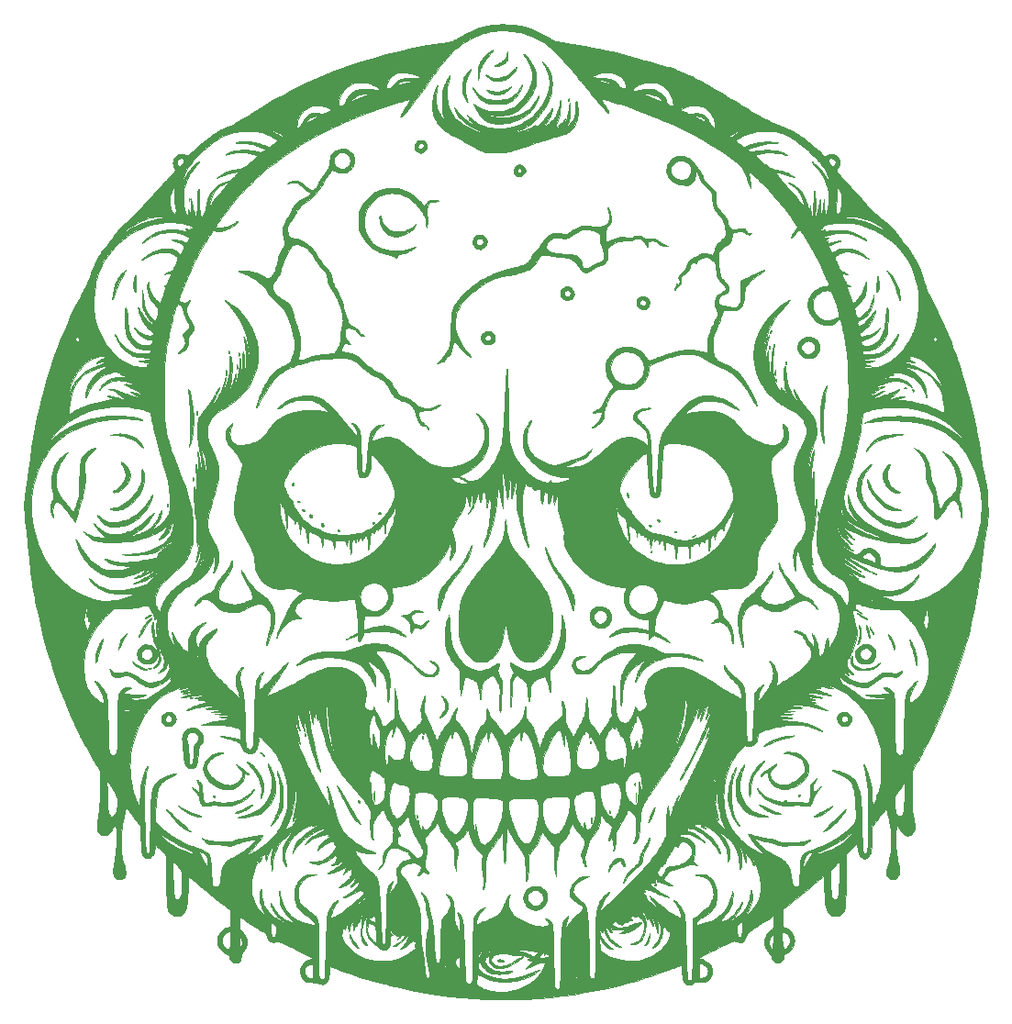
<source format=gbr>
%TF.GenerationSoftware,KiCad,Pcbnew,7.0.1*%
%TF.CreationDate,2023-09-06T22:46:28-07:00*%
%TF.ProjectId,skull_09,736b756c-6c5f-4303-992e-6b696361645f,rev?*%
%TF.SameCoordinates,Original*%
%TF.FileFunction,Copper,L2,Bot*%
%TF.FilePolarity,Positive*%
%FSLAX46Y46*%
G04 Gerber Fmt 4.6, Leading zero omitted, Abs format (unit mm)*
G04 Created by KiCad (PCBNEW 7.0.1) date 2023-09-06 22:46:28*
%MOMM*%
%LPD*%
G01*
G04 APERTURE LIST*
%TA.AperFunction,EtchedComponent*%
%ADD10C,0.010000*%
%TD*%
G04 APERTURE END LIST*
%TO.C,G\u002A\u002A\u002A*%
D10*
X48047738Y-32272291D02*
X54569500Y-32272291D01*
X54573499Y-32390509D01*
X54588591Y-32471235D01*
X54619421Y-32517219D01*
X54670635Y-32531211D01*
X54746877Y-32515959D01*
X54852791Y-32474215D01*
X54885612Y-32459430D01*
X54990485Y-32403481D01*
X55069366Y-32339669D01*
X55129475Y-32258851D01*
X55166954Y-32176292D01*
X55553750Y-32176292D01*
X55659584Y-32135483D01*
X55724283Y-32108908D01*
X55813435Y-32070148D01*
X55913290Y-32025253D01*
X55977084Y-31995804D01*
X56386531Y-31815652D01*
X56834983Y-31639583D01*
X56967191Y-31591124D01*
X57103271Y-31541734D01*
X57203375Y-31504485D01*
X57271424Y-31477372D01*
X57311342Y-31458389D01*
X57327052Y-31445532D01*
X57322478Y-31436796D01*
X57301541Y-31430174D01*
X57287678Y-31427322D01*
X57111634Y-31404859D01*
X56922332Y-31400119D01*
X56751012Y-31412983D01*
X56567809Y-31448768D01*
X56397221Y-31506059D01*
X56232714Y-31588499D01*
X56067752Y-31699729D01*
X55895800Y-31843390D01*
X55777712Y-31955368D01*
X55553750Y-32176292D01*
X55166954Y-32176292D01*
X55178034Y-32151887D01*
X55212042Y-32046138D01*
X55271195Y-31899943D01*
X55363541Y-31746116D01*
X55482398Y-31591247D01*
X55621086Y-31441929D01*
X55772926Y-31304751D01*
X55931237Y-31186305D01*
X56089339Y-31093181D01*
X56239709Y-31032221D01*
X56486642Y-30975231D01*
X56761114Y-30941304D01*
X57055132Y-30930486D01*
X57360704Y-30942825D01*
X57669839Y-30978369D01*
X57909034Y-31022390D01*
X58054959Y-31050619D01*
X58179069Y-31067980D01*
X58277024Y-31074269D01*
X58344485Y-31069283D01*
X58377113Y-31052818D01*
X58379500Y-31044443D01*
X58361168Y-31003487D01*
X58309996Y-30948706D01*
X58231720Y-30883713D01*
X58132075Y-30812120D01*
X58016797Y-30737538D01*
X57915226Y-30677525D01*
X58959752Y-30677525D01*
X58963970Y-30768433D01*
X58983239Y-30840025D01*
X59015426Y-30885648D01*
X59058396Y-30898647D01*
X59075438Y-30894316D01*
X59115606Y-30882437D01*
X59179081Y-30867200D01*
X59215584Y-30859390D01*
X59287018Y-30844936D01*
X59347677Y-30832920D01*
X59367410Y-30829131D01*
X59425143Y-30804638D01*
X59493846Y-30749487D01*
X59575909Y-30661352D01*
X59664629Y-30549379D01*
X59980084Y-30549379D01*
X60012519Y-30563108D01*
X60082891Y-30563064D01*
X60189214Y-30549561D01*
X60329506Y-30522915D01*
X60501780Y-30483441D01*
X60676084Y-30438921D01*
X60812109Y-30403086D01*
X60945042Y-30368582D01*
X61065288Y-30337861D01*
X61163251Y-30313377D01*
X61226361Y-30298259D01*
X61300905Y-30280319D01*
X61339149Y-30267720D01*
X61346306Y-30257517D01*
X61327591Y-30246763D01*
X61321611Y-30244441D01*
X61190325Y-30206520D01*
X61038363Y-30181143D01*
X60879492Y-30169144D01*
X60727481Y-30171359D01*
X60596098Y-30188622D01*
X60558217Y-30198172D01*
X60459429Y-30232504D01*
X60355344Y-30277552D01*
X60252444Y-30329378D01*
X60157209Y-30384047D01*
X60076119Y-30437621D01*
X60015654Y-30486165D01*
X59982294Y-30525740D01*
X59980084Y-30549379D01*
X59664629Y-30549379D01*
X59673720Y-30537906D01*
X59692835Y-30512228D01*
X59798094Y-30378450D01*
X59895770Y-30275353D01*
X59995134Y-30194784D01*
X60105453Y-30128589D01*
X60158701Y-30102452D01*
X60235765Y-30067616D01*
X60305909Y-30039310D01*
X60374842Y-30016729D01*
X60448274Y-29999066D01*
X60531914Y-29985514D01*
X60631472Y-29975266D01*
X60752657Y-29967518D01*
X60901179Y-29961462D01*
X61082746Y-29956291D01*
X61215834Y-29953144D01*
X61425900Y-29947811D01*
X61597278Y-29941967D01*
X61733611Y-29935173D01*
X61838545Y-29926989D01*
X61915724Y-29916977D01*
X61968792Y-29904697D01*
X62001394Y-29889710D01*
X62017175Y-29871577D01*
X62020167Y-29856238D01*
X62000366Y-29823623D01*
X61944249Y-29783584D01*
X61856744Y-29738241D01*
X61742777Y-29689712D01*
X61607277Y-29640117D01*
X61455170Y-29591575D01*
X61311084Y-29551305D01*
X61054158Y-29495067D01*
X60795990Y-29459091D01*
X60545335Y-29443817D01*
X60310947Y-29449685D01*
X60101581Y-29477134D01*
X60051667Y-29488017D01*
X59821307Y-29563503D01*
X59609966Y-29673296D01*
X59421286Y-29813731D01*
X59258910Y-29981141D01*
X59126483Y-30171857D01*
X59027646Y-30382214D01*
X58972719Y-30573955D01*
X58959752Y-30677525D01*
X57915226Y-30677525D01*
X57891622Y-30663579D01*
X57762285Y-30593855D01*
X57634523Y-30531978D01*
X57514071Y-30481559D01*
X57449720Y-30458958D01*
X57209564Y-30396388D01*
X56953591Y-30355690D01*
X56692905Y-30337378D01*
X56438613Y-30341968D01*
X56201823Y-30369975D01*
X56082917Y-30395586D01*
X55840848Y-30477924D01*
X55609602Y-30595507D01*
X55392682Y-30743991D01*
X55193590Y-30919033D01*
X55015828Y-31116290D01*
X54862898Y-31331420D01*
X54738303Y-31560080D01*
X54645545Y-31797926D01*
X54588126Y-32040615D01*
X54569500Y-32272291D01*
X48047738Y-32272291D01*
X48484015Y-32019629D01*
X49008242Y-31726633D01*
X49541223Y-31439219D01*
X50090963Y-31152796D01*
X50431417Y-30979896D01*
X51593581Y-30416064D01*
X52766100Y-29889421D01*
X53950752Y-29399413D01*
X55149315Y-28945485D01*
X56363567Y-28527083D01*
X57595289Y-28143653D01*
X58846257Y-27794641D01*
X60118250Y-27479492D01*
X61413048Y-27197653D01*
X62732428Y-26948569D01*
X64052167Y-26735536D01*
X64294365Y-26698767D01*
X64499999Y-26665199D01*
X64674560Y-26633213D01*
X64823542Y-26601192D01*
X64952439Y-26567519D01*
X65066744Y-26530574D01*
X65171949Y-26488742D01*
X65273547Y-26440403D01*
X65377033Y-26383941D01*
X65487899Y-26317737D01*
X65503463Y-26308131D01*
X65683330Y-26197054D01*
X65833030Y-26105329D01*
X65958176Y-26029685D01*
X66064385Y-25966855D01*
X66157271Y-25913568D01*
X66242450Y-25866556D01*
X66325536Y-25822550D01*
X66412145Y-25778281D01*
X66422834Y-25772900D01*
X66797467Y-25595422D01*
X67172714Y-25438688D01*
X67542009Y-25304983D01*
X67898786Y-25196596D01*
X68236482Y-25115811D01*
X68391409Y-25087257D01*
X68608395Y-25055416D01*
X68828438Y-25031374D01*
X69060604Y-25014523D01*
X69313960Y-25004248D01*
X69597573Y-24999939D01*
X69688945Y-24999718D01*
X70090707Y-25004937D01*
X70457240Y-25021033D01*
X70794430Y-25048797D01*
X71108163Y-25089020D01*
X71404323Y-25142494D01*
X71688797Y-25210011D01*
X71967470Y-25292360D01*
X72037080Y-25315412D01*
X72519153Y-25491399D01*
X72966345Y-25682139D01*
X73384370Y-25890375D01*
X73778941Y-26118854D01*
X73980347Y-26248985D01*
X74090793Y-26322347D01*
X74188370Y-26384560D01*
X74278058Y-26437128D01*
X74364834Y-26481556D01*
X74453678Y-26519348D01*
X74549569Y-26552007D01*
X74657485Y-26581037D01*
X74782405Y-26607943D01*
X74929309Y-26634228D01*
X75103175Y-26661396D01*
X75308982Y-26690952D01*
X75551710Y-26724399D01*
X75556250Y-26725019D01*
X76104639Y-26805069D01*
X76683838Y-26899306D01*
X77287402Y-27006301D01*
X77908880Y-27124621D01*
X78541826Y-27252836D01*
X79179791Y-27389515D01*
X79816327Y-27533227D01*
X80444986Y-27682540D01*
X81059321Y-27836024D01*
X81652882Y-27992247D01*
X82219223Y-28149778D01*
X82751894Y-28307187D01*
X82922250Y-28359818D01*
X83075281Y-28406735D01*
X83236198Y-28454464D01*
X83393117Y-28499593D01*
X83534158Y-28538705D01*
X83647439Y-28568388D01*
X83652500Y-28569648D01*
X84001326Y-28657723D01*
X84315096Y-28740513D01*
X84600449Y-28820068D01*
X84864024Y-28898436D01*
X85112457Y-28977667D01*
X85352388Y-29059810D01*
X85590453Y-29146914D01*
X85833292Y-29241029D01*
X85853834Y-29249205D01*
X86079891Y-29340500D01*
X86286897Y-29426820D01*
X86484680Y-29512581D01*
X86683068Y-29602198D01*
X86891892Y-29700086D01*
X87120980Y-29810660D01*
X87303750Y-29900489D01*
X87512314Y-30004700D01*
X87718829Y-30110281D01*
X87926364Y-30218997D01*
X88137984Y-30332608D01*
X88356758Y-30452878D01*
X88585753Y-30581568D01*
X88828035Y-30720442D01*
X89086672Y-30871260D01*
X89364730Y-31035786D01*
X89665278Y-31215781D01*
X89991382Y-31413008D01*
X90346109Y-31629229D01*
X90732527Y-31866206D01*
X90838584Y-31931449D01*
X91269288Y-32195822D01*
X91667287Y-32438447D01*
X92035289Y-32660771D01*
X92376003Y-32864242D01*
X92692136Y-33050308D01*
X92986396Y-33220414D01*
X93261492Y-33376010D01*
X93520133Y-33518541D01*
X93765025Y-33649456D01*
X93998878Y-33770201D01*
X94224400Y-33882224D01*
X94444298Y-33986972D01*
X94661281Y-34085892D01*
X94878057Y-34180432D01*
X95097334Y-34272040D01*
X95321821Y-34362161D01*
X95554225Y-34452244D01*
X95558750Y-34453970D01*
X95870483Y-34578240D01*
X96163669Y-34705813D01*
X96432929Y-34834092D01*
X96672883Y-34960479D01*
X96878153Y-35082376D01*
X96929755Y-35116067D01*
X97083194Y-35222223D01*
X97255239Y-35347462D01*
X97441784Y-35488347D01*
X97638728Y-35641437D01*
X97841965Y-35803295D01*
X98047393Y-35970480D01*
X98250907Y-36139555D01*
X98448405Y-36307080D01*
X98635782Y-36469616D01*
X98808934Y-36623724D01*
X98963758Y-36765966D01*
X99096150Y-36892902D01*
X99202007Y-37001093D01*
X99267646Y-37075250D01*
X99354663Y-37181084D01*
X99446373Y-37146179D01*
X99515155Y-37118835D01*
X99602033Y-37082735D01*
X99675667Y-37051132D01*
X99749549Y-37021406D01*
X99814720Y-37003302D01*
X99886663Y-36994066D01*
X99980861Y-36990943D01*
X100014779Y-36990787D01*
X100113788Y-36991958D01*
X100185191Y-36997677D01*
X100243684Y-37010892D01*
X100303963Y-37034551D01*
X100355668Y-37059191D01*
X100503063Y-37152871D01*
X100628584Y-37274832D01*
X100726368Y-37417402D01*
X100790550Y-37572912D01*
X100807802Y-37650544D01*
X100808343Y-37765034D01*
X100776841Y-37902635D01*
X100712944Y-38064482D01*
X100625541Y-38235235D01*
X100563969Y-38350526D01*
X100525607Y-38434272D01*
X100509191Y-38489474D01*
X100509567Y-38511009D01*
X100526619Y-38552481D01*
X100560365Y-38608247D01*
X100612374Y-38680132D01*
X100684218Y-38769960D01*
X100777468Y-38879555D01*
X100893692Y-39010740D01*
X101034463Y-39165339D01*
X101201349Y-39345177D01*
X101395923Y-39552077D01*
X101505907Y-39668167D01*
X101722701Y-39897019D01*
X101915903Y-40102186D01*
X102091522Y-40290248D01*
X102255565Y-40467784D01*
X102414041Y-40641373D01*
X102572959Y-40817594D01*
X102738328Y-41003026D01*
X102916156Y-41204250D01*
X103100691Y-41414417D01*
X103362511Y-41709425D01*
X103607397Y-41977454D01*
X103834200Y-42217350D01*
X104041770Y-42427964D01*
X104228955Y-42608143D01*
X104394606Y-42756735D01*
X104537572Y-42872589D01*
X104607500Y-42922877D01*
X104812379Y-43066923D01*
X104995782Y-43207592D01*
X105170377Y-43355406D01*
X105348834Y-43520889D01*
X105465849Y-43635854D01*
X105604596Y-43776988D01*
X105723864Y-43904516D01*
X105831786Y-44028163D01*
X105936496Y-44157651D01*
X106046126Y-44302707D01*
X106168811Y-44473054D01*
X106183745Y-44494167D01*
X106335248Y-44705527D01*
X106476302Y-44894922D01*
X106618046Y-45076800D01*
X106771615Y-45265612D01*
X106859123Y-45370477D01*
X107192066Y-45792706D01*
X107489516Y-46225943D01*
X107753833Y-46674717D01*
X107987377Y-47143557D01*
X108192510Y-47636994D01*
X108371591Y-48159558D01*
X108448575Y-48420584D01*
X108490696Y-48565386D01*
X108535832Y-48709155D01*
X108585415Y-48855233D01*
X108640878Y-49006960D01*
X108703653Y-49167677D01*
X108775173Y-49340726D01*
X108856869Y-49529446D01*
X108950176Y-49737180D01*
X109056524Y-49967269D01*
X109177346Y-50223052D01*
X109314075Y-50507872D01*
X109468143Y-50825069D01*
X109560282Y-51013500D01*
X109801523Y-51509364D01*
X110023687Y-51973656D01*
X110228924Y-52411432D01*
X110419384Y-52827746D01*
X110597218Y-53227654D01*
X110764578Y-53616209D01*
X110923614Y-53998468D01*
X111076476Y-54379484D01*
X111225315Y-54764313D01*
X111372282Y-55158008D01*
X111519528Y-55565626D01*
X111627163Y-55871250D01*
X111858150Y-56552744D01*
X112082633Y-57253032D01*
X112299410Y-57967222D01*
X112507280Y-58690422D01*
X112705041Y-59417739D01*
X112891492Y-60144282D01*
X113065431Y-60865159D01*
X113225658Y-61575477D01*
X113370969Y-62270345D01*
X113500164Y-62944870D01*
X113612042Y-63594161D01*
X113705400Y-64213325D01*
X113740371Y-64475500D01*
X113784128Y-64801147D01*
X113830596Y-65111002D01*
X113881567Y-65414802D01*
X113938833Y-65722284D01*
X114004187Y-66043184D01*
X114079420Y-66387240D01*
X114144172Y-66669623D01*
X114195029Y-66891175D01*
X114239223Y-67092804D01*
X114277334Y-67279778D01*
X114309945Y-67457365D01*
X114337640Y-67630834D01*
X114361000Y-67805453D01*
X114380608Y-67986490D01*
X114397047Y-68179213D01*
X114410898Y-68388890D01*
X114422744Y-68620790D01*
X114433169Y-68880181D01*
X114442753Y-69172331D01*
X114450368Y-69439084D01*
X114457518Y-69739587D01*
X114461230Y-70004076D01*
X114461086Y-70238764D01*
X114456670Y-70449862D01*
X114447564Y-70643583D01*
X114433349Y-70826137D01*
X114413609Y-71003736D01*
X114387926Y-71182594D01*
X114355882Y-71368921D01*
X114317060Y-71568929D01*
X114302395Y-71640417D01*
X114258132Y-71860786D01*
X114215926Y-72086034D01*
X114175103Y-72320691D01*
X114134987Y-72569289D01*
X114094905Y-72836362D01*
X114054180Y-73126440D01*
X114012140Y-73444057D01*
X113968109Y-73793743D01*
X113921411Y-74180031D01*
X113910089Y-74275667D01*
X113807494Y-75111280D01*
X113701056Y-75909337D01*
X113589871Y-76674514D01*
X113473036Y-77411488D01*
X113349648Y-78124932D01*
X113218802Y-78819523D01*
X113079597Y-79499937D01*
X112931127Y-80170848D01*
X112772491Y-80836934D01*
X112602783Y-81502868D01*
X112421102Y-82173328D01*
X112304858Y-82583584D01*
X111908864Y-83895832D01*
X111482899Y-85185633D01*
X111027643Y-86451308D01*
X110543771Y-87691176D01*
X110031962Y-88903559D01*
X109492892Y-90086777D01*
X108927239Y-91239150D01*
X108443176Y-92161500D01*
X108384709Y-92268817D01*
X108309447Y-92405715D01*
X108221424Y-92564923D01*
X108124678Y-92739170D01*
X108023243Y-92921183D01*
X107921156Y-93103692D01*
X107843350Y-93242286D01*
X107443834Y-93952656D01*
X107444214Y-95284870D01*
X107444717Y-95657540D01*
X107446126Y-95991390D01*
X107448627Y-96289926D01*
X107452408Y-96556656D01*
X107457655Y-96795085D01*
X107464553Y-97008721D01*
X107473290Y-97201071D01*
X107484053Y-97375641D01*
X107497027Y-97535937D01*
X107512399Y-97685468D01*
X107530356Y-97827739D01*
X107551085Y-97966257D01*
X107574772Y-98104530D01*
X107601602Y-98246064D01*
X107601771Y-98246917D01*
X107638586Y-98435949D01*
X107667251Y-98590043D01*
X107688591Y-98715632D01*
X107703430Y-98819150D01*
X107712595Y-98907029D01*
X107716910Y-98985702D01*
X107717201Y-99061603D01*
X107714899Y-99128775D01*
X107698320Y-99282096D01*
X107660867Y-99410412D01*
X107596946Y-99525969D01*
X107500966Y-99641014D01*
X107463894Y-99678424D01*
X107341807Y-99778834D01*
X107219095Y-99839527D01*
X107089997Y-99862807D01*
X107009723Y-99860054D01*
X106878634Y-99830712D01*
X106751997Y-99769111D01*
X106627896Y-99673414D01*
X106504414Y-99541783D01*
X106379636Y-99372381D01*
X106251645Y-99163370D01*
X106215481Y-99098432D01*
X106168328Y-99016272D01*
X106126562Y-98950965D01*
X106095093Y-98909735D01*
X106079914Y-98899071D01*
X106057939Y-98926296D01*
X106035124Y-98990188D01*
X106012624Y-99085128D01*
X105991593Y-99205497D01*
X105973186Y-99345677D01*
X105959918Y-99482899D01*
X105948280Y-99689078D01*
X105943432Y-99927899D01*
X105944969Y-100190286D01*
X105952492Y-100467163D01*
X105965595Y-100749456D01*
X105983879Y-101028087D01*
X106006938Y-101293980D01*
X106034372Y-101538062D01*
X106058581Y-101707667D01*
X106077049Y-101812502D01*
X106102177Y-101940616D01*
X106130366Y-102074218D01*
X106152760Y-102173334D01*
X106215455Y-102467871D01*
X106256942Y-102728884D01*
X106277124Y-102959541D01*
X106275906Y-103163012D01*
X106253191Y-103342467D01*
X106208882Y-103501073D01*
X106142883Y-103642000D01*
X106106277Y-103700209D01*
X106057532Y-103762522D01*
X106006579Y-103813877D01*
X105981285Y-103832760D01*
X105905680Y-103861248D01*
X105802899Y-103878123D01*
X105686793Y-103882225D01*
X105571207Y-103872395D01*
X105550317Y-103868833D01*
X105420718Y-103831521D01*
X105315257Y-103771472D01*
X105233716Y-103687207D01*
X105175874Y-103577248D01*
X105141512Y-103440115D01*
X105130410Y-103274330D01*
X105142349Y-103078415D01*
X105177109Y-102850890D01*
X105192206Y-102782298D01*
X105772210Y-102782298D01*
X105772585Y-102888366D01*
X105774385Y-102986636D01*
X105777660Y-103068755D01*
X105782459Y-103126371D01*
X105785639Y-103144122D01*
X105800286Y-103176891D01*
X105815014Y-103171078D01*
X105828812Y-103130417D01*
X105840666Y-103058647D01*
X105849566Y-102959502D01*
X105852770Y-102896319D01*
X105853624Y-102786239D01*
X105848485Y-102678134D01*
X105838435Y-102580097D01*
X105824561Y-102500222D01*
X105807945Y-102446604D01*
X105789941Y-102427334D01*
X105783947Y-102447101D01*
X105779127Y-102500833D01*
X105775531Y-102580179D01*
X105773208Y-102676785D01*
X105772210Y-102782298D01*
X105192206Y-102782298D01*
X105234470Y-102590276D01*
X105314212Y-102295095D01*
X105315766Y-102289750D01*
X105394102Y-101994673D01*
X105456514Y-101699647D01*
X105503959Y-101396898D01*
X105537397Y-101078654D01*
X105557787Y-100737140D01*
X105566087Y-100364583D01*
X105566380Y-100257750D01*
X105564635Y-100007630D01*
X105559231Y-99784126D01*
X105549132Y-99579783D01*
X105533301Y-99387144D01*
X105510701Y-99198754D01*
X105480297Y-99007156D01*
X105441052Y-98804896D01*
X105391930Y-98584516D01*
X105331893Y-98338562D01*
X105261857Y-98067000D01*
X105219650Y-97906875D01*
X105180312Y-97758787D01*
X105145268Y-97628015D01*
X105115945Y-97519838D01*
X105093768Y-97439533D01*
X105080163Y-97392379D01*
X105077096Y-97383071D01*
X105068322Y-97381088D01*
X105048594Y-97395980D01*
X105016227Y-97429862D01*
X104969534Y-97484846D01*
X104906826Y-97563047D01*
X104826418Y-97666579D01*
X104726622Y-97797555D01*
X104605751Y-97958089D01*
X104462119Y-98150294D01*
X104425206Y-98199849D01*
X103788552Y-99054973D01*
X103775707Y-99783362D01*
X103767658Y-100128997D01*
X103756067Y-100435050D01*
X103740393Y-100704168D01*
X103720097Y-100938995D01*
X103694636Y-101142177D01*
X103663469Y-101316359D01*
X103626056Y-101464188D01*
X103581855Y-101588308D01*
X103530325Y-101691365D01*
X103470926Y-101776005D01*
X103403115Y-101844872D01*
X103345117Y-101888626D01*
X103226824Y-101952895D01*
X103117348Y-101980074D01*
X103011652Y-101969398D01*
X102904700Y-101920100D01*
X102791458Y-101831413D01*
X102757789Y-101799273D01*
X102684813Y-101717986D01*
X102623795Y-101627641D01*
X102572805Y-101522648D01*
X102529915Y-101397419D01*
X102493193Y-101246365D01*
X102460711Y-101063898D01*
X102431921Y-100855557D01*
X102395584Y-100564363D01*
X101871709Y-101074269D01*
X101347834Y-101584174D01*
X101347765Y-103429212D01*
X101347271Y-103887848D01*
X101345805Y-104305573D01*
X101343338Y-104683801D01*
X101339839Y-105023942D01*
X101335278Y-105327410D01*
X101329628Y-105595616D01*
X101322856Y-105829974D01*
X101314935Y-106031895D01*
X101305833Y-106202791D01*
X101295522Y-106344076D01*
X101284153Y-106455677D01*
X101242167Y-106648631D01*
X101164304Y-106822435D01*
X101048105Y-106982054D01*
X100996536Y-107036880D01*
X100865828Y-107150949D01*
X100734516Y-107228463D01*
X100592579Y-107274142D01*
X100455780Y-107291480D01*
X100268777Y-107285461D01*
X100103056Y-107243697D01*
X99956583Y-107165073D01*
X99827322Y-107048471D01*
X99713239Y-106892777D01*
X99705587Y-106880081D01*
X99654581Y-106791239D01*
X99609962Y-106705072D01*
X99571149Y-106617937D01*
X99537560Y-106526192D01*
X99508615Y-106426195D01*
X99483731Y-106314304D01*
X99462327Y-106186876D01*
X99443821Y-106040269D01*
X99427632Y-105870842D01*
X99413178Y-105674951D01*
X99399878Y-105448955D01*
X99387151Y-105189211D01*
X99374414Y-104892078D01*
X99369777Y-104776834D01*
X99362037Y-104584761D01*
X99354268Y-104397105D01*
X99346747Y-104220182D01*
X99339749Y-104060310D01*
X99333553Y-103923807D01*
X99328434Y-103816991D01*
X99324677Y-103746339D01*
X99311948Y-103530761D01*
X98726516Y-104042754D01*
X98448470Y-104284559D01*
X98167897Y-104525963D01*
X97887645Y-104764640D01*
X97610563Y-104998263D01*
X97339498Y-105224506D01*
X97077302Y-105441043D01*
X96826820Y-105645546D01*
X96590904Y-105835691D01*
X96372401Y-106009150D01*
X96174160Y-106163597D01*
X95999030Y-106296706D01*
X95849860Y-106406150D01*
X95733544Y-106486913D01*
X95653248Y-106544444D01*
X95602711Y-106592227D01*
X95573541Y-106638860D01*
X95566216Y-106658369D01*
X95559194Y-106699646D01*
X95552756Y-106774484D01*
X95546967Y-106877261D01*
X95541891Y-107002351D01*
X95537593Y-107144130D01*
X95534138Y-107296975D01*
X95531591Y-107455261D01*
X95530016Y-107613365D01*
X95529479Y-107765661D01*
X95530044Y-107906526D01*
X95531776Y-108030337D01*
X95534740Y-108131468D01*
X95539000Y-108204295D01*
X95544622Y-108243195D01*
X95547895Y-108248167D01*
X95585529Y-108258334D01*
X95651177Y-108285917D01*
X95736558Y-108326540D01*
X95833394Y-108375829D01*
X95933404Y-108429406D01*
X96028308Y-108482897D01*
X96109828Y-108531925D01*
X96169682Y-108572114D01*
X96187229Y-108586051D01*
X96294593Y-108698916D01*
X96395668Y-108840805D01*
X96481949Y-108998469D01*
X96534722Y-109127391D01*
X96562275Y-109214322D01*
X96579632Y-109291054D01*
X96589015Y-109372894D01*
X96592648Y-109475150D01*
X96592995Y-109528750D01*
X96588616Y-109684687D01*
X96574337Y-109808422D01*
X96555685Y-109888584D01*
X96478296Y-110087105D01*
X96370835Y-110269413D01*
X96238624Y-110428671D01*
X96086983Y-110558044D01*
X95986438Y-110619776D01*
X95850497Y-110695855D01*
X95750100Y-110763555D01*
X95680649Y-110827938D01*
X95637544Y-110894063D01*
X95616187Y-110966991D01*
X95611667Y-111032114D01*
X95592341Y-111183206D01*
X95537619Y-111318529D01*
X95452381Y-111433116D01*
X95341509Y-111522000D01*
X95209882Y-111580214D01*
X95062383Y-111602791D01*
X95050750Y-111602909D01*
X94914988Y-111582841D01*
X94791149Y-111525628D01*
X94683879Y-111435830D01*
X94597827Y-111318005D01*
X94537639Y-111176713D01*
X94515036Y-111077347D01*
X94491671Y-110984236D01*
X94448402Y-110887152D01*
X94381683Y-110780248D01*
X94287969Y-110657680D01*
X94193101Y-110546593D01*
X94055850Y-110377333D01*
X93954159Y-110217920D01*
X93884891Y-110061037D01*
X93844909Y-109899368D01*
X93831074Y-109725595D01*
X93831030Y-109702235D01*
X93831215Y-109699033D01*
X94269534Y-109699033D01*
X94290695Y-109877593D01*
X94319952Y-109973250D01*
X94342969Y-110021875D01*
X94379284Y-110086044D01*
X94423077Y-110156924D01*
X94468525Y-110225681D01*
X94509807Y-110283482D01*
X94541102Y-110321494D01*
X94556014Y-110331427D01*
X94565817Y-110308053D01*
X94580134Y-110252900D01*
X94596507Y-110175944D01*
X94603789Y-110137416D01*
X94636640Y-109917100D01*
X94661021Y-109668780D01*
X94675843Y-109406134D01*
X94680114Y-109179500D01*
X94680233Y-108939984D01*
X95442407Y-108939984D01*
X95445474Y-109049478D01*
X95453912Y-109185846D01*
X95466745Y-109340456D01*
X95482995Y-109504673D01*
X95501685Y-109669863D01*
X95521837Y-109827394D01*
X95542475Y-109968631D01*
X95562620Y-110084941D01*
X95581296Y-110167689D01*
X95581434Y-110168181D01*
X95610408Y-110250618D01*
X95644700Y-110296598D01*
X95690489Y-110307727D01*
X95753954Y-110285615D01*
X95837070Y-110234725D01*
X95951593Y-110134992D01*
X96049738Y-110006575D01*
X96127782Y-109858819D01*
X96182006Y-109701067D01*
X96208687Y-109542665D01*
X96204105Y-109392957D01*
X96193332Y-109340059D01*
X96140616Y-109195795D01*
X96063157Y-109061406D01*
X95966918Y-108942718D01*
X95857861Y-108845555D01*
X95741949Y-108775744D01*
X95625145Y-108739110D01*
X95573979Y-108735000D01*
X95512219Y-108741684D01*
X95472788Y-108766394D01*
X95451200Y-108816124D01*
X95442967Y-108897864D01*
X95442407Y-108939984D01*
X94680233Y-108939984D01*
X94680257Y-108893750D01*
X94565773Y-109020750D01*
X94451793Y-109158831D01*
X94369941Y-109286972D01*
X94314803Y-109414803D01*
X94287985Y-109515019D01*
X94269534Y-109699033D01*
X93831215Y-109699033D01*
X93840122Y-109545656D01*
X93867782Y-109398950D01*
X93917542Y-109248482D01*
X93991145Y-109084250D01*
X94111365Y-108880469D01*
X94257566Y-108707799D01*
X94434537Y-108560706D01*
X94458094Y-108544493D01*
X94519267Y-108502333D01*
X94567834Y-108464017D01*
X94605408Y-108424108D01*
X94633607Y-108377165D01*
X94654044Y-108317749D01*
X94668336Y-108240422D01*
X94678097Y-108139743D01*
X94684943Y-108010273D01*
X94690490Y-107846573D01*
X94693206Y-107752799D01*
X94696664Y-107609422D01*
X94698543Y-107481155D01*
X94698859Y-107373706D01*
X94697629Y-107292784D01*
X94694868Y-107244097D01*
X94691737Y-107232167D01*
X94670481Y-107243320D01*
X94617819Y-107275053D01*
X94537774Y-107324776D01*
X94434371Y-107389899D01*
X94311633Y-107467833D01*
X94173583Y-107555987D01*
X94024247Y-107651773D01*
X93867647Y-107752600D01*
X93707808Y-107855878D01*
X93548753Y-107959018D01*
X93394505Y-108059430D01*
X93249090Y-108154524D01*
X93116530Y-108241710D01*
X93000849Y-108318400D01*
X92923500Y-108370225D01*
X92749693Y-108488628D01*
X92607885Y-108588691D01*
X92494105Y-108674401D01*
X92404385Y-108749744D01*
X92334756Y-108818705D01*
X92281248Y-108885272D01*
X92239892Y-108953429D01*
X92206718Y-109027164D01*
X92177758Y-109110462D01*
X92173823Y-109123083D01*
X92097934Y-109313862D01*
X91998322Y-109470106D01*
X91874167Y-109592878D01*
X91754565Y-109668766D01*
X91642246Y-109702733D01*
X91510068Y-109701391D01*
X91361111Y-109665012D01*
X91261917Y-109625090D01*
X91210084Y-109602442D01*
X91161286Y-109585108D01*
X91112300Y-109574174D01*
X91059903Y-109570728D01*
X91000873Y-109575858D01*
X90931987Y-109590651D01*
X90850023Y-109616194D01*
X90751758Y-109653575D01*
X90633970Y-109703881D01*
X90493436Y-109768199D01*
X90326933Y-109847617D01*
X90131239Y-109943223D01*
X89903131Y-110056103D01*
X89731340Y-110141551D01*
X89403025Y-110305670D01*
X89101873Y-110457542D01*
X88829037Y-110596555D01*
X88585667Y-110722095D01*
X88372914Y-110833550D01*
X88191930Y-110930308D01*
X88043863Y-111011755D01*
X87929867Y-111077280D01*
X87851092Y-111126268D01*
X87808688Y-111158109D01*
X87801167Y-111169077D01*
X87819822Y-111180287D01*
X87870760Y-111202711D01*
X87946436Y-111233212D01*
X88039307Y-111268650D01*
X88049875Y-111272577D01*
X88274326Y-111361373D01*
X88460678Y-111448718D01*
X88612866Y-111538201D01*
X88734824Y-111633410D01*
X88830484Y-111737932D01*
X88903782Y-111855357D01*
X88958651Y-111989273D01*
X88997750Y-112137202D01*
X89023216Y-112299958D01*
X89025069Y-112450003D01*
X89005818Y-112598230D01*
X88959674Y-112757177D01*
X88883761Y-112913318D01*
X88784478Y-113058283D01*
X88668220Y-113183705D01*
X88541386Y-113281212D01*
X88446750Y-113329578D01*
X88401832Y-113346562D01*
X88359393Y-113359271D01*
X88312436Y-113368330D01*
X88253960Y-113374362D01*
X88176969Y-113377993D01*
X88074463Y-113379846D01*
X87939445Y-113380546D01*
X87874237Y-113380643D01*
X87428723Y-113381084D01*
X87337310Y-113459310D01*
X87222062Y-113537192D01*
X87086139Y-113588696D01*
X86921537Y-113616796D01*
X86910327Y-113617824D01*
X86774800Y-113618613D01*
X86663827Y-113592518D01*
X86567097Y-113536669D01*
X86540746Y-113514946D01*
X86471009Y-113442752D01*
X86412653Y-113356534D01*
X86364707Y-113252310D01*
X86326198Y-113126095D01*
X86296157Y-112973904D01*
X86273611Y-112791756D01*
X86257590Y-112575664D01*
X86247121Y-112321646D01*
X86246765Y-112309272D01*
X86242048Y-112180318D01*
X86235745Y-112062579D01*
X86228436Y-111963963D01*
X86220702Y-111892379D01*
X86213606Y-111856924D01*
X86192022Y-111816994D01*
X86159523Y-111807214D01*
X86127603Y-111811855D01*
X86094576Y-111821883D01*
X86026420Y-111845295D01*
X85927591Y-111880470D01*
X85802547Y-111925788D01*
X85655743Y-111979627D01*
X85491635Y-112040367D01*
X85314680Y-112106385D01*
X85212593Y-112144697D01*
X84693604Y-112337991D01*
X84206870Y-112515153D01*
X83746353Y-112678097D01*
X83306014Y-112828740D01*
X82879815Y-112968998D01*
X82461719Y-113100787D01*
X82045687Y-113226024D01*
X81625682Y-113346623D01*
X81195664Y-113464502D01*
X80749597Y-113581576D01*
X80424584Y-113664071D01*
X79391497Y-113909935D01*
X78355736Y-114130030D01*
X77312511Y-114325063D01*
X76257035Y-114495739D01*
X75184517Y-114642765D01*
X74090170Y-114766846D01*
X72969205Y-114868688D01*
X71816834Y-114948999D01*
X71640417Y-114959263D01*
X71527484Y-114964345D01*
X71377285Y-114969066D01*
X71194884Y-114973397D01*
X70985347Y-114977312D01*
X70753739Y-114980780D01*
X70505125Y-114983775D01*
X70244571Y-114986268D01*
X69977142Y-114988230D01*
X69707903Y-114989634D01*
X69441920Y-114990451D01*
X69184257Y-114990652D01*
X68939980Y-114990211D01*
X68714154Y-114989098D01*
X68511845Y-114987285D01*
X68338117Y-114984744D01*
X68198037Y-114981447D01*
X68126750Y-114978855D01*
X66999098Y-114914303D01*
X65879054Y-114820439D01*
X64758751Y-114696359D01*
X63630318Y-114541158D01*
X62485886Y-114353933D01*
X62133259Y-114290467D01*
X61185261Y-114105847D01*
X60236404Y-113900496D01*
X59292102Y-113675923D01*
X58854102Y-113562344D01*
X67242162Y-113562344D01*
X67337241Y-113653445D01*
X67417675Y-113717387D01*
X67530125Y-113788373D01*
X67665861Y-113861969D01*
X67816152Y-113933742D01*
X67972265Y-113999260D01*
X68125471Y-114054087D01*
X68127629Y-114054782D01*
X68348978Y-114119446D01*
X68578580Y-114172960D01*
X68826339Y-114217242D01*
X69102161Y-114254212D01*
X69227417Y-114267882D01*
X69323018Y-114273590D01*
X69451010Y-114275310D01*
X69601677Y-114273449D01*
X69765307Y-114268413D01*
X69932185Y-114260610D01*
X70092597Y-114250447D01*
X70236829Y-114238331D01*
X70355166Y-114224668D01*
X70391584Y-114219112D01*
X70759544Y-114138945D01*
X71129712Y-114022892D01*
X71494992Y-113874471D01*
X71848286Y-113697201D01*
X72182497Y-113494600D01*
X72490528Y-113270187D01*
X72733819Y-113057917D01*
X72869000Y-112917956D01*
X73002759Y-112759321D01*
X73131211Y-112588314D01*
X73250473Y-112411239D01*
X73356659Y-112234399D01*
X73445885Y-112064096D01*
X73453055Y-112047584D01*
X73870731Y-112047584D01*
X73925327Y-111962917D01*
X73964688Y-111893131D01*
X73996341Y-111822215D01*
X74002675Y-111803784D01*
X74016457Y-111734565D01*
X74018487Y-111669612D01*
X74018255Y-111667448D01*
X74013191Y-111635028D01*
X74004675Y-111628303D01*
X73987417Y-111651044D01*
X73956129Y-111707020D01*
X73951968Y-111714696D01*
X73912039Y-111807963D01*
X73885827Y-111906931D01*
X73881791Y-111935698D01*
X73870731Y-112047584D01*
X73453055Y-112047584D01*
X73514266Y-111906635D01*
X73557918Y-111768319D01*
X73570211Y-111700755D01*
X73574077Y-111634830D01*
X73563312Y-111593401D01*
X73537637Y-111563225D01*
X73507502Y-111542294D01*
X73468438Y-111531868D01*
X73408575Y-111530186D01*
X73339555Y-111533827D01*
X73252040Y-111543362D01*
X73160946Y-111561363D01*
X73061209Y-111589730D01*
X72947765Y-111630367D01*
X72815548Y-111685176D01*
X72659495Y-111756061D01*
X72474540Y-111844924D01*
X72356961Y-111902997D01*
X72222884Y-111968685D01*
X72099760Y-112027069D01*
X71993084Y-112075698D01*
X71908350Y-112112122D01*
X71851051Y-112133890D01*
X71827795Y-112139000D01*
X71812819Y-112130081D01*
X71818366Y-112109080D01*
X71847784Y-112070287D01*
X71904422Y-112007993D01*
X71905000Y-112007378D01*
X71962575Y-111948943D01*
X72043044Y-111871088D01*
X72137459Y-111782289D01*
X72236869Y-111691021D01*
X72281053Y-111651221D01*
X72540688Y-111418914D01*
X72386886Y-111293102D01*
X72206750Y-111165053D01*
X72052778Y-111085674D01*
X73069505Y-111085674D01*
X73097782Y-111109642D01*
X73106209Y-111112243D01*
X73162085Y-111119880D01*
X73247418Y-111123634D01*
X73349530Y-111123709D01*
X73455744Y-111120313D01*
X73553380Y-111113652D01*
X73629761Y-111103933D01*
X73631061Y-111103695D01*
X73756887Y-111072043D01*
X73845527Y-111027772D01*
X73901417Y-110965996D01*
X73928991Y-110881829D01*
X73932737Y-110771354D01*
X73926417Y-110650584D01*
X73873500Y-110744279D01*
X73830174Y-110811170D01*
X73796357Y-110843685D01*
X73774666Y-110840344D01*
X73767667Y-110804042D01*
X73762947Y-110758483D01*
X73744953Y-110741820D01*
X73707935Y-110753951D01*
X73646142Y-110794775D01*
X73636598Y-110801737D01*
X73580279Y-110839945D01*
X73538002Y-110862828D01*
X73520808Y-110865864D01*
X73518922Y-110839800D01*
X73530328Y-110792179D01*
X73532386Y-110786089D01*
X73553252Y-110705055D01*
X73549059Y-110646773D01*
X73537318Y-110622129D01*
X73505847Y-110608017D01*
X73452188Y-110629800D01*
X73376469Y-110687400D01*
X73278816Y-110780736D01*
X73268001Y-110791874D01*
X73169782Y-110898684D01*
X73104578Y-110982031D01*
X73071461Y-111043749D01*
X73069505Y-111085674D01*
X72052778Y-111085674D01*
X72010504Y-111063880D01*
X71794260Y-110988570D01*
X71554130Y-110938110D01*
X71286225Y-110911488D01*
X70986657Y-110907692D01*
X70915342Y-110909848D01*
X70796812Y-110914054D01*
X70713071Y-110915765D01*
X70656606Y-110914100D01*
X70619904Y-110908180D01*
X70595451Y-110897124D01*
X70575735Y-110880053D01*
X70565157Y-110868826D01*
X70512762Y-110831760D01*
X70429107Y-110801542D01*
X70311359Y-110777563D01*
X70156684Y-110759219D01*
X70000000Y-110747938D01*
X69706821Y-110740522D01*
X69449968Y-110753832D01*
X69228732Y-110788084D01*
X69042408Y-110843496D01*
X68890287Y-110920284D01*
X68771661Y-111018663D01*
X68685824Y-111138851D01*
X68678993Y-111152123D01*
X68635616Y-111266433D01*
X68628170Y-111370174D01*
X68656300Y-111474575D01*
X68667938Y-111500220D01*
X68744771Y-111612578D01*
X68855398Y-111709089D01*
X68993344Y-111786959D01*
X69152133Y-111843396D01*
X69325289Y-111875604D01*
X69506337Y-111880791D01*
X69544228Y-111878230D01*
X69755684Y-111847743D01*
X69984187Y-111792299D01*
X70215611Y-111715581D01*
X70307066Y-111679248D01*
X70431611Y-111625196D01*
X70545525Y-111570703D01*
X70658181Y-111510563D01*
X70778954Y-111439573D01*
X70917216Y-111352526D01*
X71039961Y-111272297D01*
X71175754Y-111184675D01*
X71299273Y-111109034D01*
X71405573Y-111048147D01*
X71489711Y-111004785D01*
X71546742Y-110981721D01*
X71563660Y-110978667D01*
X71589030Y-110989655D01*
X71578960Y-111022205D01*
X71534070Y-111075697D01*
X71454976Y-111149512D01*
X71342296Y-111243029D01*
X71196648Y-111355629D01*
X71162828Y-111380973D01*
X70851303Y-111599418D01*
X70554414Y-111778943D01*
X70271185Y-111919980D01*
X70000642Y-112022960D01*
X69741812Y-112088314D01*
X69502021Y-112116121D01*
X69329541Y-112118249D01*
X69185844Y-112106114D01*
X69059194Y-112077716D01*
X68937856Y-112031052D01*
X68901882Y-112013765D01*
X68803642Y-111951411D01*
X68698104Y-111862797D01*
X68596728Y-111759517D01*
X68510972Y-111653168D01*
X68455435Y-111561992D01*
X68433919Y-111513994D01*
X68420743Y-111470304D01*
X68414766Y-111419849D01*
X68414850Y-111351557D01*
X68419856Y-111254356D01*
X68421338Y-111230613D01*
X68427468Y-111129573D01*
X68429834Y-111063402D01*
X68427359Y-111024719D01*
X68418963Y-111006146D01*
X68403569Y-111000302D01*
X68387616Y-110999834D01*
X68337885Y-111013462D01*
X68271213Y-111048702D01*
X68200445Y-111097083D01*
X68138426Y-111150134D01*
X68108117Y-111184137D01*
X68059933Y-111283039D01*
X68047139Y-111400047D01*
X68057031Y-111476475D01*
X68089303Y-111566984D01*
X68148350Y-111674918D01*
X68227923Y-111791220D01*
X68321771Y-111906829D01*
X68423645Y-112012686D01*
X68433007Y-112021439D01*
X68549482Y-112119362D01*
X68671157Y-112200114D01*
X68802621Y-112264711D01*
X68948464Y-112314171D01*
X69113275Y-112349510D01*
X69301645Y-112371746D01*
X69518162Y-112381894D01*
X69767418Y-112380972D01*
X70015028Y-112371929D01*
X70184426Y-112364238D01*
X70315596Y-112359619D01*
X70412551Y-112358366D01*
X70479306Y-112360771D01*
X70519874Y-112367127D01*
X70538269Y-112377727D01*
X70538505Y-112392863D01*
X70527589Y-112409318D01*
X70477658Y-112449902D01*
X70397401Y-112493493D01*
X70298047Y-112535007D01*
X70190821Y-112569357D01*
X70153648Y-112578714D01*
X70046174Y-112597493D01*
X69905136Y-112612822D01*
X69739194Y-112624301D01*
X69557008Y-112631535D01*
X69367235Y-112634124D01*
X69178537Y-112631672D01*
X69079250Y-112628071D01*
X68913981Y-112617825D01*
X68780448Y-112602124D01*
X68668145Y-112578324D01*
X68566567Y-112543781D01*
X68465211Y-112495851D01*
X68392803Y-112455289D01*
X68302686Y-112392529D01*
X68197651Y-112303674D01*
X68086485Y-112197703D01*
X67977975Y-112083597D01*
X67880907Y-111970335D01*
X67804068Y-111866897D01*
X67780546Y-111829574D01*
X67692539Y-111690442D01*
X67616072Y-111592034D01*
X67551125Y-111534348D01*
X67497683Y-111517381D01*
X67455725Y-111541132D01*
X67425233Y-111605599D01*
X67406190Y-111710780D01*
X67400296Y-111792420D01*
X67398720Y-111923790D01*
X67409631Y-112025403D01*
X67436791Y-112108925D01*
X67483960Y-112186023D01*
X67553122Y-112266481D01*
X67700149Y-112398718D01*
X67884610Y-112525446D01*
X68101750Y-112644614D01*
X68346810Y-112754169D01*
X68615035Y-112852062D01*
X68901667Y-112936241D01*
X69201950Y-113004654D01*
X69312084Y-113024961D01*
X69470238Y-113045212D01*
X69658726Y-113057886D01*
X69866247Y-113063080D01*
X70081503Y-113060890D01*
X70293194Y-113051412D01*
X70490021Y-113034743D01*
X70645584Y-113013593D01*
X70822625Y-112981989D01*
X70989110Y-112948273D01*
X71151228Y-112910607D01*
X71315169Y-112867156D01*
X71487122Y-112816081D01*
X71673277Y-112755547D01*
X71879823Y-112683715D01*
X72112948Y-112598749D01*
X72374548Y-112500444D01*
X72580062Y-112422927D01*
X72747468Y-112361278D01*
X72877910Y-112315515D01*
X72972534Y-112285657D01*
X73032487Y-112271721D01*
X73058912Y-112273728D01*
X73052957Y-112291694D01*
X73015766Y-112325640D01*
X72948485Y-112375582D01*
X72852259Y-112441541D01*
X72754106Y-112506576D01*
X72378336Y-112731865D01*
X71993599Y-112919131D01*
X71593578Y-113070952D01*
X71171959Y-113189911D01*
X70977136Y-113232677D01*
X70766165Y-113272088D01*
X70572550Y-113300715D01*
X70382324Y-113319881D01*
X70181519Y-113330910D01*
X69956167Y-113335125D01*
X69894167Y-113335269D01*
X69617499Y-113330278D01*
X69368947Y-113314470D01*
X69135317Y-113286287D01*
X68903419Y-113244170D01*
X68681194Y-113192017D01*
X68504764Y-113143590D01*
X68339259Y-113090650D01*
X68174657Y-113029287D01*
X68000936Y-112955590D01*
X67808076Y-112865648D01*
X67666624Y-112796081D01*
X67558172Y-112742196D01*
X67463241Y-112695586D01*
X67388126Y-112659295D01*
X67339123Y-112636370D01*
X67322666Y-112629667D01*
X67317885Y-112649280D01*
X67314023Y-112701908D01*
X67311629Y-112778233D01*
X67311141Y-112825459D01*
X67308398Y-112935684D01*
X67301753Y-113051539D01*
X67292516Y-113151457D01*
X67290231Y-113169417D01*
X67277196Y-113268140D01*
X67264189Y-113371740D01*
X67256088Y-113439964D01*
X67242162Y-113562344D01*
X58854102Y-113562344D01*
X58357769Y-113433639D01*
X57438819Y-113175155D01*
X56540665Y-112901983D01*
X55668720Y-112615632D01*
X54828400Y-112317614D01*
X54181229Y-112071295D01*
X54064355Y-112026189D01*
X53959076Y-111987117D01*
X53872505Y-111956594D01*
X53811756Y-111937137D01*
X53785170Y-111931167D01*
X53762386Y-111938267D01*
X53743615Y-111962479D01*
X53727991Y-112008169D01*
X53714650Y-112079704D01*
X53702725Y-112181449D01*
X53691352Y-112317771D01*
X53682382Y-112449750D01*
X53667818Y-112640547D01*
X53649835Y-112797514D01*
X53626736Y-112929120D01*
X53596823Y-113043832D01*
X53558401Y-113150120D01*
X53528502Y-113217761D01*
X53442953Y-113364568D01*
X53342603Y-113471820D01*
X53226914Y-113539720D01*
X53095345Y-113568469D01*
X52947357Y-113558271D01*
X52782408Y-113509327D01*
X52767048Y-113503166D01*
X52646880Y-113458372D01*
X52532953Y-113426761D01*
X52413539Y-113406400D01*
X52276907Y-113395358D01*
X52111329Y-113391701D01*
X52090155Y-113391667D01*
X51975106Y-113389747D01*
X51864039Y-113384525D01*
X51769923Y-113376811D01*
X51707750Y-113367849D01*
X51526281Y-113309436D01*
X51369125Y-113216408D01*
X51236241Y-113088728D01*
X51127589Y-112926357D01*
X51044288Y-112732671D01*
X50990707Y-112525913D01*
X50981519Y-112403653D01*
X51396474Y-112403653D01*
X51418369Y-112551202D01*
X51471848Y-112689209D01*
X51555158Y-112811758D01*
X51666543Y-112912933D01*
X51804248Y-112986816D01*
X51845862Y-113001364D01*
X51962898Y-113027316D01*
X52059158Y-113023804D01*
X52100932Y-113011675D01*
X52129915Y-112995009D01*
X52152716Y-112966516D01*
X52170027Y-112921608D01*
X52182542Y-112855696D01*
X52190954Y-112764194D01*
X52195956Y-112642511D01*
X52198241Y-112486060D01*
X52198597Y-112365084D01*
X52197541Y-112182000D01*
X52193987Y-112036747D01*
X52187353Y-111924868D01*
X52177061Y-111841903D01*
X52162530Y-111783394D01*
X52143180Y-111744882D01*
X52118430Y-111721909D01*
X52114632Y-111719749D01*
X52039520Y-111701396D01*
X51944888Y-111710561D01*
X51839718Y-111743457D01*
X51732988Y-111796299D01*
X51633680Y-111865301D01*
X51550774Y-111946677D01*
X51537851Y-111962917D01*
X51454461Y-112103594D01*
X51407920Y-112252478D01*
X51396474Y-112403653D01*
X50981519Y-112403653D01*
X50976099Y-112331552D01*
X51000745Y-112144806D01*
X51064926Y-111960894D01*
X51093118Y-111903280D01*
X51156198Y-111798573D01*
X51233053Y-111703813D01*
X51329204Y-111614385D01*
X51450170Y-111525669D01*
X51601470Y-111433049D01*
X51755603Y-111349084D01*
X51861896Y-111292448D01*
X51954332Y-111241334D01*
X52026640Y-111199360D01*
X52072552Y-111170143D01*
X52086067Y-111158376D01*
X52070372Y-111141040D01*
X52020012Y-111107196D01*
X51938504Y-111058627D01*
X51829361Y-110997114D01*
X51696099Y-110924437D01*
X51542233Y-110842378D01*
X51371278Y-110752717D01*
X51186749Y-110657237D01*
X50992161Y-110557719D01*
X50791029Y-110455942D01*
X50586868Y-110353690D01*
X50383194Y-110252742D01*
X50183520Y-110154880D01*
X49991363Y-110061885D01*
X49810237Y-109975538D01*
X49643658Y-109897621D01*
X49495140Y-109829914D01*
X49368198Y-109774199D01*
X49291074Y-109742082D01*
X49150176Y-109689158D01*
X49033637Y-109655905D01*
X48929307Y-109640564D01*
X48825034Y-109641379D01*
X48708669Y-109656589D01*
X48704808Y-109657260D01*
X48518178Y-109673699D01*
X48353872Y-109654471D01*
X48212802Y-109600184D01*
X48095877Y-109511449D01*
X48004008Y-109388877D01*
X47938107Y-109233076D01*
X47911786Y-109125884D01*
X47884620Y-109007105D01*
X47850562Y-108919684D01*
X47801493Y-108852663D01*
X47729297Y-108795085D01*
X47625856Y-108735993D01*
X47621146Y-108733542D01*
X47499115Y-108667775D01*
X47355775Y-108585964D01*
X47189306Y-108486976D01*
X46997884Y-108369675D01*
X46779687Y-108232929D01*
X46739219Y-108207131D01*
X48273232Y-108207131D01*
X48275974Y-108320285D01*
X48281545Y-108445865D01*
X48289404Y-108573982D01*
X48299010Y-108694744D01*
X48309823Y-108798261D01*
X48321303Y-108874641D01*
X48323675Y-108885985D01*
X48364253Y-109034661D01*
X48409974Y-109144264D01*
X48460198Y-109214121D01*
X48514285Y-109243558D01*
X48571596Y-109231900D01*
X48616943Y-109195111D01*
X48676255Y-109107304D01*
X48724889Y-108984804D01*
X48761216Y-108834272D01*
X48783611Y-108662370D01*
X48790495Y-108484760D01*
X48784303Y-108345334D01*
X48763712Y-108238885D01*
X48724000Y-108157178D01*
X48660446Y-108091975D01*
X48568329Y-108035042D01*
X48518967Y-108011147D01*
X48424623Y-107971811D01*
X48359566Y-107956574D01*
X48317461Y-107966661D01*
X48291974Y-108003298D01*
X48278397Y-108057667D01*
X48273859Y-108116295D01*
X48273232Y-108207131D01*
X46739219Y-108207131D01*
X46532892Y-108075602D01*
X46255677Y-107896561D01*
X45946219Y-107694671D01*
X45842175Y-107626428D01*
X45401601Y-107337118D01*
X45408259Y-107850851D01*
X45410926Y-108027779D01*
X45414966Y-108168796D01*
X45422099Y-108280324D01*
X45434043Y-108368784D01*
X45452519Y-108440598D01*
X45479244Y-108502186D01*
X45515940Y-108559971D01*
X45564324Y-108620373D01*
X45626116Y-108689815D01*
X45635713Y-108700379D01*
X45786570Y-108884352D01*
X45901799Y-109068130D01*
X45986768Y-109262074D01*
X46046846Y-109476539D01*
X46052852Y-109505207D01*
X46078545Y-109693370D01*
X46073175Y-109863217D01*
X46035415Y-110026564D01*
X45978702Y-110165303D01*
X45927926Y-110264645D01*
X45870001Y-110368205D01*
X45815896Y-110456540D01*
X45806096Y-110471261D01*
X45694877Y-110656806D01*
X45617564Y-110834724D01*
X45576394Y-110999834D01*
X45535732Y-111187989D01*
X45472554Y-111341428D01*
X45387315Y-111459647D01*
X45280468Y-111542145D01*
X45152466Y-111588418D01*
X45035034Y-111599017D01*
X44880242Y-111578950D01*
X44744329Y-111524588D01*
X44631708Y-111439730D01*
X44546795Y-111328174D01*
X44494005Y-111193718D01*
X44481432Y-111122693D01*
X44466664Y-111036617D01*
X44440209Y-110966115D01*
X44396180Y-110904060D01*
X44328688Y-110843323D01*
X44231845Y-110776776D01*
X44158669Y-110731969D01*
X43977675Y-110618751D01*
X43831524Y-110515165D01*
X43715008Y-110417132D01*
X43622917Y-110320576D01*
X43604797Y-110298342D01*
X43480521Y-110110481D01*
X43397624Y-109913748D01*
X43356113Y-109708236D01*
X43355995Y-109494039D01*
X43359537Y-109474918D01*
X43781444Y-109474918D01*
X43787831Y-109643531D01*
X43824945Y-109809987D01*
X43893472Y-109968440D01*
X43994100Y-110113040D01*
X44028184Y-110150313D01*
X44126783Y-110235598D01*
X44224002Y-110289373D01*
X44314537Y-110309983D01*
X44393083Y-110295770D01*
X44426652Y-110274715D01*
X44468843Y-110222305D01*
X44501293Y-110140745D01*
X44525705Y-110024951D01*
X44535882Y-109948703D01*
X44541783Y-109877610D01*
X44546753Y-109779481D01*
X44550774Y-109660502D01*
X44553825Y-109526862D01*
X44555814Y-109389964D01*
X45405309Y-109389964D01*
X45405658Y-109498754D01*
X45407801Y-109609746D01*
X45411715Y-109714921D01*
X45417374Y-109806261D01*
X45424545Y-109874317D01*
X45444349Y-109969383D01*
X45471901Y-110045940D01*
X45503472Y-110095726D01*
X45531334Y-110110834D01*
X45556041Y-110094844D01*
X45587209Y-110056372D01*
X45587366Y-110056132D01*
X45613035Y-109991023D01*
X45628824Y-109896670D01*
X45634262Y-109785104D01*
X45628878Y-109668356D01*
X45612203Y-109558456D01*
X45607585Y-109538804D01*
X45584276Y-109461536D01*
X45552456Y-109376094D01*
X45516402Y-109291748D01*
X45480387Y-109217766D01*
X45448688Y-109163418D01*
X45425579Y-109137972D01*
X45422333Y-109137167D01*
X45415266Y-109156976D01*
X45410089Y-109211056D01*
X45406778Y-109291392D01*
X45405309Y-109389964D01*
X44555814Y-109389964D01*
X44555890Y-109384747D01*
X44556947Y-109240346D01*
X44556979Y-109099845D01*
X44555965Y-108969432D01*
X44553888Y-108855295D01*
X44550727Y-108763622D01*
X44546465Y-108700599D01*
X44541082Y-108672414D01*
X44539814Y-108671500D01*
X44502013Y-108679457D01*
X44437528Y-108700350D01*
X44358262Y-108729709D01*
X44276121Y-108763066D01*
X44203009Y-108795952D01*
X44186355Y-108804174D01*
X44049417Y-108895855D01*
X43939769Y-109014617D01*
X43858100Y-109154614D01*
X43805096Y-109309997D01*
X43781444Y-109474918D01*
X43359537Y-109474918D01*
X43397275Y-109271254D01*
X43479960Y-109039973D01*
X43512552Y-108969540D01*
X43573254Y-108853502D01*
X43633629Y-108760907D01*
X43705716Y-108674710D01*
X43761616Y-108616962D01*
X43878580Y-108511514D01*
X43996424Y-108430919D01*
X44127358Y-108368645D01*
X44283594Y-108318161D01*
X44353561Y-108300368D01*
X44547084Y-108253923D01*
X44552632Y-107482511D01*
X44558180Y-106711100D01*
X44056068Y-106341925D01*
X43770992Y-106130143D01*
X43491354Y-105917763D01*
X43212642Y-105701120D01*
X42930346Y-105476548D01*
X42639953Y-105240382D01*
X42336952Y-104988956D01*
X42016832Y-104718604D01*
X41675081Y-104425661D01*
X41340334Y-104135355D01*
X40694750Y-103572815D01*
X40681772Y-103661532D01*
X40677391Y-103708269D01*
X40672329Y-103789898D01*
X40666937Y-103898988D01*
X40661567Y-104028112D01*
X40656571Y-104169839D01*
X40654500Y-104237084D01*
X40642084Y-104626749D01*
X40628679Y-104976621D01*
X40613905Y-105289234D01*
X40597378Y-105567124D01*
X40578717Y-105812826D01*
X40557540Y-106028874D01*
X40533464Y-106217805D01*
X40506108Y-106382154D01*
X40475090Y-106524455D01*
X40440028Y-106647244D01*
X40400540Y-106753056D01*
X40356243Y-106844427D01*
X40306756Y-106923891D01*
X40251697Y-106993984D01*
X40236543Y-107010854D01*
X40097143Y-107134906D01*
X39942476Y-107223645D01*
X39777804Y-107275083D01*
X39608394Y-107287231D01*
X39527614Y-107278634D01*
X39390786Y-107243827D01*
X39246718Y-107186752D01*
X39111045Y-107114799D01*
X38999405Y-107035360D01*
X38984007Y-107021703D01*
X38943659Y-106981128D01*
X38906918Y-106935831D01*
X38873572Y-106883701D01*
X38843411Y-106822625D01*
X38816224Y-106750491D01*
X38791802Y-106665189D01*
X38769933Y-106564604D01*
X38750408Y-106446627D01*
X38733014Y-106309145D01*
X38717543Y-106150046D01*
X38703783Y-105967219D01*
X38691524Y-105758551D01*
X38680556Y-105521930D01*
X38670667Y-105255246D01*
X38661648Y-104956385D01*
X38653288Y-104623236D01*
X38645376Y-104253687D01*
X38637702Y-103845627D01*
X38631519Y-103485667D01*
X38627336Y-103241456D01*
X38623004Y-103002451D01*
X38619220Y-102804492D01*
X39246948Y-102804492D01*
X39249095Y-103012454D01*
X39252841Y-103221084D01*
X39264413Y-103690608D01*
X39279079Y-104127434D01*
X39296728Y-104528894D01*
X39317248Y-104892317D01*
X39330357Y-105083750D01*
X39344125Y-105256513D01*
X39358153Y-105392253D01*
X39374105Y-105496256D01*
X39393640Y-105573808D01*
X39418420Y-105630197D01*
X39450108Y-105670708D01*
X39490364Y-105700628D01*
X39530584Y-105720814D01*
X39592187Y-105743191D01*
X39643998Y-105745581D01*
X39704463Y-105727072D01*
X39742250Y-105710371D01*
X39850798Y-105640588D01*
X39935809Y-105541392D01*
X39998769Y-105410214D01*
X40041165Y-105244483D01*
X40051798Y-105174960D01*
X40056630Y-105112795D01*
X40060221Y-105014051D01*
X40062619Y-104884463D01*
X40063870Y-104729767D01*
X40064022Y-104555698D01*
X40063125Y-104367989D01*
X40061224Y-104172377D01*
X40058369Y-103974597D01*
X40054606Y-103780382D01*
X40049984Y-103595470D01*
X40044550Y-103425593D01*
X40038353Y-103276489D01*
X40035515Y-103221084D01*
X40022742Y-102988250D01*
X39666935Y-102633709D01*
X39566065Y-102534045D01*
X39474525Y-102445213D01*
X39396724Y-102371359D01*
X39337069Y-102316629D01*
X39299968Y-102285172D01*
X39290087Y-102279167D01*
X39275786Y-102291896D01*
X39264447Y-102331573D01*
X39255982Y-102400436D01*
X39250303Y-102500719D01*
X39247321Y-102634659D01*
X39246948Y-102804492D01*
X38619220Y-102804492D01*
X38618622Y-102773268D01*
X38614290Y-102558524D01*
X38610107Y-102362835D01*
X38606170Y-102190817D01*
X38602579Y-102047085D01*
X38599433Y-101936257D01*
X38596831Y-101862948D01*
X38596735Y-101860768D01*
X38584292Y-101579952D01*
X38200188Y-101217250D01*
X38048229Y-101074727D01*
X37923849Y-100960344D01*
X37824791Y-100872210D01*
X37748794Y-100808435D01*
X37693603Y-100767128D01*
X37656958Y-100746396D01*
X37636601Y-100744351D01*
X37635933Y-100744728D01*
X37626847Y-100768650D01*
X37615064Y-100825355D01*
X37602321Y-100905525D01*
X37593606Y-100971884D01*
X37569305Y-101129554D01*
X37535420Y-101288563D01*
X37495077Y-101436918D01*
X37451403Y-101562624D01*
X37423232Y-101625485D01*
X37372532Y-101707235D01*
X37306625Y-101789812D01*
X37236787Y-101860544D01*
X37174293Y-101906760D01*
X37171812Y-101908072D01*
X37062104Y-101943620D01*
X36934992Y-101951314D01*
X36803580Y-101932649D01*
X36680974Y-101889118D01*
X36605935Y-101843543D01*
X36548911Y-101788986D01*
X36498751Y-101715546D01*
X36455129Y-101620952D01*
X36417719Y-101502937D01*
X36386195Y-101359234D01*
X36360232Y-101187572D01*
X36339503Y-100985685D01*
X36323684Y-100751304D01*
X36312447Y-100482161D01*
X36305468Y-100175988D01*
X36302420Y-99830515D01*
X36302229Y-99728945D01*
X36301791Y-98966584D01*
X35614312Y-98091260D01*
X35483110Y-97924435D01*
X35360114Y-97768482D01*
X35247732Y-97626423D01*
X35148369Y-97501279D01*
X35064433Y-97396071D01*
X34998331Y-97313821D01*
X34952469Y-97257550D01*
X34929254Y-97230280D01*
X34926834Y-97228231D01*
X34922277Y-97264418D01*
X34909581Y-97335074D01*
X34890204Y-97433434D01*
X34865606Y-97552738D01*
X34837246Y-97686221D01*
X34806582Y-97827122D01*
X34775075Y-97968678D01*
X34744183Y-98104125D01*
X34715365Y-98226703D01*
X34690081Y-98329646D01*
X34684355Y-98352017D01*
X34651596Y-98482371D01*
X34621092Y-98610604D01*
X34595243Y-98726105D01*
X34576454Y-98818265D01*
X34569146Y-98860750D01*
X34548932Y-99030490D01*
X34532693Y-99239861D01*
X34520414Y-99489307D01*
X34512082Y-99779269D01*
X34507683Y-100110190D01*
X34507203Y-100482513D01*
X34509200Y-100768832D01*
X34511866Y-101017964D01*
X34514861Y-101229546D01*
X34518737Y-101408359D01*
X34524050Y-101559187D01*
X34531351Y-101686811D01*
X34541195Y-101796013D01*
X34554135Y-101891577D01*
X34570724Y-101978284D01*
X34591516Y-102060916D01*
X34617064Y-102144257D01*
X34647921Y-102233088D01*
X34684642Y-102332191D01*
X34692554Y-102353175D01*
X34754079Y-102520978D01*
X34800129Y-102660543D01*
X34832838Y-102782129D01*
X34854339Y-102895993D01*
X34866768Y-103012396D01*
X34872256Y-103141596D01*
X34873089Y-103221084D01*
X34872989Y-103340070D01*
X34871057Y-103425901D01*
X34866003Y-103487749D01*
X34856539Y-103534789D01*
X34841374Y-103576194D01*
X34819220Y-103621137D01*
X34816017Y-103627229D01*
X34733468Y-103744708D01*
X34628451Y-103826420D01*
X34500741Y-103872475D01*
X34350109Y-103882985D01*
X34302417Y-103879432D01*
X34142215Y-103845024D01*
X34007502Y-103778607D01*
X33900660Y-103682076D01*
X33824072Y-103557324D01*
X33795449Y-103476434D01*
X33768751Y-103356556D01*
X33753425Y-103227372D01*
X33749763Y-103083916D01*
X33758054Y-102921219D01*
X33765516Y-102853304D01*
X34135432Y-102853304D01*
X34137717Y-102969637D01*
X34143064Y-103082854D01*
X34151155Y-103186697D01*
X34161669Y-103274908D01*
X34174289Y-103341232D01*
X34188694Y-103379411D01*
X34204566Y-103383186D01*
X34208983Y-103377620D01*
X34214523Y-103348358D01*
X34219299Y-103283508D01*
X34223062Y-103189814D01*
X34225563Y-103074018D01*
X34226552Y-102942863D01*
X34226522Y-102903584D01*
X34225295Y-102727878D01*
X34222443Y-102592478D01*
X34217666Y-102495380D01*
X34210662Y-102434576D01*
X34201131Y-102408060D01*
X34188771Y-102413827D01*
X34173282Y-102449870D01*
X34163298Y-102481953D01*
X34150142Y-102548179D01*
X34141325Y-102636318D01*
X34136528Y-102740112D01*
X34135432Y-102853304D01*
X33765516Y-102853304D01*
X33778590Y-102734314D01*
X33811659Y-102518232D01*
X33857553Y-102268007D01*
X33869677Y-102206491D01*
X33921071Y-101934610D01*
X33962987Y-101679271D01*
X33996188Y-101431869D01*
X34021438Y-101183796D01*
X34039498Y-100926445D01*
X34051132Y-100651210D01*
X34057102Y-100349485D01*
X34058308Y-100077834D01*
X34056530Y-99831126D01*
X34051845Y-99606333D01*
X34044448Y-99406932D01*
X34034535Y-99236401D01*
X34022303Y-99098215D01*
X34007948Y-98995853D01*
X33994026Y-98939044D01*
X33973725Y-98896978D01*
X33948850Y-98878761D01*
X33917216Y-98886577D01*
X33876639Y-98922610D01*
X33824933Y-98989043D01*
X33759915Y-99088059D01*
X33679398Y-99221843D01*
X33635667Y-99297201D01*
X33527341Y-99471962D01*
X33424777Y-99608391D01*
X33325001Y-99709578D01*
X33225038Y-99778613D01*
X33137951Y-99814248D01*
X33014990Y-99838733D01*
X32884072Y-99839507D01*
X32870153Y-99838424D01*
X32713892Y-99811083D01*
X32581443Y-99756591D01*
X32472506Y-99673920D01*
X32386781Y-99562042D01*
X32323968Y-99419930D01*
X32283767Y-99246557D01*
X32265879Y-99040895D01*
X32270003Y-98801917D01*
X32295840Y-98528596D01*
X32343090Y-98219905D01*
X32364272Y-98105186D01*
X32389735Y-97968726D01*
X32412206Y-97838657D01*
X32431901Y-97711312D01*
X32449037Y-97583027D01*
X32463831Y-97450135D01*
X32476502Y-97308971D01*
X32487266Y-97155868D01*
X32496340Y-96987161D01*
X32503943Y-96799184D01*
X32510290Y-96588272D01*
X32515601Y-96350758D01*
X32520090Y-96082977D01*
X32523977Y-95781263D01*
X32527479Y-95441951D01*
X32528458Y-95335427D01*
X32531759Y-94968309D01*
X33172779Y-94968309D01*
X33173708Y-95085506D01*
X33175531Y-95226939D01*
X33178160Y-95388088D01*
X33181509Y-95564435D01*
X33185491Y-95751458D01*
X33190017Y-95944639D01*
X33195001Y-96139458D01*
X33200355Y-96331396D01*
X33205992Y-96515931D01*
X33211824Y-96688545D01*
X33213457Y-96733500D01*
X33223096Y-96966170D01*
X33233645Y-97161109D01*
X33245599Y-97322917D01*
X33259452Y-97456195D01*
X33275699Y-97565543D01*
X33294835Y-97655562D01*
X33317356Y-97730851D01*
X33322200Y-97744253D01*
X33369859Y-97846089D01*
X33431926Y-97941467D01*
X33501314Y-98022238D01*
X33570937Y-98080254D01*
X33633707Y-98107367D01*
X33638566Y-98107992D01*
X33662062Y-98097807D01*
X33708972Y-98070060D01*
X33754420Y-98040542D01*
X33846816Y-97966020D01*
X33917880Y-97876959D01*
X33976459Y-97761397D01*
X33994189Y-97716395D01*
X34040891Y-97564089D01*
X34080140Y-97382394D01*
X34110715Y-97183061D01*
X34131398Y-96977842D01*
X34140967Y-96778488D01*
X34138203Y-96596752D01*
X34124572Y-96460544D01*
X34101295Y-96348033D01*
X34065064Y-96230647D01*
X34013824Y-96104529D01*
X33945521Y-95965822D01*
X33858098Y-95810670D01*
X33749503Y-95635215D01*
X33617679Y-95435602D01*
X33460573Y-95207973D01*
X33446778Y-95188334D01*
X33369387Y-95078446D01*
X33300197Y-94980523D01*
X33242910Y-94899774D01*
X33201224Y-94841408D01*
X33178839Y-94810637D01*
X33176232Y-94807334D01*
X33173954Y-94824703D01*
X33172832Y-94879868D01*
X33172779Y-94968309D01*
X32531759Y-94968309D01*
X32541317Y-93905604D01*
X32289298Y-93483471D01*
X35292823Y-93483471D01*
X35308433Y-93965983D01*
X35349126Y-94448311D01*
X35414061Y-94924189D01*
X35502398Y-95387349D01*
X35613296Y-95831526D01*
X35745912Y-96250453D01*
X35885649Y-96606500D01*
X35930188Y-96705657D01*
X35979475Y-96809897D01*
X36030184Y-96912841D01*
X36078992Y-97008110D01*
X36122573Y-97089326D01*
X36157602Y-97150109D01*
X36180754Y-97184080D01*
X36188521Y-97187552D01*
X36190690Y-97161871D01*
X36194243Y-97099539D01*
X36198907Y-97006205D01*
X36204412Y-96887517D01*
X36210490Y-96749127D01*
X36216868Y-96596682D01*
X36217331Y-96585334D01*
X36231829Y-96256850D01*
X36247407Y-95965651D01*
X36264792Y-95706691D01*
X36284711Y-95474923D01*
X36307892Y-95265301D01*
X36335063Y-95072778D01*
X36366953Y-94892307D01*
X36404288Y-94718842D01*
X36447797Y-94547336D01*
X36498208Y-94372742D01*
X36556247Y-94190015D01*
X36567814Y-94155112D01*
X36619054Y-94008696D01*
X36672753Y-93868176D01*
X36726101Y-93739872D01*
X36776291Y-93630103D01*
X36820513Y-93545189D01*
X36855958Y-93491449D01*
X36868290Y-93479125D01*
X36899919Y-93457926D01*
X36921140Y-93452549D01*
X36931935Y-93467123D01*
X36932288Y-93505778D01*
X36922182Y-93572643D01*
X36901599Y-93671848D01*
X36870523Y-93807522D01*
X36866878Y-93823084D01*
X36816741Y-94044158D01*
X36772776Y-94255462D01*
X36734696Y-94461116D01*
X36702210Y-94665242D01*
X36675031Y-94871960D01*
X36652870Y-95085391D01*
X36635437Y-95309656D01*
X36622444Y-95548876D01*
X36613603Y-95807171D01*
X36608624Y-96088663D01*
X36607218Y-96397473D01*
X36609098Y-96737722D01*
X36613973Y-97113529D01*
X36618417Y-97368500D01*
X36628408Y-97879261D01*
X36638412Y-98349055D01*
X36648487Y-98779248D01*
X36658694Y-99171209D01*
X36669091Y-99526303D01*
X36679738Y-99845896D01*
X36690694Y-100131357D01*
X36702018Y-100384050D01*
X36713771Y-100605344D01*
X36726011Y-100796604D01*
X36738797Y-100959197D01*
X36752190Y-101094490D01*
X36766247Y-101203850D01*
X36781030Y-101288642D01*
X36790417Y-101328843D01*
X36817327Y-101393670D01*
X36858323Y-101454649D01*
X36903689Y-101499804D01*
X36943248Y-101517167D01*
X36997407Y-101496795D01*
X37040492Y-101436117D01*
X37072123Y-101335786D01*
X37082488Y-101278076D01*
X37093249Y-101188715D01*
X37103419Y-101068668D01*
X37113041Y-100916681D01*
X37122159Y-100731500D01*
X37130816Y-100511874D01*
X37139055Y-100256550D01*
X37146919Y-99964273D01*
X37151655Y-99756490D01*
X38123000Y-99756490D01*
X38137247Y-99789305D01*
X38175733Y-99843792D01*
X38232080Y-99912393D01*
X38299909Y-99987548D01*
X38372841Y-100061696D01*
X38410447Y-100097147D01*
X38737891Y-100376775D01*
X39075002Y-100624191D01*
X39430350Y-100844907D01*
X39812509Y-101044437D01*
X40055779Y-101155213D01*
X40297599Y-101257029D01*
X40515103Y-101342525D01*
X40706456Y-101411181D01*
X40869826Y-101462480D01*
X41003379Y-101495905D01*
X41105282Y-101510937D01*
X41173702Y-101507058D01*
X41206805Y-101483752D01*
X41207990Y-101480683D01*
X41201491Y-101460161D01*
X41170199Y-101430020D01*
X41112243Y-101389189D01*
X41025750Y-101336597D01*
X40973834Y-101307542D01*
X41662217Y-101307542D01*
X41667659Y-101329869D01*
X41692620Y-101397962D01*
X41736872Y-101496634D01*
X41797548Y-101620393D01*
X41871782Y-101763748D01*
X41956707Y-101921206D01*
X42049455Y-102087276D01*
X42147159Y-102256465D01*
X42183197Y-102317421D01*
X42451584Y-102768424D01*
X42466239Y-102687837D01*
X42472837Y-102630811D01*
X42478185Y-102545856D01*
X42481489Y-102447372D01*
X42482114Y-102399983D01*
X42470669Y-102163738D01*
X42433659Y-101957515D01*
X42371498Y-101782696D01*
X42284603Y-101640663D01*
X42238338Y-101588609D01*
X42180860Y-101542244D01*
X42095163Y-101486554D01*
X41992440Y-101427663D01*
X41883884Y-101371696D01*
X41780691Y-101324779D01*
X41703369Y-101295892D01*
X41668018Y-101288900D01*
X41662217Y-101307542D01*
X40973834Y-101307542D01*
X40908849Y-101271173D01*
X40759668Y-101191846D01*
X40576334Y-101097543D01*
X40356977Y-100987194D01*
X40271417Y-100944618D01*
X39941378Y-100778706D01*
X39645683Y-100625509D01*
X39379281Y-100482243D01*
X39137122Y-100346120D01*
X38914156Y-100214353D01*
X38705334Y-100084158D01*
X38665569Y-100058545D01*
X38522549Y-99967474D01*
X38395947Y-99889890D01*
X38289289Y-99827758D01*
X38206102Y-99783038D01*
X38149910Y-99757696D01*
X38124241Y-99753692D01*
X38123000Y-99756490D01*
X37151655Y-99756490D01*
X37154452Y-99633792D01*
X37161697Y-99263852D01*
X37168697Y-98853202D01*
X37170719Y-98724324D01*
X37176942Y-98342971D01*
X37183335Y-98000785D01*
X37190058Y-97694602D01*
X37197267Y-97421255D01*
X37205122Y-97177580D01*
X37213781Y-96960410D01*
X37223402Y-96766580D01*
X37234144Y-96592924D01*
X37246165Y-96436278D01*
X37259623Y-96293475D01*
X37274677Y-96161349D01*
X37291485Y-96036736D01*
X37310206Y-95916470D01*
X37311614Y-95908000D01*
X37347221Y-95734015D01*
X37394722Y-95559759D01*
X37450134Y-95397645D01*
X37509470Y-95260088D01*
X37535151Y-95211663D01*
X37630206Y-95074250D01*
X37758271Y-94931772D01*
X37911592Y-94790568D01*
X38082409Y-94656974D01*
X38262966Y-94537327D01*
X38445505Y-94437964D01*
X38527443Y-94401047D01*
X38643008Y-94355898D01*
X38771135Y-94311263D01*
X38905928Y-94268613D01*
X39041495Y-94229420D01*
X39171941Y-94195155D01*
X39291372Y-94167290D01*
X39393894Y-94147296D01*
X39473613Y-94136645D01*
X39524636Y-94136809D01*
X39541167Y-94147953D01*
X39533552Y-94165043D01*
X39508275Y-94188384D01*
X39461685Y-94220190D01*
X39390131Y-94262679D01*
X39289962Y-94318065D01*
X39157529Y-94388565D01*
X39064917Y-94437033D01*
X38834432Y-94561004D01*
X38639693Y-94675041D01*
X38476362Y-94782829D01*
X38340102Y-94888053D01*
X38226575Y-94994398D01*
X38131445Y-95105549D01*
X38050373Y-95225190D01*
X37979023Y-95357006D01*
X37976903Y-95361360D01*
X37904457Y-95526533D01*
X37853929Y-95682507D01*
X37828858Y-95791584D01*
X37791681Y-96004773D01*
X37757160Y-96253390D01*
X37725906Y-96530581D01*
X37698523Y-96829489D01*
X37675621Y-97143260D01*
X37657807Y-97465038D01*
X37645687Y-97787969D01*
X37643185Y-97887084D01*
X37639602Y-98063958D01*
X37637713Y-98203683D01*
X37637671Y-98311413D01*
X37639623Y-98392303D01*
X37643721Y-98451508D01*
X37650114Y-98494183D01*
X37658954Y-98525484D01*
X37662006Y-98533193D01*
X37704075Y-98605585D01*
X37776333Y-98699041D01*
X37874671Y-98809811D01*
X37994980Y-98934144D01*
X38133151Y-99068289D01*
X38285076Y-99208498D01*
X38446645Y-99351018D01*
X38613749Y-99492100D01*
X38782280Y-99627994D01*
X38948128Y-99754949D01*
X39107184Y-99869214D01*
X39179241Y-99918009D01*
X39466848Y-100101061D01*
X39755967Y-100269484D01*
X40053209Y-100426403D01*
X40365181Y-100574941D01*
X40698494Y-100718223D01*
X41059757Y-100859373D01*
X41455580Y-101001515D01*
X41513763Y-101021547D01*
X41739532Y-101100364D01*
X41928553Y-101169970D01*
X42084879Y-101232439D01*
X42212564Y-101289847D01*
X42315660Y-101344268D01*
X42398221Y-101397777D01*
X42464299Y-101452450D01*
X42517949Y-101510361D01*
X42548444Y-101551258D01*
X42589942Y-101617210D01*
X42625741Y-101688162D01*
X42656480Y-101768056D01*
X42682796Y-101860835D01*
X42705330Y-101970442D01*
X42724718Y-102100818D01*
X42741600Y-102255908D01*
X42756614Y-102439652D01*
X42770400Y-102655995D01*
X42783595Y-102908878D01*
X42789760Y-103041167D01*
X42803494Y-103332733D01*
X42816602Y-103584604D01*
X42829323Y-103799408D01*
X42841898Y-103979775D01*
X42854567Y-104128332D01*
X42867572Y-104247709D01*
X42881152Y-104340535D01*
X42895549Y-104409438D01*
X42911002Y-104457047D01*
X42921142Y-104476902D01*
X42970512Y-104525585D01*
X43042661Y-104564928D01*
X43118045Y-104584785D01*
X43130367Y-104585505D01*
X43175154Y-104580080D01*
X43241804Y-104565296D01*
X43284991Y-104553417D01*
X43307892Y-104544000D01*
X46496607Y-104544000D01*
X46497345Y-104702020D01*
X46499432Y-104826875D01*
X46503591Y-104927732D01*
X46510547Y-105013754D01*
X46521021Y-105094107D01*
X46535739Y-105177956D01*
X46553597Y-105265816D01*
X46650460Y-105635832D01*
X46779623Y-105978721D01*
X46941620Y-106295340D01*
X47136989Y-106586549D01*
X47366266Y-106853205D01*
X47629986Y-107096168D01*
X47760333Y-107198219D01*
X47865407Y-107274208D01*
X47942577Y-107324987D01*
X47990490Y-107349742D01*
X48007796Y-107347663D01*
X48007834Y-107346866D01*
X47994413Y-107325964D01*
X47958750Y-107282621D01*
X47907743Y-107225103D01*
X47891302Y-107207207D01*
X47705128Y-106975211D01*
X47549579Y-106714403D01*
X47424528Y-106424518D01*
X47329842Y-106105295D01*
X47314458Y-106037536D01*
X47297620Y-105928300D01*
X47286024Y-105788088D01*
X47279648Y-105627932D01*
X47278467Y-105458860D01*
X47282460Y-105291903D01*
X47291603Y-105138089D01*
X47305872Y-105008450D01*
X47316734Y-104947549D01*
X47342866Y-104843252D01*
X47366693Y-104780938D01*
X47388241Y-104760652D01*
X47407535Y-104782440D01*
X47424602Y-104846347D01*
X47439467Y-104952418D01*
X47452157Y-105100700D01*
X47457964Y-105195609D01*
X47481698Y-105490955D01*
X47520071Y-105753566D01*
X47575429Y-105991213D01*
X47650117Y-106211670D01*
X47746482Y-106422710D01*
X47866868Y-106632106D01*
X47912818Y-106703000D01*
X47998249Y-106817343D01*
X48109541Y-106945532D01*
X48237240Y-107078070D01*
X48371891Y-107205462D01*
X48504041Y-107318209D01*
X48590386Y-107383611D01*
X48711048Y-107464181D01*
X48848401Y-107547719D01*
X48994019Y-107629826D01*
X49139476Y-107706104D01*
X49276348Y-107772155D01*
X49396209Y-107823582D01*
X49490632Y-107855987D01*
X49500084Y-107858445D01*
X49542062Y-107867141D01*
X49549641Y-107859925D01*
X49532286Y-107836220D01*
X49501983Y-107808722D01*
X49445365Y-107765009D01*
X49371595Y-107711963D01*
X49317581Y-107674928D01*
X49221143Y-107606535D01*
X49120519Y-107529400D01*
X49032357Y-107456469D01*
X49003802Y-107430904D01*
X48849333Y-107269227D01*
X48698261Y-107076284D01*
X48557636Y-106862985D01*
X48434510Y-106640238D01*
X48335933Y-106418954D01*
X48317098Y-106368364D01*
X48285013Y-106266695D01*
X48266568Y-106182312D01*
X48262593Y-106121718D01*
X48273918Y-106091414D01*
X48281468Y-106089167D01*
X48302719Y-106107224D01*
X48339402Y-106157784D01*
X48388131Y-106235429D01*
X48445520Y-106334740D01*
X48508181Y-106450300D01*
X48513380Y-106460199D01*
X48629726Y-106652231D01*
X48778702Y-106850812D01*
X48952999Y-107048451D01*
X49145310Y-107237658D01*
X49348326Y-107410944D01*
X49554739Y-107560818D01*
X49639267Y-107614128D01*
X49725559Y-107660482D01*
X49832060Y-107709386D01*
X49950035Y-107757723D01*
X50070751Y-107802380D01*
X50185472Y-107840239D01*
X50285464Y-107868185D01*
X50361993Y-107883104D01*
X50396375Y-107884193D01*
X50415389Y-107879186D01*
X50418519Y-107867445D01*
X50402102Y-107844838D01*
X50362478Y-107807231D01*
X50295985Y-107750492D01*
X50228619Y-107694816D01*
X49956775Y-107452065D01*
X49725415Y-107202589D01*
X49532847Y-106943340D01*
X49377382Y-106671269D01*
X49257330Y-106383330D01*
X49171000Y-106076474D01*
X49116701Y-105747654D01*
X49109294Y-105676417D01*
X49102027Y-105583509D01*
X49096064Y-105477071D01*
X49091529Y-105364563D01*
X49088547Y-105253443D01*
X49087242Y-105151173D01*
X49087737Y-105065213D01*
X49090157Y-105003022D01*
X49094627Y-104972060D01*
X49097540Y-104970485D01*
X49104542Y-104993899D01*
X49116928Y-105051442D01*
X49133187Y-105135474D01*
X49151804Y-105238357D01*
X49160111Y-105286221D01*
X49215535Y-105559991D01*
X49284720Y-105807167D01*
X49372158Y-106042459D01*
X49432426Y-106178047D01*
X49586310Y-106468802D01*
X49766062Y-106743611D01*
X49967274Y-106997583D01*
X50185533Y-107225829D01*
X50416429Y-107423459D01*
X50655551Y-107585584D01*
X50748989Y-107637561D01*
X50877532Y-107697972D01*
X51036990Y-107762432D01*
X51218335Y-107828169D01*
X51412537Y-107892412D01*
X51610567Y-107952389D01*
X51803394Y-108005328D01*
X51981989Y-108048459D01*
X52137322Y-108079008D01*
X52227700Y-108091455D01*
X52368167Y-108105846D01*
X52368167Y-108032984D01*
X52349081Y-107947268D01*
X52293521Y-107847928D01*
X52204031Y-107737757D01*
X52083159Y-107619550D01*
X51933449Y-107496100D01*
X51774874Y-107381949D01*
X51533499Y-107213010D01*
X51327414Y-107056501D01*
X51152938Y-106908324D01*
X51006388Y-106764377D01*
X50884083Y-106620562D01*
X50782341Y-106472778D01*
X50697479Y-106316924D01*
X50625817Y-106148902D01*
X50597957Y-106071344D01*
X50542194Y-105899033D01*
X50502572Y-105751206D01*
X50476713Y-105614279D01*
X50462237Y-105474668D01*
X50456766Y-105318788D01*
X50456528Y-105263667D01*
X50465406Y-105035891D01*
X50493370Y-104832061D01*
X50543336Y-104637003D01*
X50613554Y-104446689D01*
X50706993Y-104257675D01*
X50825941Y-104072536D01*
X50963158Y-103900071D01*
X51111403Y-103749083D01*
X51263437Y-103628372D01*
X51312369Y-103597180D01*
X51458569Y-103528769D01*
X51636865Y-103476659D01*
X51839809Y-103442040D01*
X52059955Y-103426099D01*
X52289855Y-103430027D01*
X52338253Y-103433453D01*
X52431701Y-103441260D01*
X52486955Y-103447228D01*
X52508044Y-103452590D01*
X52498995Y-103458582D01*
X52463838Y-103466437D01*
X52452834Y-103468570D01*
X52390784Y-103480513D01*
X52301383Y-103497764D01*
X52198837Y-103517581D01*
X52136749Y-103529592D01*
X51869799Y-103599176D01*
X51631507Y-103699431D01*
X51420478Y-103831215D01*
X51235319Y-103995384D01*
X51088174Y-104173584D01*
X50980371Y-104341142D01*
X50907359Y-104494751D01*
X50868556Y-104628667D01*
X50846679Y-104777858D01*
X50833792Y-104949495D01*
X50829574Y-105133649D01*
X50833703Y-105320390D01*
X50845857Y-105499787D01*
X50865714Y-105661912D01*
X50892951Y-105796834D01*
X50908094Y-105847686D01*
X50947961Y-105945968D01*
X51000918Y-106041882D01*
X51070305Y-106138968D01*
X51159460Y-106240761D01*
X51271722Y-106350801D01*
X51410429Y-106472624D01*
X51578922Y-106609769D01*
X51759301Y-106749613D01*
X51933379Y-106883311D01*
X52076392Y-106995597D01*
X52191842Y-107089498D01*
X52283231Y-107168040D01*
X52354062Y-107234251D01*
X52407836Y-107291157D01*
X52448056Y-107341785D01*
X52453514Y-107349573D01*
X52491124Y-107406571D01*
X52524824Y-107464026D01*
X52554808Y-107524429D01*
X52581271Y-107590272D01*
X52604408Y-107664046D01*
X52624413Y-107748244D01*
X52641481Y-107845356D01*
X52655807Y-107957875D01*
X52667585Y-108088292D01*
X52677010Y-108239098D01*
X52684277Y-108412786D01*
X52689580Y-108611846D01*
X52693115Y-108838772D01*
X52695075Y-109096053D01*
X52695655Y-109386182D01*
X52695051Y-109711651D01*
X52693457Y-110074951D01*
X52691586Y-110396584D01*
X52689424Y-110778385D01*
X52688050Y-111120185D01*
X52687584Y-111424308D01*
X52688143Y-111693080D01*
X52689848Y-111928828D01*
X52692818Y-112133876D01*
X52697171Y-112310551D01*
X52703027Y-112461178D01*
X52710504Y-112588084D01*
X52719723Y-112693593D01*
X52730802Y-112780032D01*
X52743859Y-112849727D01*
X52759016Y-112905003D01*
X52776389Y-112948186D01*
X52796100Y-112981602D01*
X52818266Y-113007576D01*
X52825668Y-113014493D01*
X52926580Y-113082832D01*
X53029573Y-113112494D01*
X53129705Y-113102469D01*
X53171493Y-113085271D01*
X53211011Y-113057249D01*
X53232870Y-113015994D01*
X53244612Y-112952979D01*
X53252649Y-112871302D01*
X53261492Y-112747519D01*
X53271140Y-112581607D01*
X53281595Y-112373544D01*
X53292857Y-112123309D01*
X53304928Y-111830878D01*
X53317809Y-111496228D01*
X53331500Y-111119339D01*
X53346002Y-110700187D01*
X53361317Y-110238750D01*
X53374264Y-109835667D01*
X53385934Y-109476991D01*
X53397083Y-109155139D01*
X53407951Y-108864610D01*
X53418027Y-108618199D01*
X54745532Y-108618199D01*
X54752315Y-108676900D01*
X54766123Y-108760542D01*
X54785494Y-108861025D01*
X54808969Y-108970244D01*
X54835088Y-109080096D01*
X54835159Y-109080381D01*
X54899867Y-109306782D01*
X54973104Y-109500284D01*
X55058615Y-109670051D01*
X55110487Y-109753982D01*
X55172924Y-109837916D01*
X55261384Y-109942192D01*
X55369263Y-110060177D01*
X55489959Y-110185237D01*
X55616867Y-110310739D01*
X55743384Y-110430049D01*
X55862908Y-110536533D01*
X55968835Y-110623558D01*
X55998250Y-110645821D01*
X56336797Y-110869435D01*
X56698814Y-111059074D01*
X57080727Y-111213330D01*
X57478964Y-111330799D01*
X57889952Y-111410075D01*
X57966750Y-111420398D01*
X58069096Y-111429501D01*
X58203090Y-111435986D01*
X58358126Y-111439837D01*
X58523600Y-111441037D01*
X58688907Y-111439570D01*
X58843440Y-111435421D01*
X58976595Y-111428572D01*
X59052376Y-111422059D01*
X59228801Y-111398626D01*
X59422923Y-111365525D01*
X59622142Y-111325431D01*
X59813853Y-111281023D01*
X59985456Y-111234978D01*
X60094000Y-111200767D01*
X60245392Y-111143331D01*
X60417111Y-111069429D01*
X60596408Y-110985226D01*
X60770532Y-110896889D01*
X60926735Y-110810584D01*
X61025334Y-110750330D01*
X61264913Y-110581697D01*
X61466262Y-110411427D01*
X61628205Y-110240680D01*
X61749563Y-110070615D01*
X61789045Y-109997846D01*
X61852986Y-109867417D01*
X61733480Y-109999709D01*
X61661620Y-110076274D01*
X61612587Y-110119658D01*
X61584860Y-110128622D01*
X61576914Y-110101932D01*
X61587228Y-110038351D01*
X61614276Y-109936643D01*
X61622210Y-109909407D01*
X61645146Y-109829563D01*
X61656334Y-109778948D01*
X61656054Y-109746205D01*
X61644589Y-109719977D01*
X61627502Y-109695984D01*
X61581551Y-109649028D01*
X61520491Y-109603251D01*
X61507458Y-109595339D01*
X61428665Y-109549917D01*
X61338124Y-109597881D01*
X61289581Y-109629613D01*
X61218698Y-109683676D01*
X61133891Y-109753309D01*
X61043574Y-109831750D01*
X61014750Y-109857728D01*
X60826489Y-110021154D01*
X60659922Y-110148936D01*
X60514475Y-110241433D01*
X60389573Y-110299002D01*
X60284639Y-110322002D01*
X60268679Y-110322500D01*
X60247766Y-110319444D01*
X60245670Y-110307003D01*
X60265840Y-110280268D01*
X60311725Y-110234331D01*
X60367042Y-110182516D01*
X60478200Y-110067187D01*
X60588057Y-109930661D01*
X60691894Y-109780948D01*
X60784990Y-109626057D01*
X60862624Y-109473998D01*
X60920078Y-109332781D01*
X60952629Y-109210416D01*
X60956468Y-109182316D01*
X60962476Y-109115880D01*
X60961321Y-109084184D01*
X60950774Y-109079924D01*
X60929783Y-109094834D01*
X60895571Y-109126832D01*
X60845019Y-109178730D01*
X60795342Y-109232417D01*
X60572000Y-109468684D01*
X60363924Y-109665640D01*
X60170955Y-109823395D01*
X59992934Y-109942062D01*
X59829702Y-110021751D01*
X59681101Y-110062574D01*
X59605104Y-110068500D01*
X59554737Y-110064714D01*
X59536576Y-110052377D01*
X59552162Y-110030023D01*
X59603039Y-109996183D01*
X59690748Y-109949392D01*
X59772407Y-109909335D01*
X59957518Y-109812176D01*
X60117736Y-109708162D01*
X60261987Y-109589661D01*
X60399197Y-109449042D01*
X60538290Y-109278675D01*
X60588041Y-109212012D01*
X60643275Y-109135788D01*
X60687304Y-109073484D01*
X60715258Y-109032099D01*
X60722706Y-109018552D01*
X60701255Y-109018981D01*
X60646712Y-109023078D01*
X60568090Y-109030108D01*
X60501459Y-109036591D01*
X60401831Y-109047630D01*
X60337437Y-109058003D01*
X60301254Y-109069578D01*
X60286260Y-109084222D01*
X60284500Y-109094286D01*
X60271213Y-109133654D01*
X60235947Y-109188720D01*
X60185596Y-109252238D01*
X60127053Y-109316957D01*
X60067210Y-109375631D01*
X60012961Y-109421010D01*
X59971200Y-109445846D01*
X59950631Y-109445353D01*
X59950403Y-109416084D01*
X59981432Y-109362844D01*
X60041940Y-109288131D01*
X60126201Y-109198436D01*
X60188274Y-109133593D01*
X60218538Y-109094585D01*
X60216319Y-109078565D01*
X60180942Y-109082683D01*
X60111731Y-109104090D01*
X60104430Y-109106559D01*
X60048641Y-109123743D01*
X60006913Y-109127739D01*
X59962475Y-109116891D01*
X59898554Y-109089546D01*
X59889338Y-109085334D01*
X59801229Y-109039585D01*
X59706289Y-108981552D01*
X59631204Y-108929805D01*
X59808411Y-108929805D01*
X59820695Y-108959493D01*
X59860417Y-108984815D01*
X59921747Y-108984596D01*
X59961709Y-108975659D01*
X60001568Y-108952242D01*
X60004161Y-108920140D01*
X59970206Y-108889362D01*
X59955039Y-108882643D01*
X59900272Y-108865188D01*
X59865679Y-108867979D01*
X59833275Y-108892940D01*
X59830198Y-108895993D01*
X59808411Y-108929805D01*
X59631204Y-108929805D01*
X59614568Y-108918340D01*
X59536115Y-108857050D01*
X59480980Y-108804787D01*
X59466857Y-108786726D01*
X59446497Y-108737855D01*
X59446600Y-108700353D01*
X59443146Y-108659412D01*
X59415494Y-108616445D01*
X59376827Y-108589298D01*
X59362734Y-108586834D01*
X59331677Y-108604585D01*
X59321232Y-108653780D01*
X59332431Y-108728332D01*
X59336389Y-108742507D01*
X59376919Y-108825172D01*
X59450945Y-108918525D01*
X59475232Y-108943829D01*
X59527711Y-108999193D01*
X59564182Y-109042697D01*
X59578064Y-109066357D01*
X59577571Y-109067985D01*
X59552544Y-109068892D01*
X59505474Y-109057056D01*
X59499255Y-109054947D01*
X59430737Y-109035237D01*
X59388424Y-109036572D01*
X59361025Y-109060350D01*
X59353520Y-109073007D01*
X59345543Y-109106729D01*
X59336852Y-109175284D01*
X59328130Y-109271192D01*
X59320058Y-109386975D01*
X59313450Y-109512215D01*
X59306394Y-109657443D01*
X59299375Y-109767499D01*
X59291474Y-109849536D01*
X59281768Y-109910705D01*
X59269338Y-109958157D01*
X59253260Y-109999044D01*
X59249773Y-110006543D01*
X59189805Y-110104287D01*
X59107117Y-110200162D01*
X59010371Y-110287321D01*
X58908229Y-110358914D01*
X58809351Y-110408091D01*
X58722401Y-110428004D01*
X58716646Y-110428127D01*
X58649021Y-110422241D01*
X58578213Y-110402298D01*
X58500097Y-110365639D01*
X58410548Y-110309608D01*
X58305444Y-110231545D01*
X58180659Y-110128792D01*
X58032070Y-109998690D01*
X57985360Y-109956748D01*
X57888842Y-109871258D01*
X57793021Y-109789120D01*
X57706714Y-109717709D01*
X57638740Y-109664399D01*
X57616721Y-109648444D01*
X57501128Y-109547320D01*
X57388535Y-109407311D01*
X57281587Y-109231864D01*
X57249045Y-109168917D01*
X57158114Y-108944061D01*
X57094604Y-108694174D01*
X57059837Y-108427555D01*
X57059669Y-108417684D01*
X57196991Y-108417684D01*
X57208777Y-108660818D01*
X57262304Y-108897024D01*
X57355653Y-109122360D01*
X57391953Y-109187305D01*
X57434968Y-109250591D01*
X57490321Y-109318956D01*
X57563636Y-109399135D01*
X57660538Y-109497862D01*
X57710455Y-109547299D01*
X57987252Y-109819847D01*
X58005034Y-109748382D01*
X58011016Y-109703857D01*
X58016367Y-109625629D01*
X58020702Y-109522328D01*
X58023638Y-109402584D01*
X58024694Y-109306500D01*
X58021897Y-109070965D01*
X58011537Y-108845677D01*
X57994277Y-108638743D01*
X57970780Y-108458267D01*
X57944149Y-108322250D01*
X57918911Y-108241841D01*
X57882613Y-108176574D01*
X57829526Y-108122287D01*
X57753925Y-108074816D01*
X57650084Y-108030000D01*
X57512274Y-107983677D01*
X57454143Y-107966097D01*
X57379050Y-107949213D01*
X57324864Y-107953719D01*
X57285971Y-107984601D01*
X57256756Y-108046848D01*
X57231606Y-108145445D01*
X57226985Y-108167899D01*
X57196991Y-108417684D01*
X57059669Y-108417684D01*
X57055134Y-108152504D01*
X57064729Y-108011757D01*
X57080077Y-107884229D01*
X57101900Y-107758458D01*
X57132514Y-107624382D01*
X57163795Y-107510083D01*
X57384667Y-107510083D01*
X57404904Y-107582260D01*
X57461965Y-107647703D01*
X57550370Y-107701343D01*
X57618379Y-107726406D01*
X57696284Y-107753773D01*
X57767643Y-107785954D01*
X57797417Y-107803135D01*
X57850197Y-107835602D01*
X57880279Y-107839441D01*
X57899131Y-107811020D01*
X57912721Y-107766625D01*
X57930517Y-107665955D01*
X57934231Y-107555046D01*
X57924453Y-107450120D01*
X57901770Y-107367400D01*
X57897926Y-107359167D01*
X57855055Y-107298720D01*
X57803954Y-107276562D01*
X57741624Y-107292729D01*
X57665070Y-107347261D01*
X57648329Y-107362276D01*
X57587845Y-107413979D01*
X57541058Y-107440773D01*
X57493700Y-107449529D01*
X57467460Y-107449378D01*
X57414033Y-107449707D01*
X57390554Y-107462459D01*
X57384779Y-107496613D01*
X57384667Y-107510083D01*
X57163795Y-107510083D01*
X57174235Y-107471936D01*
X57229380Y-107291056D01*
X57233982Y-107276503D01*
X57253456Y-107213920D01*
X57262456Y-107177335D01*
X57258184Y-107168355D01*
X57237846Y-107188587D01*
X57198645Y-107239639D01*
X57137787Y-107323117D01*
X57127005Y-107338000D01*
X57020727Y-107492459D01*
X56934177Y-107637976D01*
X56864005Y-107783362D01*
X56806858Y-107937425D01*
X56759385Y-108108975D01*
X56718234Y-108306822D01*
X56686844Y-108494940D01*
X56669711Y-108608295D01*
X56659018Y-108691263D01*
X56654730Y-108755293D01*
X56656815Y-108811834D01*
X56665239Y-108872333D01*
X56679970Y-108948240D01*
X56685452Y-108974943D01*
X56736146Y-109178306D01*
X56800926Y-109352529D01*
X56885918Y-109510052D01*
X56997252Y-109663314D01*
X57061912Y-109739091D01*
X57115964Y-109803718D01*
X57161997Y-109865464D01*
X57185831Y-109903513D01*
X57204838Y-109946151D01*
X57201448Y-109966694D01*
X57185111Y-109975593D01*
X57147993Y-109976190D01*
X57087756Y-109964402D01*
X57047057Y-109952435D01*
X56945727Y-109901405D01*
X56857880Y-109818356D01*
X56780256Y-109699578D01*
X56729448Y-109591253D01*
X56700267Y-109519049D01*
X56676755Y-109453404D01*
X56658381Y-109388783D01*
X56644611Y-109319649D01*
X56634916Y-109240468D01*
X56628764Y-109145702D01*
X56625621Y-109029816D01*
X56624958Y-108887274D01*
X56626242Y-108712541D01*
X56628406Y-108539124D01*
X56631209Y-108347510D01*
X56634096Y-108192728D01*
X56637431Y-108069275D01*
X56641579Y-107971650D01*
X56646903Y-107894351D01*
X56653768Y-107831877D01*
X56662537Y-107778726D01*
X56673575Y-107729397D01*
X56684765Y-107687250D01*
X56767143Y-107444270D01*
X56875994Y-107218391D01*
X57015725Y-107002236D01*
X57190742Y-106788425D01*
X57275838Y-106697541D01*
X57348124Y-106621591D01*
X57407327Y-106556735D01*
X57448359Y-106508754D01*
X57466131Y-106483432D01*
X57466234Y-106481178D01*
X57441570Y-106484548D01*
X57393367Y-106512848D01*
X57327994Y-106561044D01*
X57251819Y-106624104D01*
X57171210Y-106696997D01*
X57092536Y-106774689D01*
X57085412Y-106782118D01*
X56971884Y-106909389D01*
X56862628Y-107049967D01*
X56753559Y-107209981D01*
X56640596Y-107395556D01*
X56519655Y-107612821D01*
X56471798Y-107702980D01*
X56391518Y-107854830D01*
X56327836Y-107972370D01*
X56278446Y-108059167D01*
X56241041Y-108118788D01*
X56213313Y-108154799D01*
X56192957Y-108170769D01*
X56177665Y-108170264D01*
X56172278Y-108166078D01*
X56161930Y-108132831D01*
X56165003Y-108064955D01*
X56174098Y-108001387D01*
X56184900Y-107928910D01*
X56190668Y-107874965D01*
X56190189Y-107850981D01*
X56190090Y-107850867D01*
X56181500Y-107867485D01*
X56162232Y-107918327D01*
X56134442Y-107997277D01*
X56100281Y-108098215D01*
X56061903Y-108215025D01*
X56061898Y-108215040D01*
X56023089Y-108331750D01*
X55987736Y-108432382D01*
X55958134Y-108510854D01*
X55936578Y-108561084D01*
X55925364Y-108576990D01*
X55911910Y-108549308D01*
X55898425Y-108488770D01*
X55885912Y-108404837D01*
X55875373Y-108306973D01*
X55867813Y-108204642D01*
X55864232Y-108107306D01*
X55865636Y-108024429D01*
X55866069Y-108017591D01*
X55881789Y-107894380D01*
X55914277Y-107756671D01*
X55963685Y-107600429D01*
X55995804Y-107504985D01*
X56021170Y-107425061D01*
X56037392Y-107368532D01*
X56042083Y-107343274D01*
X56041840Y-107342784D01*
X56027988Y-107355300D01*
X55999781Y-107398623D01*
X55961253Y-107465428D01*
X55916438Y-107548393D01*
X55869373Y-107640193D01*
X55824091Y-107733506D01*
X55810837Y-107762053D01*
X55751833Y-107897231D01*
X55694615Y-108040082D01*
X55642804Y-108180543D01*
X55600022Y-108308547D01*
X55569892Y-108414031D01*
X55559949Y-108459223D01*
X55546164Y-108534556D01*
X55534124Y-108599991D01*
X55529126Y-108626937D01*
X55515863Y-108660100D01*
X55496937Y-108652921D01*
X55473482Y-108606844D01*
X55446630Y-108523309D01*
X55446045Y-108521190D01*
X55425733Y-108424098D01*
X55410753Y-108306962D01*
X55401902Y-108183425D01*
X55399977Y-108067130D01*
X55405775Y-107971719D01*
X55411855Y-107935959D01*
X55422885Y-107881691D01*
X55426252Y-107849665D01*
X55424857Y-107846000D01*
X55409282Y-107864495D01*
X55381777Y-107915066D01*
X55345781Y-107990344D01*
X55304731Y-108082960D01*
X55262063Y-108185544D01*
X55237868Y-108246867D01*
X55193033Y-108359427D01*
X55159064Y-108435198D01*
X55133727Y-108477647D01*
X55114788Y-108490239D01*
X55100011Y-108476441D01*
X55095860Y-108467177D01*
X55084659Y-108419085D01*
X55078735Y-108356562D01*
X55078664Y-108354000D01*
X55071480Y-108279982D01*
X55055089Y-108246199D01*
X55030338Y-108253170D01*
X54998073Y-108301413D01*
X54996824Y-108303845D01*
X54956945Y-108408529D01*
X54927277Y-108540108D01*
X54910683Y-108683786D01*
X54908167Y-108761818D01*
X54904314Y-108838189D01*
X54892624Y-108873381D01*
X54872901Y-108867328D01*
X54844949Y-108819965D01*
X54808570Y-108731225D01*
X54807351Y-108727934D01*
X54780789Y-108659529D01*
X54759571Y-108611237D01*
X54747831Y-108592368D01*
X54747234Y-108592544D01*
X54745532Y-108618199D01*
X53418027Y-108618199D01*
X53418776Y-108599902D01*
X53429798Y-108355512D01*
X53441255Y-108125940D01*
X53453387Y-107905682D01*
X53466433Y-107689236D01*
X53469913Y-107634334D01*
X53483302Y-107436926D01*
X53496185Y-107276242D01*
X53509401Y-107146693D01*
X53523794Y-107042689D01*
X53540204Y-106958644D01*
X53559474Y-106888967D01*
X53582445Y-106828071D01*
X53595763Y-106798792D01*
X53668454Y-106662451D01*
X53759292Y-106516079D01*
X53862377Y-106367315D01*
X53971809Y-106223798D01*
X54081688Y-106093165D01*
X54186113Y-105983056D01*
X54279185Y-105901109D01*
X54301936Y-105884573D01*
X54381769Y-105834852D01*
X54434276Y-105814499D01*
X54459593Y-105824175D01*
X54457857Y-105864543D01*
X54429205Y-105936265D01*
X54373773Y-106040003D01*
X54344346Y-106090254D01*
X54247670Y-106259958D01*
X54154920Y-106437232D01*
X54068362Y-106616508D01*
X53990262Y-106792216D01*
X53922888Y-106958788D01*
X53868506Y-107110655D01*
X53829382Y-107242249D01*
X53807785Y-107348000D01*
X53805063Y-107415125D01*
X53825008Y-107431750D01*
X53876374Y-107427755D01*
X53954797Y-107405134D01*
X54055911Y-107365883D01*
X54175352Y-107311995D01*
X54308752Y-107245465D01*
X54451748Y-107168287D01*
X54599974Y-107082455D01*
X54749065Y-106989965D01*
X54781167Y-106969170D01*
X54966736Y-106842349D01*
X55175260Y-106689967D01*
X55400537Y-106517155D01*
X55506081Y-106432966D01*
X56019417Y-106432966D01*
X56188750Y-106320897D01*
X56289107Y-106252551D01*
X56400378Y-106173812D01*
X56501198Y-106099845D01*
X56516834Y-106088020D01*
X56807522Y-105848469D01*
X57066830Y-105597035D01*
X57090018Y-105572266D01*
X57225917Y-105425782D01*
X57075984Y-105504243D01*
X56953772Y-105576164D01*
X56822857Y-105669344D01*
X56679434Y-105786937D01*
X56519695Y-105932099D01*
X56339833Y-106107985D01*
X56305167Y-106143008D01*
X56019417Y-106432966D01*
X55506081Y-106432966D01*
X55636365Y-106329044D01*
X55876541Y-106130765D01*
X56114865Y-105927450D01*
X56345134Y-105724229D01*
X56561146Y-105526234D01*
X56756701Y-105338597D01*
X56780721Y-105314810D01*
X56970526Y-105126084D01*
X56886555Y-105115500D01*
X56831844Y-105104909D01*
X56807759Y-105085868D01*
X56802584Y-105052000D01*
X56791671Y-104986869D01*
X56755649Y-104953548D01*
X56706084Y-104946167D01*
X56657569Y-104935207D01*
X56645137Y-104902291D01*
X56668792Y-104847361D01*
X56717917Y-104782570D01*
X56759243Y-104731935D01*
X56786135Y-104694467D01*
X56792000Y-104682266D01*
X56776412Y-104687126D01*
X56735059Y-104712317D01*
X56676057Y-104752792D01*
X56659709Y-104764555D01*
X56508623Y-104867082D01*
X56327137Y-104978565D01*
X56124780Y-105093898D01*
X55911083Y-105207976D01*
X55695574Y-105315691D01*
X55487782Y-105411938D01*
X55318293Y-105483326D01*
X55206298Y-105523831D01*
X55113381Y-105549636D01*
X55044479Y-105559967D01*
X55004528Y-105554052D01*
X54997605Y-105533542D01*
X55017589Y-105514544D01*
X55068051Y-105477889D01*
X55143082Y-105427549D01*
X55236770Y-105367496D01*
X55336141Y-105306000D01*
X55452302Y-105234091D01*
X55565213Y-105162077D01*
X55666022Y-105095756D01*
X55745878Y-105040928D01*
X55786484Y-105011000D01*
X55880001Y-104930964D01*
X55983221Y-104831341D01*
X56087128Y-104721912D01*
X56182705Y-104612458D01*
X56260937Y-104512758D01*
X56301727Y-104452066D01*
X56348739Y-104360991D01*
X56377876Y-104277156D01*
X56387589Y-104208474D01*
X56376328Y-104162857D01*
X56360771Y-104150519D01*
X56319380Y-104143429D01*
X56271898Y-104155049D01*
X56212950Y-104188508D01*
X56137162Y-104246934D01*
X56039158Y-104333457D01*
X56026510Y-104345083D01*
X55921406Y-104437799D01*
X55825844Y-104514082D01*
X55745272Y-104570028D01*
X55685137Y-104601731D01*
X55660427Y-104607500D01*
X55645956Y-104592638D01*
X55656070Y-104552695D01*
X55687691Y-104494635D01*
X55737740Y-104425419D01*
X55744710Y-104416850D01*
X55853654Y-104268911D01*
X55966401Y-104086295D01*
X56072568Y-103888111D01*
X56112161Y-103805081D01*
X56151359Y-103715803D01*
X56186721Y-103629090D01*
X56214808Y-103553754D01*
X56232179Y-103498607D01*
X56235395Y-103472462D01*
X56235024Y-103471968D01*
X56220143Y-103484863D01*
X56185142Y-103526001D01*
X56134846Y-103589418D01*
X56074076Y-103669153D01*
X56056809Y-103692287D01*
X55909155Y-103877537D01*
X55758975Y-104036236D01*
X55597507Y-104175562D01*
X55415984Y-104302690D01*
X55205642Y-104424798D01*
X55087535Y-104485906D01*
X54929394Y-104561591D01*
X54798095Y-104617012D01*
X54695792Y-104651442D01*
X54624641Y-104664156D01*
X54587051Y-104654684D01*
X54575897Y-104636261D01*
X54580701Y-104614126D01*
X54605395Y-104584520D01*
X54653911Y-104543679D01*
X54730183Y-104487844D01*
X54838142Y-104413251D01*
X54842684Y-104410158D01*
X54968908Y-104318147D01*
X55102243Y-104210428D01*
X55234096Y-104094824D01*
X55355872Y-103979158D01*
X55458977Y-103871253D01*
X55532265Y-103782434D01*
X55610380Y-103662524D01*
X55678548Y-103532521D01*
X55729926Y-103406767D01*
X55754960Y-103315665D01*
X55763058Y-103216008D01*
X55754097Y-103111778D01*
X55730505Y-103019257D01*
X55702598Y-102964436D01*
X55683994Y-102943797D01*
X55662970Y-102941132D01*
X55628617Y-102959030D01*
X55578684Y-102993855D01*
X55505416Y-103041634D01*
X55459433Y-103060488D01*
X55441830Y-103050150D01*
X55446690Y-103026148D01*
X55437341Y-103027737D01*
X55402633Y-103055174D01*
X55347176Y-103104409D01*
X55275581Y-103171393D01*
X55217761Y-103227231D01*
X55134132Y-103307648D01*
X55060094Y-103376397D01*
X55001264Y-103428454D01*
X54963257Y-103458796D01*
X54952540Y-103464500D01*
X54950793Y-103447728D01*
X54966936Y-103403480D01*
X54997549Y-103340863D01*
X55002216Y-103332209D01*
X55032892Y-103269859D01*
X55068696Y-103187787D01*
X55106526Y-103094379D01*
X55143278Y-102998016D01*
X55175848Y-102907085D01*
X55201134Y-102829968D01*
X55216031Y-102775050D01*
X55217452Y-102750729D01*
X55196854Y-102757281D01*
X55148066Y-102781980D01*
X55078884Y-102820679D01*
X55014512Y-102858680D01*
X54854819Y-102945489D01*
X54667686Y-103031665D01*
X54463397Y-103113631D01*
X54252240Y-103187809D01*
X54044500Y-103250624D01*
X53850463Y-103298497D01*
X53680415Y-103327852D01*
X53658114Y-103330384D01*
X53595739Y-103335398D01*
X53554411Y-103334300D01*
X53536106Y-103325529D01*
X53542803Y-103307525D01*
X53576477Y-103278728D01*
X53639106Y-103237578D01*
X53732666Y-103182515D01*
X53859136Y-103111979D01*
X54020491Y-103024409D01*
X54099901Y-102981767D01*
X54252286Y-102893376D01*
X54403341Y-102793509D01*
X54544154Y-102688874D01*
X54665812Y-102586177D01*
X54759401Y-102492125D01*
X54774779Y-102473946D01*
X54832330Y-102395206D01*
X54871185Y-102325317D01*
X54887729Y-102272004D01*
X54881601Y-102245545D01*
X54854868Y-102246082D01*
X54798361Y-102264836D01*
X54718989Y-102298889D01*
X54623656Y-102345321D01*
X54538448Y-102390569D01*
X54358502Y-102483880D01*
X54202003Y-102553051D01*
X54071984Y-102596861D01*
X53984854Y-102613221D01*
X53908359Y-102615402D01*
X53870476Y-102604701D01*
X53871276Y-102580177D01*
X53910831Y-102540890D01*
X53989211Y-102485897D01*
X53994729Y-102482347D01*
X54110903Y-102398859D01*
X54191994Y-102317305D01*
X54244143Y-102229982D01*
X54272625Y-102133858D01*
X54292807Y-102045717D01*
X54318172Y-101984005D01*
X54356614Y-101932905D01*
X54388724Y-101901237D01*
X54425670Y-101855447D01*
X54442413Y-101811899D01*
X54442500Y-101809418D01*
X54437610Y-101783373D01*
X54415357Y-101775026D01*
X54364369Y-101780659D01*
X54357834Y-101781750D01*
X54302645Y-101788154D01*
X54278297Y-101777702D01*
X54279656Y-101742558D01*
X54296781Y-101688578D01*
X54310157Y-101640306D01*
X54311482Y-101612315D01*
X54310686Y-101611131D01*
X54292025Y-101620463D01*
X54248096Y-101652958D01*
X54185260Y-101703638D01*
X54109878Y-101767529D01*
X54101864Y-101774480D01*
X54010563Y-101852441D01*
X53916540Y-101930389D01*
X53831950Y-101998366D01*
X53777872Y-102039889D01*
X53570887Y-102176156D01*
X53351295Y-102290111D01*
X53126027Y-102379578D01*
X52902017Y-102442385D01*
X52686196Y-102476355D01*
X52485496Y-102479316D01*
X52405129Y-102470445D01*
X52332010Y-102454474D01*
X52243621Y-102428143D01*
X52148315Y-102394856D01*
X52054448Y-102358016D01*
X51970374Y-102321025D01*
X51904447Y-102287288D01*
X51865024Y-102260207D01*
X51857605Y-102247417D01*
X51879430Y-102239730D01*
X51940819Y-102233627D01*
X52039027Y-102229245D01*
X52171310Y-102226718D01*
X52288927Y-102226122D01*
X52463612Y-102224878D01*
X52604505Y-102220334D01*
X52720100Y-102211093D01*
X52818895Y-102195761D01*
X52909387Y-102172942D01*
X53000071Y-102141242D01*
X53099446Y-102099264D01*
X53121263Y-102089443D01*
X53306067Y-101989114D01*
X53496844Y-101855185D01*
X53686264Y-101694243D01*
X53867000Y-101512880D01*
X54031723Y-101317683D01*
X54128618Y-101183722D01*
X54217667Y-101044225D01*
X54277247Y-100932620D01*
X54307936Y-100846978D01*
X54310312Y-100785371D01*
X54284953Y-100745871D01*
X54263354Y-100734293D01*
X54218762Y-100699718D01*
X54171516Y-100633016D01*
X54155108Y-100602525D01*
X54097637Y-100498273D01*
X54044329Y-100430692D01*
X53987534Y-100395799D01*
X53919606Y-100389614D01*
X53832896Y-100408155D01*
X53801164Y-100418248D01*
X53639877Y-100483076D01*
X53461594Y-100573376D01*
X53276813Y-100682429D01*
X53096031Y-100803514D01*
X52929744Y-100929913D01*
X52788449Y-101054907D01*
X52756501Y-101086966D01*
X52688347Y-101154850D01*
X52630625Y-101207252D01*
X52589457Y-101238964D01*
X52571007Y-101244843D01*
X52570302Y-101210621D01*
X52587349Y-101148860D01*
X52618547Y-101068568D01*
X52660289Y-100978758D01*
X52708973Y-100888441D01*
X52722932Y-100864985D01*
X52846338Y-100691270D01*
X53002841Y-100516970D01*
X53184036Y-100349847D01*
X53381519Y-100197661D01*
X53584425Y-100069550D01*
X53661379Y-100024515D01*
X53722032Y-99985518D01*
X53758367Y-99957912D01*
X53765167Y-99948882D01*
X53746245Y-99937422D01*
X53698370Y-99930548D01*
X53669917Y-99929667D01*
X53602863Y-99922625D01*
X53575752Y-99901939D01*
X53588685Y-99868264D01*
X53641761Y-99822259D01*
X53652515Y-99814794D01*
X53693508Y-99782793D01*
X53705626Y-99760282D01*
X53686129Y-99746367D01*
X53632278Y-99740150D01*
X53541334Y-99740736D01*
X53440592Y-99745469D01*
X53330165Y-99754167D01*
X53228179Y-99768505D01*
X53125964Y-99790842D01*
X53014850Y-99823535D01*
X52886166Y-99868942D01*
X52731242Y-99929419D01*
X52664500Y-99956511D01*
X52554528Y-99999979D01*
X52450773Y-100038288D01*
X52363162Y-100067956D01*
X52301623Y-100085502D01*
X52289893Y-100087856D01*
X52238109Y-100100190D01*
X52183604Y-100122468D01*
X52121326Y-100158097D01*
X52046227Y-100210484D01*
X51953257Y-100283035D01*
X51837367Y-100379160D01*
X51757976Y-100446784D01*
X51668938Y-100522137D01*
X51590506Y-100586665D01*
X51528500Y-100635723D01*
X51488741Y-100664669D01*
X51477517Y-100670500D01*
X51459556Y-100656449D01*
X51468334Y-100617534D01*
X51500450Y-100558616D01*
X51552500Y-100484555D01*
X51621080Y-100400211D01*
X51702787Y-100310445D01*
X51790389Y-100223705D01*
X51966173Y-100075905D01*
X52182421Y-99924477D01*
X52437525Y-99770465D01*
X52719944Y-99619915D01*
X52899153Y-99527774D01*
X53040926Y-99450669D01*
X53146903Y-99387356D01*
X53218725Y-99336590D01*
X53258033Y-99297125D01*
X53266467Y-99267716D01*
X53245668Y-99247118D01*
X53221858Y-99238965D01*
X53145966Y-99234584D01*
X53039935Y-99249539D01*
X52910165Y-99281795D01*
X52763058Y-99329314D01*
X52605015Y-99390060D01*
X52442436Y-99461995D01*
X52304667Y-99530836D01*
X51910582Y-99762737D01*
X51531723Y-100033809D01*
X51167703Y-100344336D01*
X51048829Y-100457409D01*
X50893175Y-100614378D01*
X50765347Y-100755543D01*
X50658678Y-100889642D01*
X50566503Y-101025414D01*
X50482155Y-101171598D01*
X50436253Y-101260469D01*
X50313348Y-101506584D01*
X50326908Y-101379852D01*
X50371507Y-101135181D01*
X50450539Y-100891589D01*
X50559449Y-100659560D01*
X50693681Y-100449575D01*
X50774795Y-100349374D01*
X50963580Y-100150179D01*
X51181538Y-99944982D01*
X51420550Y-99740034D01*
X51672498Y-99541585D01*
X51929263Y-99355885D01*
X52182726Y-99189185D01*
X52424770Y-99047734D01*
X52548820Y-98983583D01*
X52648014Y-98932187D01*
X52708969Y-98894019D01*
X52731004Y-98869529D01*
X52729181Y-98864047D01*
X52695432Y-98855232D01*
X52632284Y-98858519D01*
X52550235Y-98871857D01*
X52459785Y-98893194D01*
X52371430Y-98920481D01*
X52306034Y-98946719D01*
X52218808Y-98984007D01*
X52164753Y-98998655D01*
X52141112Y-98990412D01*
X52145126Y-98959026D01*
X52157413Y-98933128D01*
X52167700Y-98898521D01*
X52149739Y-98882799D01*
X52100987Y-98886011D01*
X52018904Y-98908209D01*
X51933201Y-98937615D01*
X51786783Y-98996089D01*
X51619560Y-99071891D01*
X51442870Y-99159139D01*
X51268054Y-99251950D01*
X51106450Y-99344440D01*
X50969399Y-99430727D01*
X50929009Y-99458601D01*
X50789620Y-99566433D01*
X50638396Y-99698127D01*
X50485622Y-99843628D01*
X50341586Y-99992879D01*
X50216573Y-100135824D01*
X50152511Y-100217711D01*
X49949781Y-100522475D01*
X49789215Y-100830369D01*
X49670751Y-101141545D01*
X49594325Y-101456154D01*
X49573800Y-101597423D01*
X49561838Y-101788505D01*
X49572683Y-101974608D01*
X49607802Y-102169014D01*
X49656578Y-102346646D01*
X49699782Y-102493522D01*
X49726988Y-102602121D01*
X49738368Y-102672242D01*
X49734096Y-102703686D01*
X49714346Y-102696253D01*
X49679292Y-102649743D01*
X49629107Y-102563955D01*
X49568581Y-102447896D01*
X49488992Y-102280648D01*
X49431234Y-102134616D01*
X49392198Y-101996808D01*
X49368776Y-101854232D01*
X49357857Y-101693896D01*
X49355994Y-101559500D01*
X49357293Y-101426190D01*
X49361685Y-101322379D01*
X49370562Y-101235270D01*
X49385313Y-101152063D01*
X49407327Y-101059959D01*
X49412309Y-101040917D01*
X49498912Y-100782001D01*
X49623236Y-100514792D01*
X49782648Y-100243792D01*
X49974516Y-99973505D01*
X50182015Y-99724218D01*
X50322168Y-99567622D01*
X50136007Y-99675133D01*
X49939251Y-99793915D01*
X49771739Y-99907326D01*
X49622586Y-100023480D01*
X49480906Y-100150487D01*
X49425206Y-100204834D01*
X49228693Y-100421688D01*
X49055096Y-100658986D01*
X48903494Y-100919204D01*
X48772963Y-101204816D01*
X48662584Y-101518300D01*
X48571433Y-101862130D01*
X48498590Y-102238782D01*
X48443134Y-102650732D01*
X48418345Y-102909541D01*
X48409934Y-102991132D01*
X48400263Y-103055001D01*
X48391040Y-103090608D01*
X48388410Y-103094345D01*
X48380887Y-103077864D01*
X48370165Y-103026165D01*
X48357393Y-102946142D01*
X48343719Y-102844687D01*
X48335784Y-102778365D01*
X48307448Y-102370008D01*
X48315189Y-101963467D01*
X48358463Y-101565660D01*
X48436730Y-101183504D01*
X48470122Y-101062084D01*
X48497797Y-100969057D01*
X48522632Y-100887816D01*
X48541278Y-100829199D01*
X48548602Y-100808084D01*
X48555340Y-100784209D01*
X48543348Y-100787091D01*
X48506907Y-100818162D01*
X48506348Y-100818667D01*
X48412003Y-100921519D01*
X48315366Y-101059181D01*
X48220046Y-101224544D01*
X48129654Y-101410498D01*
X48047798Y-101609934D01*
X47978088Y-101815742D01*
X47950125Y-101914241D01*
X47921256Y-102020097D01*
X47895314Y-102109690D01*
X47874491Y-102175853D01*
X47860984Y-102211417D01*
X47857865Y-102215529D01*
X47851077Y-102195783D01*
X47840804Y-102141397D01*
X47828248Y-102059805D01*
X47814610Y-101958440D01*
X47809124Y-101914042D01*
X47795296Y-101802948D01*
X47782271Y-101704827D01*
X47771264Y-101628386D01*
X47763491Y-101582333D01*
X47761801Y-101575147D01*
X47751605Y-101563722D01*
X47728932Y-101569492D01*
X47688884Y-101595519D01*
X47626559Y-101644867D01*
X47558592Y-101702147D01*
X47349414Y-101903534D01*
X47164517Y-102130406D01*
X47002369Y-102385477D01*
X46861438Y-102671461D01*
X46740191Y-102991074D01*
X46642765Y-103324728D01*
X46592505Y-103532086D01*
X46554549Y-103718264D01*
X46527439Y-103895419D01*
X46509720Y-104075707D01*
X46499932Y-104271284D01*
X46496620Y-104494308D01*
X46496607Y-104544000D01*
X43307892Y-104544000D01*
X43389201Y-104510567D01*
X43474121Y-104447512D01*
X43541605Y-104360506D01*
X43593509Y-104245806D01*
X43631689Y-104099668D01*
X43657999Y-103918347D01*
X43669819Y-103776705D01*
X43701745Y-103455323D01*
X43753714Y-103156208D01*
X43824592Y-102883981D01*
X43913249Y-102643266D01*
X43982303Y-102501417D01*
X44029975Y-102424811D01*
X44089540Y-102350401D01*
X44164360Y-102275795D01*
X44257795Y-102198600D01*
X44373204Y-102116426D01*
X44513948Y-102026880D01*
X44683387Y-101927571D01*
X44884881Y-101816107D01*
X45121791Y-101690096D01*
X45123046Y-101689438D01*
X45365587Y-101558367D01*
X45580171Y-101432906D01*
X45775035Y-101306941D01*
X45958419Y-101174358D01*
X46138561Y-101029040D01*
X46323699Y-100864873D01*
X46522072Y-100675743D01*
X46621417Y-100577295D01*
X47002417Y-100196013D01*
X46931187Y-100188317D01*
X46851433Y-100188052D01*
X46737498Y-100199420D01*
X46595478Y-100221007D01*
X46431465Y-100251403D01*
X46251555Y-100289195D01*
X46061840Y-100332973D01*
X45868415Y-100381323D01*
X45677373Y-100432835D01*
X45494809Y-100486097D01*
X45326816Y-100539697D01*
X45179488Y-100592222D01*
X45167026Y-100597013D01*
X44983733Y-100666691D01*
X44832098Y-100720477D01*
X44705033Y-100759539D01*
X44595450Y-100785041D01*
X44496261Y-100798151D01*
X44400379Y-100800034D01*
X44300716Y-100791858D01*
X44190185Y-100774787D01*
X44141499Y-100765760D01*
X43864470Y-100720180D01*
X43562977Y-100685153D01*
X43230423Y-100659995D01*
X43024882Y-100649825D01*
X42855495Y-100642149D01*
X42722533Y-100634135D01*
X42620092Y-100624906D01*
X42542268Y-100613583D01*
X42483154Y-100599287D01*
X42436848Y-100581139D01*
X42397445Y-100558261D01*
X42394046Y-100555947D01*
X42356241Y-100525381D01*
X42301249Y-100475198D01*
X42234970Y-100411441D01*
X42163304Y-100340153D01*
X42092154Y-100267379D01*
X42027421Y-100199162D01*
X41975006Y-100141545D01*
X41940810Y-100100573D01*
X41930734Y-100082289D01*
X41931227Y-100081958D01*
X41958144Y-100087810D01*
X42011884Y-100109154D01*
X42081847Y-100141687D01*
X42097085Y-100149274D01*
X42202033Y-100197590D01*
X42308783Y-100236130D01*
X42427524Y-100267605D01*
X42568443Y-100294726D01*
X42737334Y-100319619D01*
X43177404Y-100366485D01*
X43647212Y-100393719D01*
X44092000Y-100401653D01*
X44242388Y-100401779D01*
X44362062Y-100400974D01*
X44459661Y-100397880D01*
X44543820Y-100391141D01*
X44623175Y-100379399D01*
X44706364Y-100361299D01*
X44802022Y-100335483D01*
X44918785Y-100300594D01*
X45065291Y-100255275D01*
X45108000Y-100242026D01*
X45319138Y-100182192D01*
X45554007Y-100126599D01*
X45818058Y-100074106D01*
X46116745Y-100023575D01*
X46251000Y-100003083D01*
X46501095Y-99964686D01*
X46714552Y-99929012D01*
X46896899Y-99894999D01*
X47053660Y-99861583D01*
X47190363Y-99827703D01*
X47250902Y-99810840D01*
X47372878Y-99778867D01*
X47458054Y-99766050D01*
X47508441Y-99774642D01*
X47526052Y-99806896D01*
X47512898Y-99865067D01*
X47470991Y-99951408D01*
X47433957Y-100015865D01*
X47322664Y-100189254D01*
X47184439Y-100382014D01*
X47025290Y-100586926D01*
X46851223Y-100796769D01*
X46668246Y-101004323D01*
X46482365Y-101202368D01*
X46299588Y-101383682D01*
X46282499Y-101399873D01*
X46193040Y-101485650D01*
X46117021Y-101561222D01*
X46058791Y-101622039D01*
X46022700Y-101663549D01*
X46013094Y-101681200D01*
X46013487Y-101681413D01*
X46041121Y-101675869D01*
X46100123Y-101654730D01*
X46183810Y-101620954D01*
X46285500Y-101577502D01*
X46398511Y-101527333D01*
X46516159Y-101473407D01*
X46631764Y-101418682D01*
X46738643Y-101366120D01*
X46818636Y-101324820D01*
X47124746Y-101144801D01*
X47435681Y-100929587D01*
X47745270Y-100684861D01*
X48047344Y-100416310D01*
X48335733Y-100129617D01*
X48604267Y-99830469D01*
X48846777Y-99524550D01*
X48984722Y-99328957D01*
X49023584Y-99264593D01*
X49616500Y-99264593D01*
X49633509Y-99274748D01*
X49679807Y-99265853D01*
X49748303Y-99240500D01*
X49831904Y-99201284D01*
X49916798Y-99154759D01*
X50113304Y-99015501D01*
X50291680Y-98839643D01*
X50449671Y-98629829D01*
X50532854Y-98481642D01*
X51225167Y-98481642D01*
X51237722Y-98480134D01*
X51270851Y-98453381D01*
X51317745Y-98408429D01*
X51371597Y-98352319D01*
X51425600Y-98292096D01*
X51472946Y-98234802D01*
X51501512Y-98195724D01*
X51539812Y-98132897D01*
X51553236Y-98098686D01*
X51545377Y-98090375D01*
X51519826Y-98105250D01*
X51480175Y-98140593D01*
X51430017Y-98193689D01*
X51372944Y-98261822D01*
X51318262Y-98334271D01*
X51273470Y-98398867D01*
X51240475Y-98450632D01*
X51225481Y-98479750D01*
X51225167Y-98481642D01*
X50532854Y-98481642D01*
X50585024Y-98388705D01*
X50602706Y-98351110D01*
X50997330Y-98351110D01*
X51004411Y-98354645D01*
X51030992Y-98329719D01*
X51054566Y-98304791D01*
X51094181Y-98255905D01*
X51117079Y-98214860D01*
X51119334Y-98204250D01*
X51110708Y-98175127D01*
X51088963Y-98177410D01*
X51060294Y-98204835D01*
X51030896Y-98251138D01*
X51006965Y-98310055D01*
X51003853Y-98321000D01*
X50997330Y-98351110D01*
X50602706Y-98351110D01*
X50603476Y-98349473D01*
X50641303Y-98263761D01*
X50679312Y-98172071D01*
X50713740Y-98084181D01*
X50740824Y-98009870D01*
X50756803Y-97958914D01*
X50759500Y-97943989D01*
X50749034Y-97940525D01*
X50719941Y-97968722D01*
X50675674Y-98024123D01*
X50619690Y-98102272D01*
X50555443Y-98198712D01*
X50525208Y-98246172D01*
X50438875Y-98381554D01*
X50372362Y-98480742D01*
X50324582Y-98544353D01*
X50294446Y-98573006D01*
X50280869Y-98567315D01*
X50282763Y-98527900D01*
X50299040Y-98455376D01*
X50325994Y-98359230D01*
X50385040Y-98148211D01*
X50436546Y-97939829D01*
X50481902Y-97726423D01*
X50522501Y-97500330D01*
X50559733Y-97253889D01*
X50594991Y-96979437D01*
X50625097Y-96712334D01*
X50635970Y-96591777D01*
X50644370Y-96464874D01*
X50886824Y-96464874D01*
X50890459Y-96526251D01*
X50900966Y-96553786D01*
X50907667Y-96553584D01*
X50923344Y-96524713D01*
X50928509Y-96483543D01*
X50920847Y-96428327D01*
X50907667Y-96394834D01*
X50895003Y-96387097D01*
X50888398Y-96415647D01*
X50886824Y-96464874D01*
X50644370Y-96464874D01*
X50645204Y-96452276D01*
X50652734Y-96299749D01*
X50658495Y-96140116D01*
X50662422Y-95979294D01*
X50664450Y-95823203D01*
X50664515Y-95677760D01*
X50662550Y-95548886D01*
X50658493Y-95442497D01*
X50652276Y-95364514D01*
X50643837Y-95320853D01*
X50640422Y-95314852D01*
X50621100Y-95311546D01*
X50601850Y-95341443D01*
X50582461Y-95405823D01*
X50562718Y-95505968D01*
X50542410Y-95643157D01*
X50521322Y-95818672D01*
X50499244Y-96033792D01*
X50475961Y-96289799D01*
X50473297Y-96320750D01*
X50420373Y-96799885D01*
X50346366Y-97244855D01*
X50250680Y-97658538D01*
X50132718Y-98043814D01*
X50095291Y-98147866D01*
X50057479Y-98244986D01*
X50006315Y-98369943D01*
X49946264Y-98512172D01*
X49881795Y-98661110D01*
X49817374Y-98806192D01*
X49809906Y-98822739D01*
X49753768Y-98947484D01*
X49704033Y-99059175D01*
X49663204Y-99152095D01*
X49633783Y-99220526D01*
X49618274Y-99258751D01*
X49616500Y-99264593D01*
X49023584Y-99264593D01*
X49212773Y-98951257D01*
X49408002Y-98548808D01*
X49569270Y-98124937D01*
X49695440Y-97682973D01*
X49785373Y-97226241D01*
X49829953Y-96858273D01*
X49839043Y-96713760D01*
X49844310Y-96537129D01*
X49845954Y-96338186D01*
X49844172Y-96126742D01*
X49839165Y-95912606D01*
X49831131Y-95705585D01*
X49820270Y-95515489D01*
X49808732Y-95375761D01*
X50252475Y-95375761D01*
X50252623Y-95424833D01*
X50260669Y-95462953D01*
X50265611Y-95470556D01*
X50282652Y-95482570D01*
X50291055Y-95469124D01*
X50293719Y-95422969D01*
X50293834Y-95400000D01*
X50289139Y-95346982D01*
X50277412Y-95317492D01*
X50272667Y-95315334D01*
X50259423Y-95333381D01*
X50252475Y-95375761D01*
X49808732Y-95375761D01*
X49806780Y-95352127D01*
X49797766Y-95273000D01*
X49742710Y-94944917D01*
X50166834Y-94944917D01*
X50170813Y-95004342D01*
X50181759Y-95030154D01*
X50188000Y-95029584D01*
X50202416Y-95001386D01*
X50209108Y-94950281D01*
X50209167Y-94944917D01*
X50203464Y-94892637D01*
X50189576Y-94861422D01*
X50188000Y-94860250D01*
X50555347Y-94860250D01*
X50556131Y-94930646D01*
X50558152Y-94968771D01*
X50561072Y-94970879D01*
X50563418Y-94949570D01*
X50563746Y-94940874D01*
X50886824Y-94940874D01*
X50890459Y-95002251D01*
X50900966Y-95029786D01*
X50907667Y-95029584D01*
X50923344Y-95000713D01*
X50928509Y-94959543D01*
X50920847Y-94904327D01*
X50907667Y-94870834D01*
X50895003Y-94863097D01*
X50888398Y-94891647D01*
X50886824Y-94940874D01*
X50563746Y-94940874D01*
X50566621Y-94864843D01*
X50564760Y-94779076D01*
X50563301Y-94759070D01*
X50559914Y-94739279D01*
X50557251Y-94757497D01*
X50555653Y-94809398D01*
X50555347Y-94860250D01*
X50188000Y-94860250D01*
X50174599Y-94870347D01*
X50167545Y-94916534D01*
X50166834Y-94944917D01*
X49742710Y-94944917D01*
X49706429Y-94728718D01*
X49649844Y-94499168D01*
X50082167Y-94499168D01*
X50085612Y-94563310D01*
X50094506Y-94606047D01*
X50103334Y-94616834D01*
X50115469Y-94597810D01*
X50123126Y-94549225D01*
X50124500Y-94512249D01*
X50120546Y-94449124D01*
X50110477Y-94405163D01*
X50103334Y-94394584D01*
X50090643Y-94405484D01*
X50083443Y-94453625D01*
X50082167Y-94499168D01*
X49649844Y-94499168D01*
X49576578Y-94201949D01*
X49521485Y-94035297D01*
X49983500Y-94035297D01*
X49987875Y-94092028D01*
X49999630Y-94133810D01*
X50011393Y-94138455D01*
X50012713Y-94136541D01*
X50442324Y-94136541D01*
X50445959Y-94197918D01*
X50456466Y-94225453D01*
X50463167Y-94225250D01*
X50478844Y-94196379D01*
X50484009Y-94155209D01*
X50476347Y-94099994D01*
X50463167Y-94066500D01*
X50450503Y-94058764D01*
X50443898Y-94087314D01*
X50442324Y-94136541D01*
X50012713Y-94136541D01*
X50022633Y-94122161D01*
X50032667Y-94076537D01*
X50028292Y-94019806D01*
X50016537Y-93978024D01*
X50004774Y-93973379D01*
X49993534Y-93989673D01*
X49983500Y-94035297D01*
X49521485Y-94035297D01*
X49408259Y-93692800D01*
X49201518Y-93201380D01*
X49075227Y-92957377D01*
X49622257Y-92957377D01*
X49629384Y-92996893D01*
X49657155Y-93072866D01*
X49681074Y-93129875D01*
X49709245Y-93182547D01*
X49735886Y-93214031D01*
X49754583Y-93220540D01*
X49758919Y-93198287D01*
X49752794Y-93172209D01*
X49728864Y-93109759D01*
X49696615Y-93043381D01*
X49663611Y-92987167D01*
X49637414Y-92955208D01*
X49635702Y-92954036D01*
X49622257Y-92957377D01*
X49075227Y-92957377D01*
X48964572Y-92743584D01*
X49553000Y-92743584D01*
X49563584Y-92754167D01*
X49574167Y-92743584D01*
X49563584Y-92733000D01*
X49553000Y-92743584D01*
X48964572Y-92743584D01*
X48956401Y-92727798D01*
X48672953Y-92272163D01*
X48351222Y-91834583D01*
X48333386Y-91812250D01*
X48248010Y-91710584D01*
X48140770Y-91590278D01*
X48018331Y-91458171D01*
X47887359Y-91321104D01*
X47754523Y-91185916D01*
X47626488Y-91059447D01*
X47509921Y-90948538D01*
X47411489Y-90860028D01*
X47377246Y-90831250D01*
X47287047Y-90763746D01*
X47211424Y-90719303D01*
X47189635Y-90711964D01*
X47997250Y-90711964D01*
X48042112Y-90782846D01*
X48073552Y-90826354D01*
X48125970Y-90892386D01*
X48192061Y-90971966D01*
X48264362Y-91055937D01*
X48513087Y-91344458D01*
X48732946Y-91610369D01*
X48927533Y-91858229D01*
X49100442Y-92092602D01*
X49235647Y-92288500D01*
X49323039Y-92417787D01*
X49399886Y-92528247D01*
X49463409Y-92616082D01*
X49510832Y-92677488D01*
X49539374Y-92708667D01*
X49545105Y-92711834D01*
X49541762Y-92695122D01*
X49521516Y-92651316D01*
X49488871Y-92590125D01*
X49419247Y-92473536D01*
X49329977Y-92336106D01*
X49224664Y-92182476D01*
X49106912Y-92017289D01*
X48980325Y-91845189D01*
X48848506Y-91670818D01*
X48715061Y-91498819D01*
X48583593Y-91333835D01*
X48457705Y-91180509D01*
X48341002Y-91043483D01*
X48237088Y-90927401D01*
X48149566Y-90836905D01*
X48082041Y-90776638D01*
X48079888Y-90774983D01*
X47997250Y-90711964D01*
X47189635Y-90711964D01*
X47155541Y-90700481D01*
X47126888Y-90707057D01*
X47124968Y-90732561D01*
X47133885Y-90782395D01*
X47138339Y-90799557D01*
X47158412Y-90926845D01*
X47158445Y-91081159D01*
X47140401Y-91253359D01*
X47106240Y-91434303D01*
X47057926Y-91614850D01*
X46997419Y-91785861D01*
X46926681Y-91938193D01*
X46875636Y-92023624D01*
X46814377Y-92105230D01*
X46751671Y-92162715D01*
X46670627Y-92211372D01*
X46665247Y-92214124D01*
X46589908Y-92248996D01*
X46524683Y-92268191D01*
X46450442Y-92275898D01*
X46379497Y-92276676D01*
X46210514Y-92260411D01*
X46062041Y-92211858D01*
X45924382Y-92127135D01*
X45851524Y-92065345D01*
X45724758Y-91921166D01*
X45629201Y-91755236D01*
X45573360Y-91590000D01*
X45535901Y-91461375D01*
X45487844Y-91366292D01*
X45424051Y-91296313D01*
X45373085Y-91261092D01*
X45295484Y-91222188D01*
X45183238Y-91175046D01*
X45042743Y-91121792D01*
X44880399Y-91064552D01*
X44702603Y-91005454D01*
X44515755Y-90946625D01*
X44326253Y-90890191D01*
X44140495Y-90838279D01*
X43965000Y-90793045D01*
X43855805Y-90765405D01*
X43760951Y-90739689D01*
X43688225Y-90718140D01*
X43645414Y-90703000D01*
X43637975Y-90698867D01*
X43643758Y-90687922D01*
X43684373Y-90681484D01*
X43752591Y-90679276D01*
X43841181Y-90681018D01*
X43942915Y-90686431D01*
X44050563Y-90695235D01*
X44156894Y-90707153D01*
X44254680Y-90721904D01*
X44260184Y-90722885D01*
X44357481Y-90741669D01*
X44484669Y-90768088D01*
X44630518Y-90799708D01*
X44783800Y-90834092D01*
X44933288Y-90868806D01*
X44935927Y-90869432D01*
X45070585Y-90901234D01*
X45195345Y-90930485D01*
X45302853Y-90955477D01*
X45385751Y-90974503D01*
X45436686Y-90985855D01*
X45443632Y-90987308D01*
X45514681Y-91001689D01*
X45500213Y-90729636D01*
X45486769Y-90512502D01*
X45471605Y-90333463D01*
X45454847Y-90193536D01*
X45436620Y-90093735D01*
X45417049Y-90035076D01*
X45413863Y-90029672D01*
X45379306Y-89987060D01*
X45332974Y-89952279D01*
X45266765Y-89921281D01*
X45172577Y-89890020D01*
X45086047Y-89865916D01*
X44841162Y-89808464D01*
X44562797Y-89756770D01*
X44259549Y-89711947D01*
X43940015Y-89675108D01*
X43612793Y-89647366D01*
X43286480Y-89629833D01*
X43252937Y-89628641D01*
X43131763Y-89626209D01*
X42988100Y-89626017D01*
X42829015Y-89627817D01*
X42661577Y-89631362D01*
X42492856Y-89636405D01*
X42329919Y-89642700D01*
X42179834Y-89649999D01*
X42049671Y-89658055D01*
X41946498Y-89666622D01*
X41877383Y-89675452D01*
X41869500Y-89676968D01*
X41835233Y-89679782D01*
X41837750Y-89667606D01*
X41866985Y-89652509D01*
X41929856Y-89628098D01*
X42019279Y-89596628D01*
X42128167Y-89560359D01*
X42249438Y-89521548D01*
X42376006Y-89482451D01*
X42500786Y-89445328D01*
X42616694Y-89412436D01*
X42716645Y-89386031D01*
X42737334Y-89380944D01*
X43008959Y-89321880D01*
X43297020Y-89271063D01*
X43593431Y-89229235D01*
X43890109Y-89197138D01*
X44178969Y-89175515D01*
X44451927Y-89165106D01*
X44700897Y-89166654D01*
X44917500Y-89180869D01*
X44970321Y-89184776D01*
X44985661Y-89181794D01*
X44967647Y-89172854D01*
X44920404Y-89158889D01*
X44848056Y-89140829D01*
X44754728Y-89119606D01*
X44644546Y-89096150D01*
X44521635Y-89071395D01*
X44390120Y-89046271D01*
X44254125Y-89021709D01*
X44117776Y-88998641D01*
X44092000Y-88994477D01*
X43952853Y-88971812D01*
X43826031Y-88950462D01*
X43718103Y-88931588D01*
X43635639Y-88916351D01*
X43585208Y-88905914D01*
X43574174Y-88902902D01*
X43582273Y-88898064D01*
X43627446Y-88892722D01*
X43704443Y-88887211D01*
X43808013Y-88881868D01*
X43932906Y-88877027D01*
X44019900Y-88874394D01*
X44210572Y-88868191D01*
X44360741Y-88860946D01*
X44472228Y-88852449D01*
X44546856Y-88842493D01*
X44586445Y-88830869D01*
X44592817Y-88817368D01*
X44584016Y-88809786D01*
X44545289Y-88797199D01*
X44467688Y-88782182D01*
X44354574Y-88765166D01*
X44209308Y-88746582D01*
X44035254Y-88726861D01*
X43835772Y-88706432D01*
X43619053Y-88686160D01*
X43442432Y-88669420D01*
X43307344Y-88654585D01*
X43213895Y-88641690D01*
X43162193Y-88630769D01*
X43152344Y-88621855D01*
X43184455Y-88614983D01*
X43258634Y-88610187D01*
X43372334Y-88607533D01*
X43504401Y-88605022D01*
X43639229Y-88600866D01*
X43770359Y-88595440D01*
X43891331Y-88589121D01*
X43995687Y-88582286D01*
X44076966Y-88575310D01*
X44128710Y-88568569D01*
X44144540Y-88562557D01*
X44112148Y-88544320D01*
X44041284Y-88528269D01*
X43935769Y-88514714D01*
X43799422Y-88503967D01*
X43636063Y-88496337D01*
X43449513Y-88492135D01*
X43270420Y-88491514D01*
X43129043Y-88491539D01*
X43003903Y-88490326D01*
X42900493Y-88488029D01*
X42824305Y-88484805D01*
X42780832Y-88480810D01*
X42773003Y-88477396D01*
X42799250Y-88467432D01*
X42861033Y-88450822D01*
X42952308Y-88428883D01*
X43067035Y-88402933D01*
X43199170Y-88374288D01*
X43342671Y-88344265D01*
X43491495Y-88314181D01*
X43639601Y-88285353D01*
X43742750Y-88266050D01*
X43842677Y-88246426D01*
X43927773Y-88227308D01*
X43989114Y-88210865D01*
X44017776Y-88199269D01*
X44017917Y-88199138D01*
X44003425Y-88193827D01*
X43948128Y-88190193D01*
X43853521Y-88188247D01*
X43721100Y-88187998D01*
X43552359Y-88189458D01*
X43348795Y-88192635D01*
X43275453Y-88194039D01*
X43029497Y-88198348D01*
X42823702Y-88200545D01*
X42655940Y-88200464D01*
X42524084Y-88197938D01*
X42426006Y-88192800D01*
X42359577Y-88184885D01*
X42322672Y-88174025D01*
X42313161Y-88160054D01*
X42328918Y-88142806D01*
X42366159Y-88122863D01*
X42433946Y-88098218D01*
X42537196Y-88068839D01*
X42669476Y-88036068D01*
X42824354Y-88001248D01*
X42995398Y-87965722D01*
X43176177Y-87930832D01*
X43360256Y-87897923D01*
X43541206Y-87868336D01*
X43689834Y-87846515D01*
X43728910Y-87840180D01*
X43741132Y-87835246D01*
X43723674Y-87831511D01*
X43673714Y-87828770D01*
X43588427Y-87826819D01*
X43464990Y-87825454D01*
X43391174Y-87824946D01*
X42926079Y-87835917D01*
X42456352Y-87873409D01*
X41991645Y-87936038D01*
X41541608Y-88022419D01*
X41115894Y-88131165D01*
X40988356Y-88169837D01*
X40835128Y-88217325D01*
X40718026Y-88251405D01*
X40633306Y-88272899D01*
X40577226Y-88282632D01*
X40546043Y-88281428D01*
X40536014Y-88270112D01*
X40536000Y-88269455D01*
X40555348Y-88241037D01*
X40610272Y-88201443D01*
X40696091Y-88152591D01*
X40808126Y-88096404D01*
X40941695Y-88034803D01*
X41092119Y-87969707D01*
X41254717Y-87903038D01*
X41424809Y-87836716D01*
X41597715Y-87772663D01*
X41768755Y-87712799D01*
X41933247Y-87659045D01*
X42086513Y-87613322D01*
X42219246Y-87578645D01*
X42314360Y-87555373D01*
X42398759Y-87533547D01*
X42460806Y-87516237D01*
X42483045Y-87509083D01*
X42518342Y-87493801D01*
X42516164Y-87481200D01*
X42492713Y-87467520D01*
X42439437Y-87448170D01*
X42352644Y-87426980D01*
X42241034Y-87405266D01*
X42113307Y-87384342D01*
X41978160Y-87365526D01*
X41844294Y-87350132D01*
X41720407Y-87339475D01*
X41615500Y-87334874D01*
X41581820Y-87330624D01*
X41586744Y-87320014D01*
X41627219Y-87304226D01*
X41700195Y-87284445D01*
X41802618Y-87261855D01*
X41804997Y-87261372D01*
X41907287Y-87239918D01*
X41975318Y-87223184D01*
X42007848Y-87210299D01*
X42003631Y-87200388D01*
X41961424Y-87192579D01*
X41879983Y-87185998D01*
X41758065Y-87179773D01*
X41684292Y-87176633D01*
X41561728Y-87170913D01*
X41455198Y-87164636D01*
X41371329Y-87158298D01*
X41316747Y-87152399D01*
X41298054Y-87147589D01*
X41317712Y-87139068D01*
X41373077Y-87121810D01*
X41458777Y-87097315D01*
X41569440Y-87067081D01*
X41699696Y-87032606D01*
X41836539Y-86997333D01*
X41979890Y-86960480D01*
X42108286Y-86926786D01*
X42216464Y-86897690D01*
X42299158Y-86874628D01*
X42351105Y-86859039D01*
X42367160Y-86852438D01*
X42343344Y-86850385D01*
X42284002Y-86851599D01*
X42195780Y-86855621D01*
X42085321Y-86861992D01*
X41959270Y-86870254D01*
X41824270Y-86879947D01*
X41686966Y-86890612D01*
X41554002Y-86901791D01*
X41432022Y-86913025D01*
X41327670Y-86923855D01*
X41319167Y-86924817D01*
X41154506Y-86944996D01*
X40993803Y-86967851D01*
X40827038Y-86995069D01*
X40644188Y-87028334D01*
X40435233Y-87069332D01*
X40319385Y-87092938D01*
X40187581Y-87118633D01*
X40093758Y-87133334D01*
X40035034Y-87137118D01*
X40008531Y-87130065D01*
X40011369Y-87112254D01*
X40021058Y-87101143D01*
X40055013Y-87081461D01*
X40125227Y-87052052D01*
X40227151Y-87014447D01*
X40356233Y-86970174D01*
X40507924Y-86920765D01*
X40677673Y-86867747D01*
X40860930Y-86812652D01*
X40997156Y-86772994D01*
X41135135Y-86732672D01*
X41262271Y-86694199D01*
X41371930Y-86659687D01*
X41457482Y-86631248D01*
X41512292Y-86610996D01*
X41526323Y-86604470D01*
X41552054Y-86588385D01*
X41555934Y-86579569D01*
X41532467Y-86577031D01*
X41476157Y-86579781D01*
X41414417Y-86584310D01*
X41293823Y-86596700D01*
X41144744Y-86616876D01*
X40979847Y-86642693D01*
X40811799Y-86672005D01*
X40653265Y-86702667D01*
X40516913Y-86732532D01*
X40468511Y-86744530D01*
X40351075Y-86774479D01*
X40268873Y-86793622D01*
X40216405Y-86802685D01*
X40188174Y-86802396D01*
X40178681Y-86793483D01*
X40180186Y-86782673D01*
X40207345Y-86756973D01*
X40274567Y-86722075D01*
X40380694Y-86678417D01*
X40524567Y-86626440D01*
X40705027Y-86566581D01*
X40920915Y-86499279D01*
X40959334Y-86487649D01*
X41089540Y-86447931D01*
X41207133Y-86411208D01*
X41305652Y-86379567D01*
X41378633Y-86355095D01*
X41419613Y-86339880D01*
X41425000Y-86337254D01*
X41429055Y-86327405D01*
X41396624Y-86326620D01*
X41332370Y-86334014D01*
X41240954Y-86348700D01*
X41127040Y-86369796D01*
X40995289Y-86396414D01*
X40850364Y-86427671D01*
X40696926Y-86462682D01*
X40539639Y-86500561D01*
X40461917Y-86520068D01*
X40306183Y-86559506D01*
X40186662Y-86589057D01*
X40098613Y-86609554D01*
X40037296Y-86621832D01*
X39997971Y-86626724D01*
X39975897Y-86625064D01*
X39966333Y-86617686D01*
X39964500Y-86607555D01*
X39981114Y-86584891D01*
X40031819Y-86553356D01*
X40117908Y-86512386D01*
X40240675Y-86461412D01*
X40401412Y-86399871D01*
X40601414Y-86327194D01*
X40620667Y-86320343D01*
X40743010Y-86275834D01*
X40855502Y-86232987D01*
X40950404Y-86194898D01*
X41019980Y-86164662D01*
X41054584Y-86146701D01*
X41118084Y-86104683D01*
X40988699Y-86117564D01*
X40920874Y-86127235D01*
X40823412Y-86144953D01*
X40707736Y-86168468D01*
X40585271Y-86195529D01*
X40544199Y-86205119D01*
X40345892Y-86251262D01*
X40185505Y-86286596D01*
X40060165Y-86311617D01*
X39966995Y-86326822D01*
X39903121Y-86332707D01*
X39865668Y-86329769D01*
X39854879Y-86324179D01*
X39851337Y-86306863D01*
X39873383Y-86284759D01*
X39923898Y-86256511D01*
X40005761Y-86220760D01*
X40121853Y-86176150D01*
X40275056Y-86121323D01*
X40314573Y-86107566D01*
X40427341Y-86067820D01*
X40529473Y-86030624D01*
X40612629Y-85999107D01*
X40668469Y-85976395D01*
X40684167Y-85968981D01*
X40719676Y-85946015D01*
X40718927Y-85936105D01*
X40685580Y-85938209D01*
X40623293Y-85951284D01*
X40535725Y-85974288D01*
X40426535Y-86006179D01*
X40299383Y-86045913D01*
X40157927Y-86092449D01*
X40005826Y-86144745D01*
X39846739Y-86201757D01*
X39777862Y-86227177D01*
X39446167Y-86355433D01*
X39150173Y-86480813D01*
X38883759Y-86607012D01*
X38640804Y-86737725D01*
X38415189Y-86876645D01*
X38200792Y-87027469D01*
X37991494Y-87193889D01*
X37781175Y-87379601D01*
X37628375Y-87524704D01*
X37274295Y-87898575D01*
X36945507Y-88304850D01*
X36643060Y-88741231D01*
X36368003Y-89205417D01*
X36121383Y-89695111D01*
X35904248Y-90208012D01*
X35717648Y-90741822D01*
X35562631Y-91294242D01*
X35440244Y-91862972D01*
X35351536Y-92445713D01*
X35340219Y-92542959D01*
X35303138Y-93007041D01*
X35292823Y-93483471D01*
X32289298Y-93483471D01*
X32208626Y-93348347D01*
X31986057Y-92972709D01*
X31782498Y-92622770D01*
X31592905Y-92289389D01*
X31412238Y-91963426D01*
X31235457Y-91635741D01*
X31057519Y-91297194D01*
X30873384Y-90938645D01*
X30803137Y-90799998D01*
X30280974Y-89727421D01*
X29781138Y-88622896D01*
X29304962Y-87490729D01*
X28853783Y-86335221D01*
X28428934Y-85160676D01*
X28166136Y-84373781D01*
X31036636Y-84373781D01*
X31050652Y-84739038D01*
X31080665Y-85082825D01*
X31126145Y-85401029D01*
X31186563Y-85689537D01*
X31261386Y-85944236D01*
X31306462Y-86063531D01*
X31397359Y-86257159D01*
X31509603Y-86452995D01*
X31639138Y-86646734D01*
X31781908Y-86834069D01*
X31933856Y-87010693D01*
X32090925Y-87172298D01*
X32249059Y-87314580D01*
X32404201Y-87433231D01*
X32552294Y-87523943D01*
X32689282Y-87582412D01*
X32751974Y-87598141D01*
X32805927Y-87604391D01*
X32835286Y-87593060D01*
X32855549Y-87559512D01*
X32867259Y-87495786D01*
X32861767Y-87399472D01*
X32840501Y-87275996D01*
X32804890Y-87130782D01*
X32756363Y-86969256D01*
X32696348Y-86796843D01*
X32626274Y-86618968D01*
X32579186Y-86510070D01*
X32473286Y-86288859D01*
X32361310Y-86088381D01*
X32231829Y-85888761D01*
X32177454Y-85811500D01*
X32107264Y-85709799D01*
X32064774Y-85638221D01*
X32049828Y-85595011D01*
X32062267Y-85578416D01*
X32101937Y-85586682D01*
X32159728Y-85613379D01*
X32237243Y-85665798D01*
X32331065Y-85749008D01*
X32436437Y-85857081D01*
X32548599Y-85984087D01*
X32662794Y-86124098D01*
X32774261Y-86271187D01*
X32878243Y-86419423D01*
X32969981Y-86562879D01*
X33044716Y-86695627D01*
X33070485Y-86748038D01*
X33092731Y-86799428D01*
X33112934Y-86855050D01*
X33131245Y-86917235D01*
X33147815Y-86988314D01*
X33162795Y-87070617D01*
X33176335Y-87166478D01*
X33188586Y-87278226D01*
X33199698Y-87408194D01*
X33209823Y-87558713D01*
X33219110Y-87732114D01*
X33227712Y-87930729D01*
X33235777Y-88156888D01*
X33243458Y-88412924D01*
X33250904Y-88701168D01*
X33258267Y-89023950D01*
X33265696Y-89383604D01*
X33273344Y-89782458D01*
X33276039Y-89928417D01*
X33282985Y-90289853D01*
X33289919Y-90611442D01*
X33296980Y-90895673D01*
X33304310Y-91145031D01*
X33312047Y-91362003D01*
X33320333Y-91549078D01*
X33329309Y-91708741D01*
X33339114Y-91843479D01*
X33349890Y-91955780D01*
X33361776Y-92048129D01*
X33374914Y-92123015D01*
X33389443Y-92182925D01*
X33405504Y-92230344D01*
X33406137Y-92231910D01*
X33444412Y-92286211D01*
X33509313Y-92343100D01*
X33586849Y-92393239D01*
X33663029Y-92427287D01*
X33712859Y-92436667D01*
X33777742Y-92421707D01*
X33856971Y-92374844D01*
X33887466Y-92351745D01*
X33982737Y-92260362D01*
X34048657Y-92155821D01*
X34091868Y-92026556D01*
X34101936Y-91978340D01*
X34106301Y-91933884D01*
X34110660Y-91848183D01*
X34114993Y-91722329D01*
X34119278Y-91557411D01*
X34123496Y-91354517D01*
X34127626Y-91114739D01*
X34131648Y-90839165D01*
X34135542Y-90528885D01*
X34139286Y-90184990D01*
X34142862Y-89808567D01*
X34143205Y-89769667D01*
X34146829Y-89373329D01*
X34150476Y-89016802D01*
X34154271Y-88697567D01*
X34158338Y-88413101D01*
X34161710Y-88222548D01*
X34535250Y-88222548D01*
X34636094Y-88277000D01*
X34733268Y-88323105D01*
X34832864Y-88355469D01*
X34944252Y-88375676D01*
X35076804Y-88385310D01*
X35239890Y-88385954D01*
X35276084Y-88385166D01*
X35391946Y-88380533D01*
X35499934Y-88373082D01*
X35589304Y-88363765D01*
X35649312Y-88353535D01*
X35657084Y-88351389D01*
X35707765Y-88334172D01*
X35722250Y-88322688D01*
X35705170Y-88311484D01*
X35694509Y-88307335D01*
X35640290Y-88294228D01*
X35550368Y-88280880D01*
X35431362Y-88267888D01*
X35289893Y-88255847D01*
X35132583Y-88245352D01*
X34966053Y-88236997D01*
X34873917Y-88233563D01*
X34535250Y-88222548D01*
X34161710Y-88222548D01*
X34162802Y-88160884D01*
X34167790Y-87938395D01*
X34170051Y-87860013D01*
X35170250Y-87860013D01*
X35303376Y-87862340D01*
X35386666Y-87860877D01*
X35493163Y-87854958D01*
X35604112Y-87845722D01*
X35641220Y-87841839D01*
X35758678Y-87826572D01*
X35887126Y-87806494D01*
X36002889Y-87785373D01*
X36026677Y-87780457D01*
X36207417Y-87741901D01*
X36027500Y-87739844D01*
X35799612Y-87747944D01*
X35561005Y-87775220D01*
X35336527Y-87818785D01*
X35326274Y-87821301D01*
X35170250Y-87860013D01*
X34170051Y-87860013D01*
X34173425Y-87743112D01*
X34179832Y-87572514D01*
X34187138Y-87424080D01*
X34195467Y-87295289D01*
X34204943Y-87183620D01*
X34215693Y-87086552D01*
X34227841Y-87001562D01*
X34241512Y-86926132D01*
X34256831Y-86857738D01*
X34273924Y-86793861D01*
X34292915Y-86731978D01*
X34294068Y-86728426D01*
X34367989Y-86565768D01*
X34473488Y-86428877D01*
X34606686Y-86320393D01*
X34763703Y-86242952D01*
X34940661Y-86199194D01*
X35085584Y-86190082D01*
X35175253Y-86193208D01*
X35256245Y-86199701D01*
X35312887Y-86208244D01*
X35318215Y-86209594D01*
X35381513Y-86227188D01*
X35328798Y-86259894D01*
X35288054Y-86284706D01*
X35221792Y-86324560D01*
X35140914Y-86372914D01*
X35092313Y-86401853D01*
X35001543Y-86459217D01*
X34913661Y-86520728D01*
X34834904Y-86581265D01*
X34771509Y-86635710D01*
X34729715Y-86678943D01*
X34715759Y-86705845D01*
X34717440Y-86709512D01*
X34750005Y-86723845D01*
X34819430Y-86740911D01*
X34920400Y-86759814D01*
X35047597Y-86779656D01*
X35195706Y-86799540D01*
X35359409Y-86818569D01*
X35371334Y-86819848D01*
X35619346Y-86840326D01*
X35906338Y-86853126D01*
X36229636Y-86858132D01*
X36245490Y-86858173D01*
X36407636Y-86858686D01*
X36531862Y-86859685D01*
X36622578Y-86861487D01*
X36684199Y-86864409D01*
X36721136Y-86868768D01*
X36737802Y-86874880D01*
X36738608Y-86883062D01*
X36728921Y-86892863D01*
X36677383Y-86922209D01*
X36593700Y-86955932D01*
X36487414Y-86991051D01*
X36368070Y-87024583D01*
X36245210Y-87053548D01*
X36165084Y-87069018D01*
X36041801Y-87087450D01*
X35884796Y-87106426D01*
X35702658Y-87125160D01*
X35503977Y-87142870D01*
X35297343Y-87158771D01*
X35091346Y-87172079D01*
X34958584Y-87179125D01*
X34837398Y-87185062D01*
X34754326Y-87189873D01*
X34705194Y-87194405D01*
X34685828Y-87199503D01*
X34692055Y-87206013D01*
X34719701Y-87214781D01*
X34746917Y-87222022D01*
X34896367Y-87253443D01*
X35077107Y-87278983D01*
X35281157Y-87298519D01*
X35500538Y-87311930D01*
X35727272Y-87319091D01*
X35953381Y-87319880D01*
X36170884Y-87314175D01*
X36371804Y-87301852D01*
X36548162Y-87282789D01*
X36691978Y-87256863D01*
X36710744Y-87252248D01*
X36940154Y-87173556D01*
X37174647Y-87053989D01*
X37415040Y-86893121D01*
X37445706Y-86869965D01*
X37666012Y-86701916D01*
X37857652Y-86556636D01*
X38025234Y-86430722D01*
X38173365Y-86320772D01*
X38306655Y-86223384D01*
X38429710Y-86135155D01*
X38547140Y-86052683D01*
X38631000Y-85994816D01*
X38739377Y-85920015D01*
X38800405Y-85877295D01*
X40959334Y-85877295D01*
X40977277Y-85890026D01*
X41019471Y-85895511D01*
X41068457Y-85893758D01*
X41106777Y-85884775D01*
X41116713Y-85877218D01*
X41110808Y-85855003D01*
X41095113Y-85845487D01*
X41052342Y-85840287D01*
X41003844Y-85847872D01*
X40967677Y-85864014D01*
X40959334Y-85877295D01*
X38800405Y-85877295D01*
X38839795Y-85849722D01*
X38925344Y-85788847D01*
X38989114Y-85742305D01*
X39022584Y-85716389D01*
X39086084Y-85662786D01*
X39027786Y-85687665D01*
X38980825Y-85704774D01*
X38955974Y-85704788D01*
X38954217Y-85684588D01*
X38976539Y-85641057D01*
X39023924Y-85571076D01*
X39095050Y-85474595D01*
X39127040Y-85430701D01*
X39134048Y-85414371D01*
X39117083Y-85419755D01*
X39103263Y-85426970D01*
X39058800Y-85446229D01*
X39034558Y-85451667D01*
X39015832Y-85434154D01*
X39013773Y-85388471D01*
X39027346Y-85324906D01*
X39054188Y-85256471D01*
X39077418Y-85202696D01*
X39087831Y-85166728D01*
X39086975Y-85159752D01*
X39069115Y-85170086D01*
X39026188Y-85204811D01*
X38963786Y-85259128D01*
X38887500Y-85328237D01*
X38847628Y-85365221D01*
X38706276Y-85494678D01*
X38585151Y-85598934D01*
X38476013Y-85684117D01*
X38370620Y-85756357D01*
X38260731Y-85821783D01*
X38165334Y-85872676D01*
X37881538Y-86001731D01*
X37610571Y-86091137D01*
X37352733Y-86140869D01*
X37108325Y-86150897D01*
X36877648Y-86121195D01*
X36661001Y-86051734D01*
X36588417Y-86017960D01*
X36484177Y-85958787D01*
X36353940Y-85874061D01*
X36202605Y-85767172D01*
X36035070Y-85641510D01*
X35961092Y-85583978D01*
X35779106Y-85443976D01*
X35622792Y-85330862D01*
X35487398Y-85242085D01*
X35368173Y-85175098D01*
X35260362Y-85127352D01*
X35159214Y-85096298D01*
X35059976Y-85079389D01*
X35013121Y-85075629D01*
X34943109Y-85073243D01*
X34882086Y-85075973D01*
X34819316Y-85085822D01*
X34744063Y-85104796D01*
X34645588Y-85134898D01*
X34577584Y-85156942D01*
X34456233Y-85195445D01*
X34362280Y-85221459D01*
X34283499Y-85237397D01*
X34207661Y-85245670D01*
X34122541Y-85248692D01*
X34111917Y-85248809D01*
X33981083Y-85244231D01*
X33879237Y-85224812D01*
X33794350Y-85186200D01*
X33714396Y-85124039D01*
X33683013Y-85093549D01*
X33635223Y-85033543D01*
X33585198Y-84951574D01*
X33536597Y-84856438D01*
X33493079Y-84756928D01*
X33458304Y-84661838D01*
X33435929Y-84579964D01*
X33429616Y-84520100D01*
X33435255Y-84498081D01*
X33453746Y-84480753D01*
X33477277Y-84488714D01*
X33511031Y-84525966D01*
X33557576Y-84592568D01*
X33658595Y-84717139D01*
X33770337Y-84801885D01*
X33845200Y-84834910D01*
X33933444Y-84852297D01*
X34051801Y-84858015D01*
X34189789Y-84852409D01*
X34336928Y-84835821D01*
X34453545Y-84815009D01*
X34639827Y-84784862D01*
X34828656Y-84770823D01*
X35007930Y-84773054D01*
X35165547Y-84791716D01*
X35223167Y-84804703D01*
X35320950Y-84834301D01*
X35418243Y-84871723D01*
X35520029Y-84919848D01*
X35631291Y-84981558D01*
X35757010Y-85059735D01*
X35902169Y-85157257D01*
X36071750Y-85277008D01*
X36196834Y-85367691D01*
X36402998Y-85509060D01*
X36591345Y-85617255D01*
X36767852Y-85694116D01*
X36938497Y-85741482D01*
X37109259Y-85761191D01*
X37286115Y-85755082D01*
X37403334Y-85738809D01*
X37557890Y-85705948D01*
X37725399Y-85660222D01*
X37892210Y-85606071D01*
X38044669Y-85547938D01*
X38169126Y-85490264D01*
X38172059Y-85488708D01*
X38317947Y-85391302D01*
X38461010Y-85259394D01*
X38595941Y-85100741D01*
X38717433Y-84923100D01*
X38820180Y-84734229D01*
X38898875Y-84541886D01*
X38948165Y-84354094D01*
X38961412Y-84266729D01*
X38962447Y-84219720D01*
X38951204Y-84212868D01*
X38927619Y-84245976D01*
X38918461Y-84263024D01*
X38891400Y-84309515D01*
X38870141Y-84336409D01*
X38868889Y-84337292D01*
X38863687Y-84320566D01*
X38859174Y-84267924D01*
X38855629Y-84185784D01*
X38853331Y-84080563D01*
X38852560Y-83962926D01*
X38851860Y-83816355D01*
X38849346Y-83705270D01*
X38844506Y-83622845D01*
X38836830Y-83562255D01*
X38825805Y-83516672D01*
X38817397Y-83493750D01*
X38782150Y-83409084D01*
X38780536Y-83631334D01*
X38768237Y-83874642D01*
X38734282Y-84084208D01*
X38677386Y-84263397D01*
X38596265Y-84415575D01*
X38489637Y-84544108D01*
X38404317Y-84617888D01*
X38356705Y-84647977D01*
X38286788Y-84684632D01*
X38203488Y-84724060D01*
X38115722Y-84762467D01*
X38032411Y-84796061D01*
X37962475Y-84821047D01*
X37914833Y-84833632D01*
X37899164Y-84832720D01*
X37909846Y-84815858D01*
X37946996Y-84779138D01*
X38003883Y-84728964D01*
X38039070Y-84699648D01*
X38159581Y-84595442D01*
X38252475Y-84499173D01*
X38321499Y-84402622D01*
X38370400Y-84297571D01*
X38402924Y-84175805D01*
X38422818Y-84029104D01*
X38433828Y-83849251D01*
X38434465Y-83832417D01*
X38437676Y-83702027D01*
X38435104Y-83594781D01*
X38424352Y-83500860D01*
X38403022Y-83410447D01*
X38368718Y-83313720D01*
X38319041Y-83200863D01*
X38251594Y-83062056D01*
X38241359Y-83041518D01*
X38169150Y-82890870D01*
X38097070Y-82729408D01*
X38026617Y-82561559D01*
X37959291Y-82391753D01*
X37896590Y-82224418D01*
X37840013Y-82063984D01*
X37791059Y-81914879D01*
X37751227Y-81781532D01*
X37722016Y-81668372D01*
X37704924Y-81579827D01*
X37701450Y-81520327D01*
X37713094Y-81494299D01*
X37717455Y-81493500D01*
X37744239Y-81513959D01*
X37780835Y-81574953D01*
X37826945Y-81675907D01*
X37877734Y-81804162D01*
X37912291Y-81888497D01*
X37942538Y-81949367D01*
X37965760Y-81983432D01*
X37979241Y-81987353D01*
X37980265Y-81957790D01*
X37973670Y-81922143D01*
X37957791Y-81865874D01*
X37930827Y-81784369D01*
X37897514Y-81691656D01*
X37882240Y-81651377D01*
X37777691Y-81336660D01*
X37712318Y-81034251D01*
X37685804Y-80741208D01*
X37691097Y-80615101D01*
X37830652Y-80615101D01*
X37833053Y-80728095D01*
X37850744Y-80869087D01*
X37883967Y-81042466D01*
X37909327Y-81154834D01*
X37951829Y-81330339D01*
X37987558Y-81467464D01*
X38016122Y-81565892D01*
X38037127Y-81625305D01*
X38050179Y-81645387D01*
X38054887Y-81625822D01*
X38050856Y-81566292D01*
X38037692Y-81466481D01*
X38015003Y-81326071D01*
X37997283Y-81225679D01*
X37973553Y-81085421D01*
X37951467Y-80938268D01*
X37932951Y-80798239D01*
X37919930Y-80679356D01*
X37916359Y-80636250D01*
X37908828Y-80535821D01*
X37902313Y-80472217D01*
X37895441Y-80440000D01*
X37886838Y-80433730D01*
X37875133Y-80447967D01*
X37870751Y-80455531D01*
X37843299Y-80525710D01*
X37830652Y-80615101D01*
X37691097Y-80615101D01*
X37697836Y-80454590D01*
X37731444Y-80244539D01*
X37749491Y-80139660D01*
X37759785Y-80038895D01*
X37762109Y-79951432D01*
X37756242Y-79886456D01*
X37741967Y-79853156D01*
X37740778Y-79852328D01*
X37711514Y-79854986D01*
X37662212Y-79877287D01*
X37632578Y-79895279D01*
X37569321Y-79930300D01*
X37531843Y-79932561D01*
X37517995Y-79900455D01*
X37525629Y-79832378D01*
X37528770Y-79817725D01*
X37538754Y-79721996D01*
X37522156Y-79628052D01*
X37476205Y-79526535D01*
X37414148Y-79430323D01*
X37290204Y-79231659D01*
X37185743Y-79010380D01*
X37156473Y-78935805D01*
X37113505Y-78826619D01*
X37077760Y-78750349D01*
X37044233Y-78699379D01*
X37007921Y-78666094D01*
X36964041Y-78642973D01*
X36928384Y-78630547D01*
X36888507Y-78623121D01*
X36839220Y-78621254D01*
X36775333Y-78625506D01*
X36691654Y-78636434D01*
X36582994Y-78654598D01*
X36444161Y-78680557D01*
X36269965Y-78714870D01*
X36239167Y-78721032D01*
X35934097Y-78779011D01*
X35654284Y-78824839D01*
X35388197Y-78859641D01*
X35124301Y-78884543D01*
X34851065Y-78900667D01*
X34556954Y-78909140D01*
X34289256Y-78911167D01*
X33784826Y-78911167D01*
X33294547Y-79392709D01*
X33004150Y-79684818D01*
X32745931Y-79959951D01*
X32515965Y-80223237D01*
X32310329Y-80479809D01*
X32125097Y-80734797D01*
X31956345Y-80993331D01*
X31800150Y-81260544D01*
X31655509Y-81535714D01*
X31478280Y-81915241D01*
X31334461Y-82281276D01*
X31221738Y-82643040D01*
X31137797Y-83009753D01*
X31080323Y-83390636D01*
X31047001Y-83794909D01*
X31039149Y-83991167D01*
X31036636Y-84373781D01*
X28166136Y-84373781D01*
X28031752Y-83971398D01*
X27663570Y-82771690D01*
X27325725Y-81565856D01*
X27019551Y-80358199D01*
X26926749Y-79948769D01*
X31056083Y-79948769D01*
X31058423Y-80019091D01*
X31069512Y-80111974D01*
X31090835Y-80219822D01*
X31120107Y-80336132D01*
X31155046Y-80454403D01*
X31193370Y-80568132D01*
X31232795Y-80670818D01*
X31271038Y-80755958D01*
X31305817Y-80817051D01*
X31334848Y-80847595D01*
X31349477Y-80848034D01*
X31369088Y-80824492D01*
X31402070Y-80773964D01*
X31441754Y-80706753D01*
X31447210Y-80697055D01*
X31510584Y-80568228D01*
X31563673Y-80430463D01*
X31602417Y-80296538D01*
X31622756Y-80179230D01*
X31624834Y-80138027D01*
X31622203Y-80077907D01*
X31615483Y-80039902D01*
X31610323Y-80033000D01*
X31586263Y-80046096D01*
X31548209Y-80077726D01*
X31546906Y-80078945D01*
X31509456Y-80106745D01*
X31485028Y-80111776D01*
X31484203Y-80111091D01*
X31474667Y-80082930D01*
X31469653Y-80020709D01*
X31469151Y-79922418D01*
X31473151Y-79786049D01*
X31481638Y-79609667D01*
X31497192Y-79323917D01*
X31408142Y-79498542D01*
X31367620Y-79574747D01*
X31332899Y-79634101D01*
X31309054Y-79668202D01*
X31302629Y-79673167D01*
X31293347Y-79664580D01*
X31288391Y-79635705D01*
X31287830Y-79581866D01*
X31291730Y-79498388D01*
X31300158Y-79380598D01*
X31308252Y-79281584D01*
X31317548Y-79139846D01*
X31319598Y-79025338D01*
X31314635Y-78941606D01*
X31302893Y-78892202D01*
X31284606Y-78880672D01*
X31281893Y-78882058D01*
X31247961Y-78922468D01*
X31213111Y-78998328D01*
X31178683Y-79102813D01*
X31146019Y-79229102D01*
X31116459Y-79370370D01*
X31091344Y-79519794D01*
X31072016Y-79670551D01*
X31059815Y-79815817D01*
X31056083Y-79948769D01*
X26926749Y-79948769D01*
X26746383Y-79153021D01*
X26570771Y-78271827D01*
X37597302Y-78271827D01*
X37625638Y-78456928D01*
X37654183Y-78545218D01*
X37699400Y-78657076D01*
X37755430Y-78780233D01*
X37816414Y-78902417D01*
X37876492Y-79011358D01*
X37929807Y-79094785D01*
X37930957Y-79096375D01*
X37980117Y-79156145D01*
X38020655Y-79184135D01*
X38055466Y-79178308D01*
X38087442Y-79136630D01*
X38119477Y-79057064D01*
X38153963Y-78939453D01*
X38217967Y-78740540D01*
X38307122Y-78521510D01*
X38416242Y-78291775D01*
X38540143Y-78060746D01*
X38673641Y-77837836D01*
X38811553Y-77632455D01*
X38948692Y-77454017D01*
X39012369Y-77381085D01*
X39097313Y-77294947D01*
X39206953Y-77195123D01*
X39343184Y-77080093D01*
X39507902Y-76948336D01*
X39703001Y-76798330D01*
X39930377Y-76628554D01*
X40152682Y-76465937D01*
X40467217Y-76232929D01*
X40745960Y-76016218D01*
X40991249Y-75813721D01*
X41205424Y-75623348D01*
X41390826Y-75443016D01*
X41549792Y-75270637D01*
X41684664Y-75104125D01*
X41694194Y-75091383D01*
X41789083Y-74950670D01*
X41884330Y-74786380D01*
X41971659Y-74614267D01*
X42042792Y-74450085D01*
X42068974Y-74378063D01*
X42096482Y-74289737D01*
X42123223Y-74193181D01*
X42147106Y-74097471D01*
X42166040Y-74011681D01*
X42177936Y-73944888D01*
X42180702Y-73906168D01*
X42178928Y-73900706D01*
X42167798Y-73914905D01*
X42145369Y-73960330D01*
X42115571Y-74028705D01*
X42099541Y-74067903D01*
X42021998Y-74247742D01*
X41930002Y-74438587D01*
X41827211Y-74634452D01*
X41717283Y-74829350D01*
X41603874Y-75017298D01*
X41490644Y-75192308D01*
X41381250Y-75348396D01*
X41279350Y-75479575D01*
X41188602Y-75579860D01*
X41158249Y-75608231D01*
X41094331Y-75658683D01*
X41055551Y-75676306D01*
X41041684Y-75662169D01*
X41052509Y-75617338D01*
X41087800Y-75542881D01*
X41147334Y-75439866D01*
X41216179Y-75331643D01*
X41407002Y-75013737D01*
X41561963Y-74693959D01*
X41681390Y-74376817D01*
X41730962Y-74212231D01*
X41771328Y-74050761D01*
X41801578Y-73898666D01*
X41820799Y-73762204D01*
X41828083Y-73647633D01*
X41822518Y-73561212D01*
X41806887Y-73514378D01*
X41790344Y-73508671D01*
X41767685Y-73536173D01*
X41738147Y-73598636D01*
X41700967Y-73697818D01*
X41655382Y-73835472D01*
X41625316Y-73931914D01*
X41566224Y-74122951D01*
X41517613Y-74276060D01*
X41478486Y-74394060D01*
X41447848Y-74479771D01*
X41424703Y-74536011D01*
X41408053Y-74565601D01*
X41399174Y-74572000D01*
X41387662Y-74557036D01*
X41386091Y-74510893D01*
X41394738Y-74431698D01*
X41413877Y-74317576D01*
X41443786Y-74166652D01*
X41484740Y-73977052D01*
X41490578Y-73950858D01*
X41540003Y-73725506D01*
X41579606Y-73534236D01*
X41610458Y-73370221D01*
X41633634Y-73226637D01*
X41650204Y-73096657D01*
X41661241Y-72973455D01*
X41667818Y-72850206D01*
X41668994Y-72815167D01*
X41677513Y-72529417D01*
X41623465Y-72751667D01*
X41590815Y-72885520D01*
X41566442Y-72983721D01*
X41548714Y-73051776D01*
X41535998Y-73095191D01*
X41526664Y-73119470D01*
X41519079Y-73130121D01*
X41511611Y-73132648D01*
X41510536Y-73132667D01*
X41501744Y-73125279D01*
X41494087Y-73101179D01*
X41487431Y-73057456D01*
X41481638Y-72991204D01*
X41476574Y-72899514D01*
X41472101Y-72779479D01*
X41468084Y-72628190D01*
X41464387Y-72442738D01*
X41460874Y-72220217D01*
X41458070Y-72010834D01*
X41453952Y-71731509D01*
X41448957Y-71490108D01*
X41442786Y-71282225D01*
X41435142Y-71103454D01*
X41425723Y-70949391D01*
X41414233Y-70815628D01*
X41400371Y-70697760D01*
X41383838Y-70591382D01*
X41364336Y-70492088D01*
X41351046Y-70433917D01*
X41320182Y-70288780D01*
X41293304Y-70126006D01*
X41270137Y-69942150D01*
X41250406Y-69733769D01*
X41233838Y-69497418D01*
X41220158Y-69229654D01*
X41209091Y-68927034D01*
X41200362Y-68586112D01*
X41199187Y-68528917D01*
X41195282Y-68298014D01*
X41193665Y-68106837D01*
X41194438Y-67952831D01*
X41197703Y-67833445D01*
X41203562Y-67746126D01*
X41212116Y-67688322D01*
X41223469Y-67657481D01*
X41234296Y-67650500D01*
X41250729Y-67671180D01*
X41268552Y-67733301D01*
X41287781Y-67836988D01*
X41308433Y-67982367D01*
X41330523Y-68169561D01*
X41354067Y-68398696D01*
X41379082Y-68669896D01*
X41403914Y-68962834D01*
X41422351Y-69186876D01*
X41437729Y-69369786D01*
X41450270Y-69512640D01*
X41460202Y-69616511D01*
X41467748Y-69682473D01*
X41473134Y-69711601D01*
X41476586Y-69704969D01*
X41478327Y-69663650D01*
X41478584Y-69588721D01*
X41477581Y-69481254D01*
X41475543Y-69342324D01*
X41474877Y-69301500D01*
X41465985Y-68803748D01*
X41456310Y-68337553D01*
X41445893Y-67904129D01*
X41434778Y-67504690D01*
X41423006Y-67140451D01*
X41410620Y-66812628D01*
X41397660Y-66522434D01*
X41384169Y-66271085D01*
X41370189Y-66059794D01*
X41357651Y-65909397D01*
X41347377Y-65788744D01*
X41343097Y-65704233D01*
X41344793Y-65650102D01*
X41352444Y-65620589D01*
X41356625Y-65614908D01*
X41378045Y-65606769D01*
X41397532Y-65634582D01*
X41403127Y-65648392D01*
X41416090Y-65697560D01*
X41432779Y-65785071D01*
X41452671Y-65907150D01*
X41475243Y-66060019D01*
X41499973Y-66239903D01*
X41526339Y-66443024D01*
X41553816Y-66665608D01*
X41581883Y-66903878D01*
X41604069Y-67100167D01*
X41624106Y-67280347D01*
X41639926Y-67420710D01*
X41651945Y-67523520D01*
X41660579Y-67591039D01*
X41666245Y-67625530D01*
X41669357Y-67629256D01*
X41670334Y-67604479D01*
X41669589Y-67553461D01*
X41667541Y-67478467D01*
X41666345Y-67438834D01*
X41663287Y-67338545D01*
X41659192Y-67204345D01*
X41654316Y-67044634D01*
X41648917Y-66867814D01*
X41643250Y-66682287D01*
X41637572Y-66496453D01*
X41635970Y-66444000D01*
X41625047Y-66111109D01*
X41613434Y-65803415D01*
X41601275Y-65523825D01*
X41588716Y-65275242D01*
X41575904Y-65060573D01*
X41562982Y-64882723D01*
X41551407Y-64756793D01*
X41537893Y-64611540D01*
X41531906Y-64506308D01*
X41532993Y-64441401D01*
X41540698Y-64417122D01*
X41554567Y-64433776D01*
X41574147Y-64491667D01*
X41598982Y-64591098D01*
X41623851Y-64708334D01*
X41642037Y-64801845D01*
X41660717Y-64903764D01*
X41680533Y-65018166D01*
X41702128Y-65149122D01*
X41726144Y-65300706D01*
X41753225Y-65476991D01*
X41784013Y-65682050D01*
X41819150Y-65919957D01*
X41859280Y-66194784D01*
X41869347Y-66264084D01*
X41894005Y-66430630D01*
X41913824Y-66557279D01*
X41928726Y-66643610D01*
X41938631Y-66689201D01*
X41943460Y-66693631D01*
X41943133Y-66656480D01*
X41943092Y-66655667D01*
X41939202Y-66571850D01*
X41934465Y-66457657D01*
X41929346Y-66325024D01*
X41924312Y-66185888D01*
X41921564Y-66105334D01*
X41900914Y-65664073D01*
X41869521Y-65255913D01*
X41827612Y-64882933D01*
X41775416Y-64547211D01*
X41720994Y-64283555D01*
X41645985Y-63927201D01*
X41772400Y-63927201D01*
X41773122Y-63935750D01*
X41779887Y-63971435D01*
X41794576Y-64043009D01*
X41816028Y-64145012D01*
X41843083Y-64271988D01*
X41874579Y-64418476D01*
X41909358Y-64579020D01*
X41930611Y-64676584D01*
X41974165Y-64877586D01*
X42021547Y-65098790D01*
X42070147Y-65327847D01*
X42117358Y-65552412D01*
X42160571Y-65760136D01*
X42196636Y-65936000D01*
X42241655Y-66155411D01*
X42279742Y-66335686D01*
X42311507Y-66479346D01*
X42337564Y-66588910D01*
X42358525Y-66666899D01*
X42375000Y-66715833D01*
X42387602Y-66738232D01*
X42391932Y-66740334D01*
X42395472Y-66720289D01*
X42397282Y-66664571D01*
X42397353Y-66579805D01*
X42395679Y-66472616D01*
X42392397Y-66354042D01*
X42365865Y-65909886D01*
X42316842Y-65498364D01*
X42245504Y-65120512D01*
X42152027Y-64777365D01*
X42099095Y-64624615D01*
X42057643Y-64517691D01*
X42011647Y-64405800D01*
X41963606Y-64294223D01*
X41916020Y-64188244D01*
X41871388Y-64093145D01*
X41832210Y-64014208D01*
X41800987Y-63956717D01*
X41780217Y-63925954D01*
X41772400Y-63927201D01*
X41645985Y-63927201D01*
X41641097Y-63903980D01*
X41576430Y-63513354D01*
X41528474Y-63123660D01*
X41498706Y-62746885D01*
X41488606Y-62400612D01*
X41496634Y-62114179D01*
X41521865Y-61859625D01*
X41565684Y-61629560D01*
X41629474Y-61416596D01*
X41708626Y-61225948D01*
X41770074Y-61102689D01*
X41835871Y-60986323D01*
X41911058Y-60869472D01*
X42000675Y-60744756D01*
X42109764Y-60604798D01*
X42243364Y-60442219D01*
X42247101Y-60437755D01*
X42345383Y-60319265D01*
X42434481Y-60208950D01*
X42517323Y-60102427D01*
X42596835Y-59995313D01*
X42675948Y-59883227D01*
X42757588Y-59761786D01*
X42844684Y-59626608D01*
X42940164Y-59473309D01*
X43046956Y-59297508D01*
X43167989Y-59094823D01*
X43306190Y-58860870D01*
X43346547Y-58792250D01*
X43418876Y-58670029D01*
X43473304Y-58580480D01*
X43512754Y-58519417D01*
X43540144Y-58482655D01*
X43558398Y-58466006D01*
X43570434Y-58465285D01*
X43573175Y-58467453D01*
X43575542Y-58484129D01*
X43566880Y-58520734D01*
X43546144Y-58579733D01*
X43512288Y-58663591D01*
X43464269Y-58774772D01*
X43401039Y-58915740D01*
X43321555Y-59088960D01*
X43224771Y-59296897D01*
X43189241Y-59372738D01*
X43120274Y-59520544D01*
X43057922Y-59655697D01*
X43004273Y-59773544D01*
X42961417Y-59869437D01*
X42931444Y-59938724D01*
X42916442Y-59976755D01*
X42915221Y-59982610D01*
X42936994Y-59976573D01*
X42979285Y-59942985D01*
X43036672Y-59887750D01*
X43103731Y-59816770D01*
X43175037Y-59735948D01*
X43245168Y-59651187D01*
X43308701Y-59568389D01*
X43349590Y-59509869D01*
X43473571Y-59311676D01*
X43585675Y-59109001D01*
X43688247Y-58896018D01*
X43783631Y-58666900D01*
X43874169Y-58415819D01*
X43962205Y-58136948D01*
X44050083Y-57824460D01*
X44092339Y-57662989D01*
X44110184Y-57601133D01*
X44121361Y-57580153D01*
X44125864Y-57599116D01*
X44123688Y-57657092D01*
X44114825Y-57753150D01*
X44099271Y-57886358D01*
X44094051Y-57927577D01*
X44054935Y-58177491D01*
X44003755Y-58418308D01*
X43943111Y-58639458D01*
X43875603Y-58830371D01*
X43866666Y-58851928D01*
X43822380Y-58960483D01*
X43786900Y-59054901D01*
X43762155Y-59129287D01*
X43750075Y-59177747D01*
X43752591Y-59194385D01*
X43754837Y-59193487D01*
X43781358Y-59162141D01*
X43819596Y-59096300D01*
X43867206Y-59001398D01*
X43921845Y-58882871D01*
X43981166Y-58746153D01*
X44042826Y-58596678D01*
X44104480Y-58439882D01*
X44163784Y-58281198D01*
X44218393Y-58126062D01*
X44229276Y-58093750D01*
X44288174Y-57908447D01*
X44337542Y-57731408D01*
X44378338Y-57556048D01*
X44411517Y-57375782D01*
X44438038Y-57184026D01*
X44458858Y-56974195D01*
X44474933Y-56739705D01*
X44487220Y-56473972D01*
X44493861Y-56273417D01*
X44498985Y-56112116D01*
X44504551Y-55963375D01*
X44510282Y-55832785D01*
X44515904Y-55725939D01*
X44521141Y-55648428D01*
X44525717Y-55605843D01*
X44527007Y-55600481D01*
X44548992Y-55568661D01*
X44573491Y-55575090D01*
X44599090Y-55615868D01*
X44624375Y-55687093D01*
X44647932Y-55784864D01*
X44668348Y-55905279D01*
X44682966Y-56030828D01*
X44697546Y-56249076D01*
X44704160Y-56498321D01*
X44703107Y-56768044D01*
X44694686Y-57047723D01*
X44679196Y-57326838D01*
X44656937Y-57594868D01*
X44632378Y-57810230D01*
X44615910Y-57917721D01*
X44592040Y-58050572D01*
X44563764Y-58193102D01*
X44534074Y-58329635D01*
X44529154Y-58350895D01*
X44502198Y-58468112D01*
X44477837Y-58577571D01*
X44458200Y-58669450D01*
X44445416Y-58733927D01*
X44442687Y-58749917D01*
X44435678Y-58802004D01*
X44438687Y-58818099D01*
X44454660Y-58803944D01*
X44464397Y-58792250D01*
X44503404Y-58732613D01*
X44552280Y-58639120D01*
X44608391Y-58518358D01*
X44669102Y-58376915D01*
X44731780Y-58221379D01*
X44793790Y-58058340D01*
X44852499Y-57894384D01*
X44905271Y-57736100D01*
X44949474Y-57590076D01*
X44959490Y-57554000D01*
X44996435Y-57420477D01*
X45025285Y-57323091D01*
X45047891Y-57256829D01*
X45066104Y-57216680D01*
X45081775Y-57197631D01*
X45092385Y-57194167D01*
X45102788Y-57214582D01*
X45106080Y-57273972D01*
X45102156Y-57368792D01*
X45087144Y-57494399D01*
X45056720Y-57652486D01*
X45010500Y-57844655D01*
X44948100Y-58072506D01*
X44873665Y-58322888D01*
X44841284Y-58432387D01*
X44812892Y-58535463D01*
X44791358Y-58621206D01*
X44779555Y-58678707D01*
X44778989Y-58682722D01*
X44767489Y-58771084D01*
X44831298Y-58651259D01*
X44866989Y-58578092D01*
X44912606Y-58475662D01*
X44963828Y-58354570D01*
X45016338Y-58225418D01*
X45065817Y-58098809D01*
X45107946Y-57985344D01*
X45136001Y-57903250D01*
X45189129Y-57723958D01*
X45235413Y-57538990D01*
X45275740Y-57342680D01*
X45311000Y-57129363D01*
X45342081Y-56893371D01*
X45369871Y-56629038D01*
X45395259Y-56330698D01*
X45406541Y-56178167D01*
X45415747Y-56059316D01*
X45425342Y-55954188D01*
X45434503Y-55870534D01*
X45442409Y-55816107D01*
X45446649Y-55799745D01*
X45450675Y-55813112D01*
X45455227Y-55864229D01*
X45460098Y-55948519D01*
X45465084Y-56061405D01*
X45469978Y-56198309D01*
X45474575Y-56354656D01*
X45478068Y-56498245D01*
X45482352Y-56677149D01*
X45487076Y-56848994D01*
X45492026Y-57007546D01*
X45496983Y-57146571D01*
X45501730Y-57259835D01*
X45506052Y-57341104D01*
X45508555Y-57374084D01*
X45522943Y-57522250D01*
X45547583Y-57437584D01*
X45566495Y-57354867D01*
X45583708Y-57241448D01*
X45599449Y-57094909D01*
X45613947Y-56912834D01*
X45627431Y-56692805D01*
X45637767Y-56485084D01*
X45645539Y-56315417D01*
X45653973Y-56131882D01*
X45662436Y-55948245D01*
X45670293Y-55778271D01*
X45676909Y-55635726D01*
X45677362Y-55625990D01*
X45686924Y-55459713D01*
X45698187Y-55332014D01*
X45710919Y-55243454D01*
X45724894Y-55194596D01*
X45739881Y-55186000D01*
X45755651Y-55218230D01*
X45771975Y-55291848D01*
X45783308Y-55366079D01*
X45793800Y-55451014D01*
X45803168Y-55544497D01*
X45811718Y-55651651D01*
X45819758Y-55777601D01*
X45827595Y-55927468D01*
X45835536Y-56106377D01*
X45843889Y-56319450D01*
X45849159Y-56463917D01*
X45855240Y-56618578D01*
X45861944Y-56762132D01*
X45868891Y-56888291D01*
X45875706Y-56990767D01*
X45882012Y-57063275D01*
X45887253Y-57098917D01*
X45904943Y-57162417D01*
X45919332Y-57105375D01*
X45938743Y-57000512D01*
X45954696Y-56853596D01*
X45967185Y-56664767D01*
X45976202Y-56434167D01*
X45981740Y-56161934D01*
X45983692Y-55903000D01*
X45983488Y-55659629D01*
X45981012Y-55449926D01*
X45975587Y-55265256D01*
X45966538Y-55096985D01*
X45953190Y-54936479D01*
X45934869Y-54775101D01*
X45910898Y-54604218D01*
X45880604Y-54415194D01*
X45856270Y-54273167D01*
X45836225Y-54156456D01*
X45818095Y-54047561D01*
X45803540Y-53956683D01*
X45794216Y-53894018D01*
X45792607Y-53881584D01*
X45787640Y-53829894D01*
X45791744Y-53814091D01*
X45807750Y-53828190D01*
X45814179Y-53835977D01*
X45846189Y-53891589D01*
X45883390Y-53983314D01*
X45924321Y-54105460D01*
X45967525Y-54252333D01*
X46011541Y-54418237D01*
X46054911Y-54597480D01*
X46096176Y-54784368D01*
X46133875Y-54973206D01*
X46166551Y-55158301D01*
X46186590Y-55289167D01*
X46218418Y-55505275D01*
X46247068Y-55683125D01*
X46272269Y-55822360D01*
X46293751Y-55922621D01*
X46311242Y-55983551D01*
X46324473Y-56004793D01*
X46333173Y-55985988D01*
X46337072Y-55926778D01*
X46335898Y-55826806D01*
X46329382Y-55685715D01*
X46317253Y-55503145D01*
X46313810Y-55457440D01*
X46257724Y-54907125D01*
X46175786Y-54387698D01*
X46066903Y-53895703D01*
X45929979Y-53427688D01*
X45763920Y-52980201D01*
X45567632Y-52549787D01*
X45340020Y-52132993D01*
X45177267Y-51871590D01*
X45061037Y-51698899D01*
X44939109Y-51529037D01*
X44806603Y-51355833D01*
X44658634Y-51173118D01*
X44490321Y-50974723D01*
X44296779Y-50754478D01*
X44264286Y-50718075D01*
X44160203Y-50599826D01*
X44085830Y-50510424D01*
X44041022Y-50448708D01*
X44025632Y-50413511D01*
X44039514Y-50403672D01*
X44082522Y-50418026D01*
X44154509Y-50455410D01*
X44237389Y-50503831D01*
X44596694Y-50741906D01*
X44947047Y-51017448D01*
X45284319Y-51325869D01*
X45604379Y-51662578D01*
X45903099Y-52022985D01*
X46176347Y-52402501D01*
X46419993Y-52796535D01*
X46591044Y-53119584D01*
X46708541Y-53369530D01*
X46807062Y-53603870D01*
X46888036Y-53829483D01*
X46952892Y-54053245D01*
X47003056Y-54282036D01*
X47039959Y-54522732D01*
X47065028Y-54782211D01*
X47079690Y-55067352D01*
X47085375Y-55385033D01*
X47085519Y-55500834D01*
X47083183Y-55758401D01*
X47076928Y-55981066D01*
X47065994Y-56176139D01*
X47049617Y-56350932D01*
X47027037Y-56512759D01*
X46997493Y-56668930D01*
X46960223Y-56826758D01*
X46939200Y-56905851D01*
X46799057Y-57337794D01*
X46619068Y-57758670D01*
X46400899Y-58165708D01*
X46146216Y-58556134D01*
X45856687Y-58927175D01*
X45533978Y-59276059D01*
X45486531Y-59322700D01*
X45251805Y-59540367D01*
X45009828Y-59743046D01*
X44752295Y-59936967D01*
X44470901Y-60128362D01*
X44157341Y-60323461D01*
X44134334Y-60337203D01*
X43825125Y-60526760D01*
X43553802Y-60705302D01*
X43318183Y-60875483D01*
X43116089Y-61039957D01*
X42945338Y-61201378D01*
X42803749Y-61362400D01*
X42689143Y-61525677D01*
X42599338Y-61693864D01*
X42532154Y-61869613D01*
X42485411Y-62055580D01*
X42456927Y-62254417D01*
X42447230Y-62390584D01*
X42444184Y-62565609D01*
X42449796Y-62754397D01*
X42463073Y-62944895D01*
X42483024Y-63125053D01*
X42508656Y-63282819D01*
X42527537Y-63366290D01*
X42546896Y-63436875D01*
X42567838Y-63504640D01*
X42592658Y-63575037D01*
X42623651Y-63653516D01*
X42663113Y-63745530D01*
X42713339Y-63856531D01*
X42776623Y-63991970D01*
X42855262Y-64157299D01*
X42899069Y-64248732D01*
X43033103Y-64534031D01*
X43146102Y-64788875D01*
X43239603Y-65018626D01*
X43315141Y-65228642D01*
X43374253Y-65424284D01*
X43418475Y-65610913D01*
X43449342Y-65793887D01*
X43468391Y-65978569D01*
X43477159Y-66170316D01*
X43478167Y-66269431D01*
X43476483Y-66414524D01*
X43470874Y-66554315D01*
X43460506Y-66692796D01*
X43444544Y-66833959D01*
X43422153Y-66981798D01*
X43392499Y-67140305D01*
X43354747Y-67313472D01*
X43308062Y-67505293D01*
X43251610Y-67719759D01*
X43184556Y-67960864D01*
X43106066Y-68232601D01*
X43015304Y-68538961D01*
X42977059Y-68666500D01*
X42862017Y-69055052D01*
X42761859Y-69407101D01*
X42676188Y-69725625D01*
X42604606Y-70013599D01*
X42546717Y-70274001D01*
X42502123Y-70509808D01*
X42470427Y-70723995D01*
X42451233Y-70919540D01*
X42444142Y-71099420D01*
X42448758Y-71266610D01*
X42464684Y-71424089D01*
X42491522Y-71574832D01*
X42528876Y-71721815D01*
X42557288Y-71812804D01*
X42609595Y-71957494D01*
X42671615Y-72104568D01*
X42746400Y-72259934D01*
X42836999Y-72429501D01*
X42946461Y-72619177D01*
X43077838Y-72834870D01*
X43118402Y-72899834D01*
X43275581Y-73184328D01*
X43390585Y-73469931D01*
X43463573Y-73757686D01*
X43494706Y-74048633D01*
X43484140Y-74343813D01*
X43432036Y-74644267D01*
X43402007Y-74757860D01*
X43359315Y-74892563D01*
X43308874Y-75030332D01*
X43253734Y-75164739D01*
X43196945Y-75289360D01*
X43141559Y-75397768D01*
X43090625Y-75483538D01*
X43047195Y-75540243D01*
X43021267Y-75559876D01*
X42987075Y-75564840D01*
X42976991Y-75542124D01*
X42990655Y-75488686D01*
X43007877Y-75445769D01*
X43046568Y-75333449D01*
X43081801Y-75188571D01*
X43111932Y-75020871D01*
X43135318Y-74840084D01*
X43150313Y-74655948D01*
X43153627Y-74582584D01*
X43157057Y-74460586D01*
X43157347Y-74372503D01*
X43153853Y-74309986D01*
X43145933Y-74264689D01*
X43132945Y-74228267D01*
X43125109Y-74212229D01*
X43083066Y-74153208D01*
X43042596Y-74133922D01*
X43007691Y-74151842D01*
X42982345Y-74204441D01*
X42970549Y-74289188D01*
X42970167Y-74310354D01*
X42956740Y-74413700D01*
X42918554Y-74543302D01*
X42858749Y-74693578D01*
X42780466Y-74858946D01*
X42686847Y-75033823D01*
X42581031Y-75212629D01*
X42466159Y-75389780D01*
X42345374Y-75559694D01*
X42221814Y-75716789D01*
X42103918Y-75849922D01*
X41997457Y-75952072D01*
X41860119Y-76068159D01*
X41698831Y-76193073D01*
X41520522Y-76321703D01*
X41332120Y-76448937D01*
X41140553Y-76569665D01*
X41075750Y-76608428D01*
X41010310Y-76647008D01*
X40919205Y-76700718D01*
X40813238Y-76763190D01*
X40703212Y-76828055D01*
X40673584Y-76845523D01*
X40456517Y-76977620D01*
X40269728Y-77101102D01*
X40104088Y-77222825D01*
X39950469Y-77349645D01*
X39799744Y-77488420D01*
X39741148Y-77545893D01*
X39582967Y-77712137D01*
X39443721Y-77878889D01*
X39316677Y-78055707D01*
X39195101Y-78252151D01*
X39072258Y-78477780D01*
X39039672Y-78541627D01*
X38956988Y-78707402D01*
X38889336Y-78849936D01*
X38835298Y-78976135D01*
X38793462Y-79092907D01*
X38762411Y-79207161D01*
X38740730Y-79325803D01*
X38727005Y-79455741D01*
X38719820Y-79603883D01*
X38717760Y-79777135D01*
X38719410Y-79982406D01*
X38721140Y-80096500D01*
X38724842Y-80292816D01*
X38729149Y-80453625D01*
X38734496Y-80585756D01*
X38741316Y-80696034D01*
X38750041Y-80791287D01*
X38761105Y-80878342D01*
X38774941Y-80964026D01*
X38776875Y-80974917D01*
X38833076Y-81246306D01*
X38899273Y-81482203D01*
X38978387Y-81688852D01*
X39073340Y-81872499D01*
X39187057Y-82039390D01*
X39322458Y-82195770D01*
X39371155Y-82244917D01*
X39522376Y-82393084D01*
X39437241Y-82213167D01*
X39335358Y-81958812D01*
X39256810Y-81678629D01*
X39212656Y-81441109D01*
X39198083Y-81341871D01*
X39184330Y-81250292D01*
X39173425Y-81179796D01*
X39169370Y-81154834D01*
X39164940Y-81107035D01*
X39174539Y-81098794D01*
X39178210Y-81101917D01*
X39194292Y-81125839D01*
X39227652Y-81181269D01*
X39275079Y-81262667D01*
X39333365Y-81364494D01*
X39399298Y-81481213D01*
X39435800Y-81546417D01*
X39511982Y-81681437D01*
X39589490Y-81816163D01*
X39663264Y-81941990D01*
X39728241Y-82050309D01*
X39779362Y-82132514D01*
X39790496Y-82149667D01*
X39969369Y-82383398D01*
X40178496Y-82588112D01*
X40415219Y-82761255D01*
X40448916Y-82781933D01*
X40668748Y-82913950D01*
X40667419Y-82907302D01*
X41263212Y-82907302D01*
X41278112Y-82952943D01*
X41307962Y-83020271D01*
X41349091Y-83102138D01*
X41397826Y-83191394D01*
X41450497Y-83280889D01*
X41503431Y-83363474D01*
X41527812Y-83398500D01*
X41563153Y-83443803D01*
X41610631Y-83499901D01*
X41662080Y-83557775D01*
X41709333Y-83608407D01*
X41744224Y-83642775D01*
X41757775Y-83652500D01*
X41754609Y-83635224D01*
X41738899Y-83591968D01*
X41731256Y-83573125D01*
X41678252Y-83464094D01*
X41603640Y-83336112D01*
X41514856Y-83201026D01*
X41419332Y-83070689D01*
X41403098Y-83050031D01*
X41347880Y-82981692D01*
X41302751Y-82927983D01*
X41273871Y-82896125D01*
X41266934Y-82890500D01*
X41263212Y-82907302D01*
X40667419Y-82907302D01*
X40656506Y-82852736D01*
X40650641Y-82808051D01*
X40643754Y-82731800D01*
X40636708Y-82634707D01*
X40630434Y-82528802D01*
X40634359Y-82206898D01*
X40679679Y-81891006D01*
X40765568Y-81584109D01*
X40891196Y-81289190D01*
X41050330Y-81017250D01*
X41150026Y-80887911D01*
X41278311Y-80750264D01*
X41425098Y-80613220D01*
X41580299Y-80485685D01*
X41733828Y-80376567D01*
X41858917Y-80303172D01*
X41917171Y-80276377D01*
X41992159Y-80246277D01*
X42074586Y-80216014D01*
X42155159Y-80188731D01*
X42224583Y-80167570D01*
X42273566Y-80155674D01*
X42292813Y-80156186D01*
X42292833Y-80156448D01*
X42278593Y-80175935D01*
X42239474Y-80219258D01*
X42180884Y-80280673D01*
X42108229Y-80354436D01*
X42079933Y-80382647D01*
X41882635Y-80587524D01*
X41720539Y-80776942D01*
X41591361Y-80955106D01*
X41492818Y-81126226D01*
X41422624Y-81294508D01*
X41378495Y-81464160D01*
X41358147Y-81639390D01*
X41356142Y-81715750D01*
X41358501Y-81820485D01*
X41365184Y-81922415D01*
X41374975Y-82005513D01*
X41380246Y-82033250D01*
X41398367Y-82103484D01*
X41423247Y-82189514D01*
X41451986Y-82282534D01*
X41481687Y-82373739D01*
X41509452Y-82454325D01*
X41532381Y-82515485D01*
X41547578Y-82548414D01*
X41550902Y-82551710D01*
X41562326Y-82533024D01*
X41584573Y-82482347D01*
X41614345Y-82407599D01*
X41645625Y-82324169D01*
X41704698Y-82173124D01*
X41770665Y-82022591D01*
X41839609Y-81880182D01*
X41907614Y-81753511D01*
X41970765Y-81650193D01*
X42025144Y-81577841D01*
X42034777Y-81567601D01*
X42094560Y-81514320D01*
X42180363Y-81447296D01*
X42286783Y-81369950D01*
X42408421Y-81285708D01*
X42539874Y-81197992D01*
X42675742Y-81110227D01*
X42810623Y-81025835D01*
X42939117Y-80948240D01*
X43055821Y-80880867D01*
X43155334Y-80827138D01*
X43232257Y-80790477D01*
X43281186Y-80774307D01*
X43287063Y-80773834D01*
X43307105Y-80789911D01*
X43301077Y-80836610D01*
X43269521Y-80911633D01*
X43242336Y-80962622D01*
X43183622Y-81058846D01*
X43107614Y-81168715D01*
X43011309Y-81296182D01*
X42891701Y-81445201D01*
X42745787Y-81619726D01*
X42720152Y-81649867D01*
X42589093Y-81807020D01*
X42485163Y-81941376D01*
X42405371Y-82059890D01*
X42346729Y-82169513D01*
X42306247Y-82277199D01*
X42280934Y-82389901D01*
X42267802Y-82514572D01*
X42263861Y-82658165D01*
X42264065Y-82710584D01*
X42276381Y-82991975D01*
X42309373Y-83250169D01*
X42365447Y-83500153D01*
X42418878Y-83675768D01*
X42555974Y-84025016D01*
X42731518Y-84366192D01*
X42946653Y-84701201D01*
X43202524Y-85031942D01*
X43307261Y-85153068D01*
X43368797Y-85219504D01*
X43452934Y-85306204D01*
X43556680Y-85410354D01*
X43677042Y-85529142D01*
X43811026Y-85659755D01*
X43955639Y-85799381D01*
X44107888Y-85945207D01*
X44264779Y-86094422D01*
X44423319Y-86244211D01*
X44580515Y-86391764D01*
X44733373Y-86534267D01*
X44878901Y-86668907D01*
X45014104Y-86792873D01*
X45135990Y-86903352D01*
X45241565Y-86997530D01*
X45327836Y-87072597D01*
X45391810Y-87125739D01*
X45430493Y-87154143D01*
X45440892Y-87157831D01*
X45437316Y-87135946D01*
X45422283Y-87079522D01*
X45397477Y-86994264D01*
X45364584Y-86885874D01*
X45325289Y-86760055D01*
X45298463Y-86675834D01*
X45232908Y-86469100D01*
X45180161Y-86296190D01*
X45138884Y-86151027D01*
X45107741Y-86027534D01*
X45085395Y-85919634D01*
X45070511Y-85821250D01*
X45061752Y-85726306D01*
X45057782Y-85628724D01*
X45057182Y-85578667D01*
X45058541Y-85454693D01*
X45065136Y-85358335D01*
X45078708Y-85275021D01*
X45100994Y-85190180D01*
X45105171Y-85176500D01*
X45164041Y-85017903D01*
X45244519Y-84845411D01*
X45338295Y-84675080D01*
X45437058Y-84522966D01*
X45458782Y-84493338D01*
X45537273Y-84394748D01*
X45599289Y-84330655D01*
X45648238Y-84298183D01*
X45687528Y-84294455D01*
X45692525Y-84296091D01*
X45708703Y-84306833D01*
X45714212Y-84327025D01*
X45707403Y-84362750D01*
X45686626Y-84420089D01*
X45650231Y-84505125D01*
X45613926Y-84585820D01*
X45530259Y-84794938D01*
X45476886Y-84991747D01*
X45450669Y-85189904D01*
X45446667Y-85313582D01*
X45447934Y-85414821D01*
X45452663Y-85506041D01*
X45462247Y-85595458D01*
X45478079Y-85691287D01*
X45501551Y-85801745D01*
X45534056Y-85935048D01*
X45576986Y-86099411D01*
X45584878Y-86129000D01*
X45636043Y-86330070D01*
X45679341Y-86523281D01*
X45716631Y-86719113D01*
X45749774Y-86928048D01*
X45780627Y-87160564D01*
X45804542Y-87367250D01*
X45842493Y-87760586D01*
X45874144Y-88191601D01*
X45899305Y-88656082D01*
X45917786Y-89149818D01*
X45929397Y-89668597D01*
X45933947Y-90208208D01*
X45933986Y-90235334D01*
X45935624Y-90534664D01*
X45939913Y-90793726D01*
X45946964Y-91014509D01*
X45956884Y-91199001D01*
X45969785Y-91349191D01*
X45985775Y-91467068D01*
X46004964Y-91554620D01*
X46006973Y-91561485D01*
X46040143Y-91637980D01*
X46091751Y-91720042D01*
X46153270Y-91797234D01*
X46216172Y-91859119D01*
X46271930Y-91895259D01*
X46282535Y-91898754D01*
X46353852Y-91895784D01*
X46429214Y-91855857D01*
X46503664Y-91783385D01*
X46572245Y-91682776D01*
X46609934Y-91607547D01*
X46625641Y-91562015D01*
X46640234Y-91497803D01*
X46653828Y-91412914D01*
X46666540Y-91305354D01*
X46678486Y-91173127D01*
X46689783Y-91014236D01*
X46700546Y-90826687D01*
X46710891Y-90608483D01*
X46720936Y-90357629D01*
X46724428Y-90256500D01*
X50442000Y-90256500D01*
X50449745Y-90273923D01*
X50456111Y-90270611D01*
X50458645Y-90245491D01*
X50456111Y-90242389D01*
X50443528Y-90245295D01*
X50442000Y-90256500D01*
X46724428Y-90256500D01*
X46730796Y-90072130D01*
X46740588Y-89749988D01*
X46750428Y-89389210D01*
X46758933Y-89050000D01*
X46761540Y-88944167D01*
X50443670Y-88944167D01*
X50448054Y-88998760D01*
X50462749Y-89090581D01*
X50486941Y-89216007D01*
X50519818Y-89371421D01*
X50560569Y-89553202D01*
X50608381Y-89757730D01*
X50662441Y-89981386D01*
X50721938Y-90220550D01*
X50786058Y-90471603D01*
X50788959Y-90482813D01*
X50835217Y-90662902D01*
X50878419Y-90833859D01*
X50917298Y-90990473D01*
X50950592Y-91127528D01*
X50977034Y-91239812D01*
X50995359Y-91322110D01*
X51004304Y-91369211D01*
X51004638Y-91371813D01*
X51010694Y-91431145D01*
X51008819Y-91454702D01*
X50996596Y-91448681D01*
X50981469Y-91431250D01*
X50944846Y-91376752D01*
X50896565Y-91289934D01*
X50839935Y-91178076D01*
X50778267Y-91048456D01*
X50714870Y-90908355D01*
X50653053Y-90765051D01*
X50596126Y-90625823D01*
X50547399Y-90497952D01*
X50516502Y-90408587D01*
X50491297Y-90339845D01*
X50474394Y-90311540D01*
X50466895Y-90322392D01*
X50469904Y-90371120D01*
X50482784Y-90447710D01*
X50513697Y-90574964D01*
X50562654Y-90736564D01*
X50628308Y-90929225D01*
X50709313Y-91149662D01*
X50804321Y-91394590D01*
X50911986Y-91660724D01*
X51030962Y-91944778D01*
X51159900Y-92243469D01*
X51297454Y-92553510D01*
X51442278Y-92871616D01*
X51593025Y-93194503D01*
X51706112Y-93431500D01*
X51772834Y-93568330D01*
X51852275Y-93728346D01*
X51942920Y-93908668D01*
X52043251Y-94106417D01*
X52151751Y-94318713D01*
X52266904Y-94542677D01*
X52387193Y-94775429D01*
X52511100Y-95014090D01*
X52637110Y-95255780D01*
X52763706Y-95497619D01*
X52889370Y-95736728D01*
X53012585Y-95970228D01*
X53131836Y-96195238D01*
X53245605Y-96408880D01*
X53352376Y-96608274D01*
X53450631Y-96790540D01*
X53538854Y-96952799D01*
X53615528Y-97092171D01*
X53679137Y-97205777D01*
X53728163Y-97290737D01*
X53761089Y-97344171D01*
X53776400Y-97363201D01*
X53777021Y-97362994D01*
X53777546Y-97338723D01*
X53772355Y-97277773D01*
X53762165Y-97185303D01*
X53747694Y-97066475D01*
X53729659Y-96926451D01*
X53708779Y-96770392D01*
X53685770Y-96603459D01*
X53661352Y-96430813D01*
X53636240Y-96257615D01*
X53611153Y-96089027D01*
X53586809Y-95930210D01*
X53563926Y-95786326D01*
X53543220Y-95662535D01*
X53531071Y-95594214D01*
X53508080Y-95459117D01*
X53496103Y-95364689D01*
X53494939Y-95310779D01*
X53504387Y-95297235D01*
X53524245Y-95323906D01*
X53554311Y-95390641D01*
X53594383Y-95497288D01*
X53644261Y-95643696D01*
X53659604Y-95690707D01*
X53697698Y-95809440D01*
X53734681Y-95927239D01*
X53772006Y-96049095D01*
X53811128Y-96180000D01*
X53853500Y-96324944D01*
X53900576Y-96488920D01*
X53953810Y-96676918D01*
X54014656Y-96893930D01*
X54084567Y-97144948D01*
X54113318Y-97248509D01*
X54213222Y-97602561D01*
X54306377Y-97918619D01*
X54394421Y-98200183D01*
X54478988Y-98450754D01*
X54561714Y-98673832D01*
X54644236Y-98872917D01*
X54728187Y-99051511D01*
X54815204Y-99213114D01*
X54906922Y-99361226D01*
X55004978Y-99499349D01*
X55111006Y-99630982D01*
X55226641Y-99759626D01*
X55341300Y-99876750D01*
X55548928Y-100068552D01*
X55789291Y-100267445D01*
X56054759Y-100467758D01*
X56337703Y-100663822D01*
X56630493Y-100849969D01*
X56734945Y-100912351D01*
X56986841Y-101050944D01*
X57225278Y-101162042D01*
X57462925Y-101251456D01*
X57501084Y-101263934D01*
X57666138Y-101319901D01*
X57790744Y-101369108D01*
X57876141Y-101412162D01*
X57923566Y-101449669D01*
X57935000Y-101475967D01*
X57928264Y-101501410D01*
X57904749Y-101519576D01*
X57859493Y-101531148D01*
X57787535Y-101536808D01*
X57683913Y-101537238D01*
X57543668Y-101533119D01*
X57524719Y-101532375D01*
X57308660Y-101518154D01*
X57101984Y-101491993D01*
X56893379Y-101451677D01*
X56671533Y-101394990D01*
X56425136Y-101319716D01*
X56403995Y-101312815D01*
X56288435Y-101275788D01*
X56187156Y-101244957D01*
X56106816Y-101222216D01*
X56054074Y-101209461D01*
X56035781Y-101207997D01*
X56037509Y-101233796D01*
X56058291Y-101289003D01*
X56094712Y-101367150D01*
X56143353Y-101461770D01*
X56200796Y-101566393D01*
X56263626Y-101674553D01*
X56328423Y-101779780D01*
X56377418Y-101854605D01*
X56575366Y-102133961D01*
X56785892Y-102406322D01*
X57003772Y-102665843D01*
X57223781Y-102906682D01*
X57440696Y-103122993D01*
X57649292Y-103308933D01*
X57748669Y-103388559D01*
X57822565Y-103448310D01*
X57889484Y-103510035D01*
X57949892Y-103576122D01*
X58004256Y-103648957D01*
X58053043Y-103730929D01*
X58096718Y-103824423D01*
X58135749Y-103931829D01*
X58170602Y-104055532D01*
X58201742Y-104197920D01*
X58229638Y-104361381D01*
X58254754Y-104548302D01*
X58277559Y-104761070D01*
X58298517Y-105002072D01*
X58318095Y-105273695D01*
X58336761Y-105578328D01*
X58354980Y-105918357D01*
X58373219Y-106296169D01*
X58390070Y-106671250D01*
X58410357Y-107128436D01*
X58429720Y-107552318D01*
X58448114Y-107942064D01*
X58465491Y-108296843D01*
X58481807Y-108615825D01*
X58497015Y-108898178D01*
X58511070Y-109143071D01*
X58523925Y-109349672D01*
X58535535Y-109517150D01*
X58545853Y-109644674D01*
X58554835Y-109731413D01*
X58561268Y-109771955D01*
X58581554Y-109822328D01*
X58619405Y-109847468D01*
X58684922Y-109852892D01*
X58707425Y-109851773D01*
X58768888Y-109841391D01*
X58804372Y-109814986D01*
X58817893Y-109791823D01*
X58829417Y-109760554D01*
X58840148Y-109715538D01*
X58850173Y-109654796D01*
X58859581Y-109576347D01*
X58868459Y-109478213D01*
X58876896Y-109358414D01*
X58884979Y-109214971D01*
X58892795Y-109045905D01*
X58900434Y-108849236D01*
X58907983Y-108622985D01*
X58915529Y-108365173D01*
X58916791Y-108316959D01*
X59332324Y-108316959D01*
X59336131Y-108375568D01*
X59346178Y-108411804D01*
X59353167Y-108417500D01*
X59367485Y-108398999D01*
X59373973Y-108353934D01*
X59374009Y-108348709D01*
X59367677Y-108290431D01*
X59353167Y-108248167D01*
X59340460Y-108240283D01*
X59333866Y-108268661D01*
X59332324Y-108316959D01*
X58916791Y-108316959D01*
X58923161Y-108073819D01*
X58930966Y-107746946D01*
X58939033Y-107382573D01*
X58947449Y-106978721D01*
X58951293Y-106787667D01*
X58958737Y-106429515D01*
X58966284Y-106110882D01*
X58974405Y-105828957D01*
X58983569Y-105580926D01*
X58994246Y-105363979D01*
X59006905Y-105175302D01*
X59022016Y-105012083D01*
X59040049Y-104871511D01*
X59061474Y-104750772D01*
X59086760Y-104647055D01*
X59116377Y-104557547D01*
X59150795Y-104479437D01*
X59190484Y-104409911D01*
X59235912Y-104346159D01*
X59287551Y-104285366D01*
X59345869Y-104224722D01*
X59385899Y-104185664D01*
X59457299Y-104118885D01*
X59517544Y-104065863D01*
X59560338Y-104031909D01*
X59579385Y-104022334D01*
X59579442Y-104022386D01*
X59575560Y-104044787D01*
X59557326Y-104099077D01*
X59527312Y-104178344D01*
X59488088Y-104275675D01*
X59462604Y-104336566D01*
X59396520Y-104500938D01*
X59339488Y-104659606D01*
X59292745Y-104807588D01*
X59257529Y-104939901D01*
X59235075Y-105051564D01*
X59226624Y-105137594D01*
X59233410Y-105193011D01*
X59245713Y-105209749D01*
X59264671Y-105205417D01*
X59298095Y-105175613D01*
X59347909Y-105118049D01*
X59416036Y-105030436D01*
X59504399Y-104910487D01*
X59547290Y-104850917D01*
X59687002Y-104648905D01*
X59797847Y-104472429D01*
X59881593Y-104317810D01*
X59940007Y-104181367D01*
X59974858Y-104059421D01*
X59987914Y-103948290D01*
X59988103Y-103933229D01*
X59983853Y-103870086D01*
X59972469Y-103779816D01*
X59955909Y-103676640D01*
X59943949Y-103612667D01*
X59919701Y-103460290D01*
X59902827Y-103293533D01*
X59896388Y-103157584D01*
X59896226Y-103137431D01*
X60226410Y-103137431D01*
X60263452Y-103279488D01*
X60341285Y-103432295D01*
X60459857Y-103596275D01*
X60519120Y-103665584D01*
X60635939Y-103805651D01*
X60752905Y-103964441D01*
X60872240Y-104145641D01*
X60996162Y-104352935D01*
X61126890Y-104590011D01*
X61266643Y-104860554D01*
X61392731Y-105116568D01*
X61523686Y-105395266D01*
X61643738Y-105666523D01*
X61750965Y-105925368D01*
X61843443Y-106166830D01*
X61919252Y-106385937D01*
X61976468Y-106577718D01*
X62006876Y-106704767D01*
X62024443Y-106802084D01*
X62039925Y-106914365D01*
X62053570Y-107045365D01*
X62065625Y-107198845D01*
X62076336Y-107378561D01*
X62085952Y-107588272D01*
X62094718Y-107831736D01*
X62102883Y-108112711D01*
X62105117Y-108199525D01*
X62115310Y-108549122D01*
X62127771Y-108864227D01*
X62143155Y-109152653D01*
X62162119Y-109422211D01*
X62185318Y-109680712D01*
X62213407Y-109935970D01*
X62247043Y-110195794D01*
X62286880Y-110467996D01*
X62305490Y-110587084D01*
X62355772Y-110915561D01*
X62397025Y-111212707D01*
X62430386Y-111488283D01*
X62456992Y-111752051D01*
X62477979Y-112013776D01*
X62486295Y-112139988D01*
X62505156Y-112377295D01*
X62530350Y-112574266D01*
X62562492Y-112732510D01*
X62602196Y-112853637D01*
X62650078Y-112939257D01*
X62706750Y-112990978D01*
X62772830Y-113010410D01*
X62817534Y-113007187D01*
X62859017Y-112979724D01*
X62894511Y-112920286D01*
X62919688Y-112839200D01*
X62930219Y-112746793D01*
X62930301Y-112738217D01*
X62926813Y-112653917D01*
X62916007Y-112544589D01*
X62907470Y-112481500D01*
X65313464Y-112481500D01*
X65315766Y-112494939D01*
X65342573Y-112530070D01*
X65385231Y-112576306D01*
X65434877Y-112623808D01*
X65472477Y-112654074D01*
X65488805Y-112660585D01*
X65481155Y-112641135D01*
X65450408Y-112601908D01*
X65417037Y-112565778D01*
X65368082Y-112519284D01*
X65329037Y-112488675D01*
X65313464Y-112481500D01*
X62907470Y-112481500D01*
X62897434Y-112407334D01*
X62870645Y-112239254D01*
X62835190Y-112037447D01*
X62797358Y-111835058D01*
X64237075Y-111835058D01*
X64261806Y-111862966D01*
X64318221Y-111907161D01*
X64403530Y-111965748D01*
X64514941Y-112036830D01*
X64649662Y-112118511D01*
X64804903Y-112208895D01*
X64845398Y-112231952D01*
X64958916Y-112295646D01*
X65039968Y-112339284D01*
X65092397Y-112364567D01*
X65120049Y-112373201D01*
X65126769Y-112366890D01*
X65120773Y-112353997D01*
X65092427Y-112326619D01*
X65034030Y-112283130D01*
X64952181Y-112227521D01*
X64853480Y-112163786D01*
X64744527Y-112095917D01*
X64631922Y-112027906D01*
X64522264Y-111963746D01*
X64422154Y-111907428D01*
X64338191Y-111862946D01*
X64276976Y-111834291D01*
X64246821Y-111825334D01*
X64237075Y-111835058D01*
X62797358Y-111835058D01*
X62790620Y-111799017D01*
X62760926Y-111645417D01*
X62717028Y-111419021D01*
X62680918Y-111227839D01*
X62651839Y-111065621D01*
X62629035Y-110926121D01*
X62611748Y-110803088D01*
X62599222Y-110690276D01*
X62590700Y-110581434D01*
X62585426Y-110470316D01*
X62582643Y-110350671D01*
X62581594Y-110216253D01*
X62581496Y-110163750D01*
X62581985Y-110014162D01*
X62584284Y-109882758D01*
X62589215Y-109762764D01*
X62597600Y-109647410D01*
X62610259Y-109529924D01*
X62628014Y-109403534D01*
X62651687Y-109261469D01*
X62682098Y-109096956D01*
X62720070Y-108903224D01*
X62756084Y-108724417D01*
X62788594Y-108561924D01*
X62813137Y-108432214D01*
X62830805Y-108326717D01*
X62842692Y-108236861D01*
X62849890Y-108154078D01*
X62853493Y-108069797D01*
X62854593Y-107975448D01*
X62854607Y-107951834D01*
X62853740Y-107843029D01*
X62850330Y-107752996D01*
X62842897Y-107670741D01*
X62829962Y-107585268D01*
X62810044Y-107485582D01*
X62781665Y-107360688D01*
X62766295Y-107295667D01*
X62716584Y-107078003D01*
X62673160Y-106867536D01*
X62633744Y-106651813D01*
X62596055Y-106418381D01*
X62558991Y-106163250D01*
X62519301Y-105939632D01*
X62465817Y-105733438D01*
X62401015Y-105552720D01*
X62327371Y-105405533D01*
X62324658Y-105401078D01*
X62252580Y-105282471D01*
X62202369Y-105195999D01*
X62173061Y-105138149D01*
X62163693Y-105105405D01*
X62173300Y-105094255D01*
X62200920Y-105101184D01*
X62245587Y-105122678D01*
X62248760Y-105124339D01*
X62334711Y-105187100D01*
X62425006Y-105283935D01*
X62515508Y-105407442D01*
X62602079Y-105550220D01*
X62680583Y-105704867D01*
X62746883Y-105863981D01*
X62796842Y-106020161D01*
X62824833Y-106155017D01*
X62842395Y-106262185D01*
X62868260Y-106393131D01*
X62903250Y-106551476D01*
X62948185Y-106740845D01*
X63003888Y-106964858D01*
X63045159Y-107126491D01*
X63088980Y-107302002D01*
X63127862Y-107470493D01*
X63162336Y-107636395D01*
X63192931Y-107804139D01*
X63220178Y-107978158D01*
X63244608Y-108162883D01*
X63266750Y-108362745D01*
X63287134Y-108582175D01*
X63306292Y-108825606D01*
X63324753Y-109097468D01*
X63343047Y-109402192D01*
X63361706Y-109744212D01*
X63364274Y-109793334D01*
X63381858Y-110116942D01*
X63399016Y-110400665D01*
X63416119Y-110646940D01*
X63433540Y-110858208D01*
X63451651Y-111036908D01*
X63470825Y-111185479D01*
X63491434Y-111306361D01*
X63513850Y-111401994D01*
X63538446Y-111474816D01*
X63565595Y-111527267D01*
X63595668Y-111561787D01*
X63629039Y-111580815D01*
X63637549Y-111583339D01*
X63714404Y-111583274D01*
X63781563Y-111543796D01*
X63837301Y-111467069D01*
X63879894Y-111355256D01*
X63901863Y-111251666D01*
X63915234Y-111166757D01*
X63927751Y-111087052D01*
X63934774Y-111042167D01*
X63937172Y-111008077D01*
X63940070Y-110935576D01*
X63943376Y-110828581D01*
X63945275Y-110756417D01*
X65260416Y-110756417D01*
X65268674Y-111073917D01*
X65281086Y-111297484D01*
X65307343Y-111488316D01*
X65349907Y-111654449D01*
X65411242Y-111803923D01*
X65493810Y-111944776D01*
X65565357Y-112042292D01*
X65628944Y-112116439D01*
X65675427Y-112154559D01*
X65707697Y-112157936D01*
X65728647Y-112127855D01*
X65732159Y-112116375D01*
X65741593Y-112050335D01*
X65745405Y-111949082D01*
X65744009Y-111819306D01*
X65737819Y-111667694D01*
X65727247Y-111500936D01*
X65712709Y-111325719D01*
X65694616Y-111148734D01*
X65673383Y-110976667D01*
X65653212Y-110839506D01*
X65626360Y-110671750D01*
X65610334Y-110894000D01*
X65602647Y-110990299D01*
X65594636Y-111073548D01*
X65587419Y-111132919D01*
X65583458Y-111154406D01*
X65566267Y-111178857D01*
X65542456Y-111166632D01*
X65515927Y-111122056D01*
X65491388Y-111052348D01*
X65472724Y-110996338D01*
X65455629Y-110962286D01*
X65449486Y-110957500D01*
X65440360Y-110976862D01*
X65430615Y-111027887D01*
X65422217Y-111099982D01*
X65421508Y-111108173D01*
X65411992Y-111202884D01*
X65401694Y-111260919D01*
X65389630Y-111281380D01*
X65374816Y-111263368D01*
X65356268Y-111205986D01*
X65333004Y-111108335D01*
X65311852Y-111008047D01*
X65260416Y-110756417D01*
X63945275Y-110756417D01*
X63946998Y-110691009D01*
X63950844Y-110526779D01*
X63954824Y-110339808D01*
X63958844Y-110134014D01*
X63962813Y-109913314D01*
X63966640Y-109681626D01*
X63966650Y-109681025D01*
X63972359Y-109338161D01*
X63978099Y-109035021D01*
X63984014Y-108768994D01*
X63990247Y-108537471D01*
X63996939Y-108337842D01*
X64004234Y-108167497D01*
X64012275Y-108023826D01*
X64021205Y-107904219D01*
X64031166Y-107806068D01*
X64042300Y-107726761D01*
X64054752Y-107663689D01*
X64068664Y-107614242D01*
X64081541Y-107581417D01*
X64121234Y-107509776D01*
X64187044Y-107410120D01*
X64276577Y-107285724D01*
X64387436Y-107139864D01*
X64517228Y-106975814D01*
X64589943Y-106886197D01*
X64727099Y-106701159D01*
X64825386Y-106528123D01*
X64885732Y-106364659D01*
X64909065Y-106208336D01*
X64899774Y-106075063D01*
X64875744Y-105967467D01*
X64840179Y-105865094D01*
X64788736Y-105759050D01*
X64717075Y-105640441D01*
X64620855Y-105500374D01*
X64615898Y-105493451D01*
X64540582Y-105386391D01*
X64489853Y-105309021D01*
X64461859Y-105257970D01*
X64454749Y-105229865D01*
X64466502Y-105221334D01*
X64497536Y-105233784D01*
X64552733Y-105267054D01*
X64623603Y-105315026D01*
X64701654Y-105371581D01*
X64778395Y-105430598D01*
X64845334Y-105485960D01*
X64886894Y-105524278D01*
X64952931Y-105594892D01*
X65008232Y-105666074D01*
X65053886Y-105742426D01*
X65090978Y-105828545D01*
X65120597Y-105929031D01*
X65143829Y-106048483D01*
X65161762Y-106191500D01*
X65175483Y-106362682D01*
X65186080Y-106566626D01*
X65194639Y-106807934D01*
X65195259Y-106828696D01*
X65200574Y-106997292D01*
X65206212Y-107156439D01*
X65211911Y-107300061D01*
X65217409Y-107422083D01*
X65222441Y-107516429D01*
X65226745Y-107577022D01*
X65228238Y-107590696D01*
X65244883Y-107691280D01*
X65267789Y-107788712D01*
X65299665Y-107890455D01*
X65343220Y-108003972D01*
X65401161Y-108136726D01*
X65476197Y-108296180D01*
X65508254Y-108362248D01*
X65713750Y-108783245D01*
X65727771Y-108679748D01*
X65732322Y-108625605D01*
X65736462Y-108537951D01*
X65739915Y-108425607D01*
X65742409Y-108297395D01*
X65743646Y-108167899D01*
X65742696Y-107978583D01*
X65736957Y-107822022D01*
X65724943Y-107688771D01*
X65705166Y-107569381D01*
X65676140Y-107454405D01*
X65636378Y-107334395D01*
X65595738Y-107228161D01*
X65550988Y-107110743D01*
X65524333Y-107027018D01*
X65515018Y-106972773D01*
X65522285Y-106943796D01*
X65543237Y-106935834D01*
X65593594Y-106956083D01*
X65656005Y-107016741D01*
X65730348Y-107117671D01*
X65786891Y-107207955D01*
X65821865Y-107267279D01*
X65853867Y-107324076D01*
X65883096Y-107380430D01*
X65909746Y-107438426D01*
X65934015Y-107500150D01*
X65956098Y-107567687D01*
X65976192Y-107643121D01*
X65994493Y-107728538D01*
X66011198Y-107826023D01*
X66026503Y-107937660D01*
X66040604Y-108065535D01*
X66053698Y-108211733D01*
X66065981Y-108378339D01*
X66077650Y-108567438D01*
X66088900Y-108781114D01*
X66099928Y-109021454D01*
X66110931Y-109290542D01*
X66122105Y-109590462D01*
X66133646Y-109923301D01*
X66145751Y-110291143D01*
X66158615Y-110696074D01*
X66172436Y-111140177D01*
X66179867Y-111380834D01*
X66189921Y-111703665D01*
X66198979Y-111986836D01*
X66207168Y-112233005D01*
X66214614Y-112444829D01*
X66221446Y-112624968D01*
X66227789Y-112776078D01*
X66233771Y-112900818D01*
X66239518Y-113001846D01*
X66245157Y-113081820D01*
X66250816Y-113143398D01*
X66256621Y-113189238D01*
X66262699Y-113221999D01*
X66268787Y-113243274D01*
X66303762Y-113311849D01*
X66357398Y-113385862D01*
X66421118Y-113456476D01*
X66486343Y-113514853D01*
X66544496Y-113552155D01*
X66577159Y-113561000D01*
X66633565Y-113545168D01*
X66701228Y-113504431D01*
X66767653Y-113448925D01*
X66820345Y-113388785D01*
X66844126Y-113344421D01*
X66854405Y-113310010D01*
X66863633Y-113271246D01*
X66871893Y-113225637D01*
X66879271Y-113170689D01*
X66885849Y-113103909D01*
X66891711Y-113022806D01*
X66896942Y-112924886D01*
X66901625Y-112807656D01*
X66905845Y-112668624D01*
X66909684Y-112505297D01*
X66913226Y-112315181D01*
X66916557Y-112095785D01*
X66919759Y-111844615D01*
X66922916Y-111559179D01*
X66926112Y-111236983D01*
X66928041Y-111026849D01*
X67400500Y-111026849D01*
X67401807Y-111067222D01*
X67416307Y-111093445D01*
X67461713Y-111123373D01*
X67508665Y-111118590D01*
X67542373Y-111080759D01*
X67542994Y-111079209D01*
X67560150Y-111028882D01*
X67580489Y-110960851D01*
X67586700Y-110938365D01*
X67605631Y-110884761D01*
X67639725Y-110803806D01*
X67657903Y-110763936D01*
X68161061Y-110763936D01*
X68190845Y-110764840D01*
X68254019Y-110740172D01*
X68284054Y-110725405D01*
X68360161Y-110678546D01*
X68430027Y-110621632D01*
X68484639Y-110563498D01*
X68514988Y-110512978D01*
X68518334Y-110495727D01*
X68514204Y-110467179D01*
X68493785Y-110462307D01*
X68452361Y-110474700D01*
X68404770Y-110501053D01*
X68341767Y-110548696D01*
X68276471Y-110607643D01*
X68272444Y-110611643D01*
X68201822Y-110686953D01*
X68164707Y-110737845D01*
X68161061Y-110763936D01*
X67657903Y-110763936D01*
X67684483Y-110705639D01*
X67735407Y-110600401D01*
X67746373Y-110578532D01*
X67814808Y-110442928D01*
X70885938Y-110442928D01*
X70915336Y-110461531D01*
X70978834Y-110480157D01*
X71072350Y-110497602D01*
X71189129Y-110512387D01*
X71334130Y-110536922D01*
X71507428Y-110582178D01*
X71701961Y-110645601D01*
X71910668Y-110724634D01*
X72126485Y-110816721D01*
X72342352Y-110919307D01*
X72413000Y-110955343D01*
X72486539Y-110991299D01*
X72545296Y-111015854D01*
X72579837Y-111025225D01*
X72584575Y-111024103D01*
X72602328Y-111003551D01*
X72641741Y-110957095D01*
X72697284Y-110891278D01*
X72763427Y-110812641D01*
X72775091Y-110798750D01*
X72854560Y-110703098D01*
X72935715Y-110603742D01*
X73008492Y-110513095D01*
X73058291Y-110449500D01*
X73163800Y-110311917D01*
X73058275Y-110391808D01*
X72941254Y-110474181D01*
X72844112Y-110526603D01*
X72759133Y-110551226D01*
X72678603Y-110550205D01*
X72594807Y-110525692D01*
X72588245Y-110522996D01*
X72509566Y-110498301D01*
X72399198Y-110475218D01*
X72263411Y-110454108D01*
X72108476Y-110435332D01*
X71940663Y-110419250D01*
X71766242Y-110406224D01*
X71591483Y-110396614D01*
X71422656Y-110390780D01*
X71266031Y-110389085D01*
X71127879Y-110391888D01*
X71014469Y-110399550D01*
X70932071Y-110412432D01*
X70894720Y-110425553D01*
X70885938Y-110442928D01*
X67814808Y-110442928D01*
X67880926Y-110311917D01*
X67728671Y-110472916D01*
X67586677Y-110638406D01*
X67484620Y-110792542D01*
X67421916Y-110936230D01*
X67414737Y-110961153D01*
X67400500Y-111026849D01*
X66928041Y-111026849D01*
X66929431Y-110875535D01*
X66930241Y-110784304D01*
X66934644Y-110317975D01*
X66934940Y-110290750D01*
X67883334Y-110290750D01*
X67893917Y-110301334D01*
X70063500Y-110301334D01*
X70082278Y-110314588D01*
X70129188Y-110321960D01*
X70148167Y-110322500D01*
X70201185Y-110317806D01*
X70230675Y-110306078D01*
X70231566Y-110304118D01*
X71659863Y-110304118D01*
X71662014Y-110318111D01*
X71697231Y-110315174D01*
X71767250Y-110294922D01*
X71782722Y-110289412D01*
X72322311Y-110289412D01*
X72338246Y-110292230D01*
X72388631Y-110293848D01*
X72423584Y-110294077D01*
X72490557Y-110293273D01*
X72526529Y-110291003D01*
X72526879Y-110287683D01*
X72514101Y-110285948D01*
X72438957Y-110282522D01*
X72356776Y-110284851D01*
X72344768Y-110285808D01*
X72322311Y-110289412D01*
X71782722Y-110289412D01*
X71873710Y-110257010D01*
X71950723Y-110224754D01*
X71994493Y-110199166D01*
X72003376Y-110182533D01*
X71975729Y-110177140D01*
X71927466Y-110182254D01*
X71852194Y-110200955D01*
X71773995Y-110230727D01*
X71706707Y-110265268D01*
X71664169Y-110298276D01*
X71659863Y-110304118D01*
X70231566Y-110304118D01*
X70232834Y-110301334D01*
X70214055Y-110288079D01*
X70167146Y-110280707D01*
X70148167Y-110280167D01*
X70095148Y-110284861D01*
X70065659Y-110296589D01*
X70063500Y-110301334D01*
X67893917Y-110301334D01*
X67904500Y-110290750D01*
X67893917Y-110280167D01*
X67883334Y-110290750D01*
X66934940Y-110290750D01*
X66935824Y-110209475D01*
X69538137Y-110209475D01*
X69570779Y-110212210D01*
X69640167Y-110212849D01*
X69710421Y-110212184D01*
X69742445Y-110209403D01*
X69740334Y-110203323D01*
X69708959Y-110192986D01*
X69614880Y-110184891D01*
X69571375Y-110192986D01*
X69539700Y-110203461D01*
X69538137Y-110209475D01*
X66935824Y-110209475D01*
X66937050Y-110096710D01*
X70156653Y-110096710D01*
X70161000Y-110110967D01*
X70201255Y-110135737D01*
X70268533Y-110163214D01*
X70348174Y-110188715D01*
X70425519Y-110207556D01*
X70485909Y-110215054D01*
X70486834Y-110215056D01*
X70560917Y-110214972D01*
X70497943Y-110180896D01*
X70438404Y-110153855D01*
X70368489Y-110129645D01*
X70296778Y-110110044D01*
X70231849Y-110096834D01*
X70182281Y-110091796D01*
X70156653Y-110096710D01*
X66937050Y-110096710D01*
X66937818Y-110026167D01*
X69724834Y-110026167D01*
X69743752Y-110038790D01*
X69791618Y-110046362D01*
X69820084Y-110047334D01*
X69876888Y-110043129D01*
X69890519Y-110038874D01*
X72383950Y-110038874D01*
X72412328Y-110045467D01*
X72460625Y-110047009D01*
X72519235Y-110043203D01*
X72555471Y-110033156D01*
X72561167Y-110026167D01*
X72543146Y-110011682D01*
X72499821Y-110005981D01*
X72447301Y-110009066D01*
X72401694Y-110020935D01*
X72391834Y-110026167D01*
X72383950Y-110038874D01*
X69890519Y-110038874D01*
X69910963Y-110032493D01*
X69915334Y-110026167D01*
X69896415Y-110013544D01*
X69848549Y-110005971D01*
X69820084Y-110005000D01*
X69763279Y-110009204D01*
X69729204Y-110019841D01*
X69724834Y-110026167D01*
X66937818Y-110026167D01*
X66939272Y-109892524D01*
X66944164Y-109506497D01*
X66949357Y-109158439D01*
X66954889Y-108846896D01*
X66960798Y-108570412D01*
X66967121Y-108327534D01*
X66973895Y-108116807D01*
X66981160Y-107936775D01*
X66988951Y-107785986D01*
X66997308Y-107662983D01*
X67006268Y-107566312D01*
X67015440Y-107497119D01*
X67055163Y-107358416D01*
X67128135Y-107209913D01*
X67229120Y-107059443D01*
X67352878Y-106914836D01*
X67490280Y-106787123D01*
X67546559Y-106745130D01*
X67622096Y-106694817D01*
X67709450Y-106640432D01*
X67801180Y-106586225D01*
X67889845Y-106536445D01*
X67968005Y-106495339D01*
X68028217Y-106467158D01*
X68063041Y-106456150D01*
X68067976Y-106457253D01*
X68058285Y-106475717D01*
X68024265Y-106519078D01*
X67970763Y-106581558D01*
X67902627Y-106657384D01*
X67873775Y-106688636D01*
X67732070Y-106845017D01*
X67618293Y-106980924D01*
X67528145Y-107103331D01*
X67457324Y-107219214D01*
X67401533Y-107335548D01*
X67356471Y-107459309D01*
X67320796Y-107585713D01*
X67296284Y-107691523D01*
X67275862Y-107797041D01*
X67260590Y-107894317D01*
X67251523Y-107975402D01*
X67249720Y-108032345D01*
X67256238Y-108057198D01*
X67258018Y-108057667D01*
X67284739Y-108046796D01*
X67327937Y-108020516D01*
X67329733Y-108019295D01*
X67387314Y-107985151D01*
X67468007Y-107946283D01*
X67575574Y-107901165D01*
X67713780Y-107848274D01*
X67886386Y-107786084D01*
X68020917Y-107739226D01*
X68298885Y-107639522D01*
X68539594Y-107544356D01*
X68747553Y-107451376D01*
X68927273Y-107358229D01*
X69083264Y-107262564D01*
X69220036Y-107162029D01*
X69342098Y-107054272D01*
X69350992Y-107045632D01*
X69465629Y-106924086D01*
X69567117Y-106794600D01*
X69658936Y-106650881D01*
X69744566Y-106486637D01*
X69827489Y-106295574D01*
X69911185Y-106071399D01*
X69946094Y-105969756D01*
X69987689Y-105851671D01*
X70031493Y-105736649D01*
X70072937Y-105636121D01*
X70107452Y-105561519D01*
X70114853Y-105547552D01*
X70158692Y-105479471D01*
X70210965Y-105414320D01*
X70264302Y-105359386D01*
X70311334Y-105321956D01*
X70344690Y-105309315D01*
X70352412Y-105312690D01*
X70350917Y-105337211D01*
X70334174Y-105389205D01*
X70305661Y-105458175D01*
X70300383Y-105469772D01*
X70239503Y-105645143D01*
X70204391Y-105847613D01*
X70195899Y-106070055D01*
X70207518Y-106245753D01*
X70235640Y-106427849D01*
X70280148Y-106587071D01*
X70345591Y-106732010D01*
X70436516Y-106871256D01*
X70557469Y-107013399D01*
X70677555Y-107133685D01*
X70916499Y-107337574D01*
X71189329Y-107529203D01*
X71488532Y-107705153D01*
X71806593Y-107862004D01*
X72135999Y-107996337D01*
X72469237Y-108104733D01*
X72798792Y-108183772D01*
X73078147Y-108226153D01*
X73262334Y-108238428D01*
X73433062Y-108235700D01*
X73585978Y-108219090D01*
X73716730Y-108189720D01*
X73820965Y-108148712D01*
X73894331Y-108097189D01*
X73932477Y-108036273D01*
X73937000Y-108004710D01*
X73926447Y-107940874D01*
X73892301Y-107868612D01*
X73830834Y-107781191D01*
X73777417Y-107716478D01*
X73722925Y-107649821D01*
X73676211Y-107586995D01*
X73648788Y-107543995D01*
X73629928Y-107502103D01*
X73634229Y-107481742D01*
X73652756Y-107472077D01*
X73703003Y-107473154D01*
X73774917Y-107502772D01*
X73862481Y-107557445D01*
X73959676Y-107633688D01*
X74010406Y-107679184D01*
X74108350Y-107778712D01*
X74177187Y-107870905D01*
X74224707Y-107969177D01*
X74258703Y-108086942D01*
X74265434Y-108118224D01*
X74282457Y-108224520D01*
X74298570Y-108373047D01*
X74313768Y-108563713D01*
X74328050Y-108796426D01*
X74341410Y-109071094D01*
X74353845Y-109387624D01*
X74365352Y-109745925D01*
X74375926Y-110145903D01*
X74385565Y-110587467D01*
X74394265Y-111070525D01*
X74401846Y-111581917D01*
X74406751Y-111944104D01*
X74411332Y-112266388D01*
X74415815Y-112551194D01*
X74420426Y-112800950D01*
X74425392Y-113018081D01*
X74430939Y-113205013D01*
X74437292Y-113364173D01*
X74444678Y-113497988D01*
X74453322Y-113608882D01*
X74463451Y-113699284D01*
X74475292Y-113771618D01*
X74489069Y-113828311D01*
X74505010Y-113871789D01*
X74523339Y-113904480D01*
X74544284Y-113928808D01*
X74568071Y-113947200D01*
X74594924Y-113962083D01*
X74624917Y-113975814D01*
X74718992Y-114000449D01*
X74819843Y-114000345D01*
X74907095Y-113975584D01*
X74908879Y-113974674D01*
X74943885Y-113951331D01*
X74964349Y-113918462D01*
X74976430Y-113863041D01*
X74981419Y-113821216D01*
X74985122Y-113768084D01*
X74989388Y-113674624D01*
X74994169Y-113542838D01*
X74999417Y-113374728D01*
X75005084Y-113172295D01*
X75011121Y-112937541D01*
X75012248Y-112890529D01*
X76395898Y-112890529D01*
X76397432Y-112942921D01*
X76418423Y-112990463D01*
X76425397Y-112998373D01*
X76468485Y-113025011D01*
X76506685Y-113010439D01*
X76528405Y-112982766D01*
X76535877Y-112936526D01*
X76516919Y-112884589D01*
X76480883Y-112843882D01*
X76444439Y-112830750D01*
X76412131Y-112848176D01*
X76395898Y-112890529D01*
X75012248Y-112890529D01*
X75017480Y-112672466D01*
X75024114Y-112379073D01*
X75030974Y-112059364D01*
X75038012Y-111715338D01*
X75045180Y-111348999D01*
X75052429Y-110962347D01*
X75059178Y-110587651D01*
X75066991Y-110181836D01*
X75075605Y-109815870D01*
X75085403Y-109487274D01*
X75096764Y-109193566D01*
X75110068Y-108932266D01*
X75125696Y-108700892D01*
X75144029Y-108496964D01*
X75165445Y-108318000D01*
X75190327Y-108161520D01*
X75219053Y-108025043D01*
X75252005Y-107906087D01*
X75289563Y-107802173D01*
X75332107Y-107710818D01*
X75380018Y-107629542D01*
X75433675Y-107555864D01*
X75493460Y-107487303D01*
X75541976Y-107438300D01*
X75607641Y-107377089D01*
X75663506Y-107329024D01*
X75701790Y-107300598D01*
X75712942Y-107295667D01*
X75727248Y-107300551D01*
X75733226Y-107318501D01*
X75729853Y-107354464D01*
X75716108Y-107413387D01*
X75690967Y-107500216D01*
X75653408Y-107619899D01*
X75632560Y-107684628D01*
X75575305Y-107871009D01*
X75533319Y-108028582D01*
X75507130Y-108154840D01*
X75497265Y-108247280D01*
X75503018Y-108300183D01*
X75514835Y-108318845D01*
X75534533Y-108311880D01*
X75570310Y-108275594D01*
X75578705Y-108266103D01*
X75612831Y-108223621D01*
X75664901Y-108154365D01*
X75728935Y-108066485D01*
X75798951Y-107968130D01*
X75831622Y-107921467D01*
X76018087Y-107674266D01*
X76220658Y-107443150D01*
X76431484Y-107236382D01*
X76642715Y-107062225D01*
X76659827Y-107049635D01*
X76801323Y-106941254D01*
X76908023Y-106846904D01*
X76983517Y-106762770D01*
X77031394Y-106685034D01*
X77049623Y-106635332D01*
X77060290Y-106538271D01*
X77038553Y-106441826D01*
X76982911Y-106344319D01*
X76891863Y-106244076D01*
X76763908Y-106139421D01*
X76597545Y-106028678D01*
X76408355Y-105919474D01*
X76216172Y-105801724D01*
X76065216Y-105679679D01*
X75954405Y-105550549D01*
X75882661Y-105411545D01*
X75848903Y-105259879D01*
X75852052Y-105092762D01*
X75891026Y-104907405D01*
X75950237Y-104736632D01*
X76053436Y-104512643D01*
X76177662Y-104302298D01*
X76318183Y-104111405D01*
X76470272Y-103945769D01*
X76629199Y-103811197D01*
X76779024Y-103718998D01*
X76875788Y-103676068D01*
X76973059Y-103645931D01*
X77080587Y-103627015D01*
X77208121Y-103617748D01*
X77365411Y-103616557D01*
X77409494Y-103617315D01*
X77694084Y-103623250D01*
X77387167
... [1745211 chars truncated]
</source>
